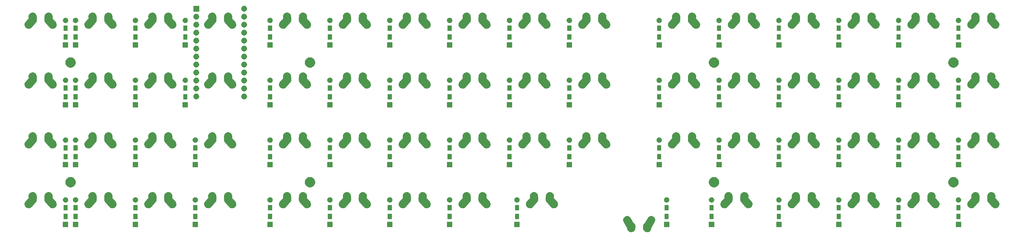
<source format=gbr>
G04 #@! TF.GenerationSoftware,KiCad,Pcbnew,(5.1.4)-1*
G04 #@! TF.CreationDate,2020-05-01T04:15:26-05:00*
G04 #@! TF.ProjectId,Augio,41756769-6f2e-46b6-9963-61645f706362,rev?*
G04 #@! TF.SameCoordinates,Original*
G04 #@! TF.FileFunction,Soldermask,Top*
G04 #@! TF.FilePolarity,Negative*
%FSLAX46Y46*%
G04 Gerber Fmt 4.6, Leading zero omitted, Abs format (unit mm)*
G04 Created by KiCad (PCBNEW (5.1.4)-1) date 2020-05-01 04:15:26*
%MOMM*%
%LPD*%
G04 APERTURE LIST*
%ADD10C,0.100000*%
G04 APERTURE END LIST*
D10*
G36*
X169407340Y-157619230D02*
G01*
X169586289Y-157651830D01*
X169802046Y-157737147D01*
X169824608Y-157746068D01*
X169824609Y-157746069D01*
X169824610Y-157746069D01*
X170039963Y-157884987D01*
X170224077Y-158063251D01*
X170224079Y-158063253D01*
X170333346Y-158221201D01*
X171157089Y-159704219D01*
X171171023Y-159724361D01*
X171188628Y-159741406D01*
X171200070Y-159749489D01*
X171335765Y-159834363D01*
X171522352Y-160010038D01*
X171633709Y-160166300D01*
X171671080Y-160218740D01*
X171776235Y-160452447D01*
X171776236Y-160452451D01*
X171833776Y-160702178D01*
X171839558Y-160894144D01*
X171839557Y-160894152D01*
X171791416Y-161600321D01*
X171759635Y-161789733D01*
X171668735Y-162029345D01*
X171668734Y-162029346D01*
X171532835Y-162246619D01*
X171357160Y-162433206D01*
X171200898Y-162544563D01*
X171148458Y-162581934D01*
X170914751Y-162687089D01*
X170914747Y-162687090D01*
X170665021Y-162744630D01*
X170408866Y-162752344D01*
X170408862Y-162752344D01*
X170156121Y-162709937D01*
X169916509Y-162619037D01*
X169699235Y-162483137D01*
X169646203Y-162433206D01*
X169512648Y-162307462D01*
X169401291Y-162151200D01*
X169363920Y-162098760D01*
X169258765Y-161865053D01*
X169201224Y-161615321D01*
X169200772Y-161600321D01*
X169195257Y-161417212D01*
X169195050Y-161417218D01*
X169194562Y-161400981D01*
X169189063Y-161377102D01*
X169179010Y-161354755D01*
X169157538Y-161327158D01*
X169040923Y-161214249D01*
X169040921Y-161214247D01*
X168931654Y-161056299D01*
X168058687Y-159484660D01*
X167982334Y-159308429D01*
X167928287Y-159057918D01*
X167924149Y-158801678D01*
X167937481Y-158728503D01*
X167970081Y-158549554D01*
X168064320Y-158311233D01*
X168203238Y-158095880D01*
X168381502Y-157911766D01*
X168381504Y-157911764D01*
X168480812Y-157843064D01*
X168592261Y-157765965D01*
X168694143Y-157721824D01*
X168827414Y-157664083D01*
X169077925Y-157610036D01*
X169334165Y-157605898D01*
X169407340Y-157619230D01*
X169407340Y-157619230D01*
G37*
G36*
X176997075Y-157610036D02*
G01*
X177247586Y-157664083D01*
X177380857Y-157721824D01*
X177482739Y-157765965D01*
X177594188Y-157843064D01*
X177693496Y-157911764D01*
X177693498Y-157911766D01*
X177871762Y-158095880D01*
X178010680Y-158311233D01*
X178104919Y-158549554D01*
X178137519Y-158728503D01*
X178150851Y-158801678D01*
X178146713Y-159057919D01*
X178092666Y-159308430D01*
X178016313Y-159484661D01*
X177143346Y-161056299D01*
X177034079Y-161214247D01*
X176917462Y-161327158D01*
X176901614Y-161345847D01*
X176889715Y-161367268D01*
X176882224Y-161390599D01*
X176880296Y-161417227D01*
X176879743Y-161417210D01*
X176874228Y-161600321D01*
X176873776Y-161615321D01*
X176816235Y-161865053D01*
X176711080Y-162098760D01*
X176673709Y-162151200D01*
X176562352Y-162307462D01*
X176428797Y-162433206D01*
X176375765Y-162483137D01*
X176158491Y-162619037D01*
X175918879Y-162709937D01*
X175666138Y-162752344D01*
X175666134Y-162752344D01*
X175409979Y-162744630D01*
X175160253Y-162687090D01*
X175160249Y-162687089D01*
X174926542Y-162581934D01*
X174874102Y-162544563D01*
X174717840Y-162433206D01*
X174542165Y-162246619D01*
X174406266Y-162029346D01*
X174406265Y-162029345D01*
X174315365Y-161789733D01*
X174283584Y-161600321D01*
X174271102Y-161417227D01*
X174235442Y-160894142D01*
X174241224Y-160702178D01*
X174298764Y-160452451D01*
X174298765Y-160452447D01*
X174403920Y-160218740D01*
X174441291Y-160166300D01*
X174552648Y-160010038D01*
X174739235Y-159834363D01*
X174874930Y-159749489D01*
X174894331Y-159734521D01*
X174910439Y-159716056D01*
X174917910Y-159704221D01*
X175741654Y-158221201D01*
X175850921Y-158063253D01*
X175850923Y-158063251D01*
X176035037Y-157884987D01*
X176250389Y-157746068D01*
X176488710Y-157651830D01*
X176667659Y-157619230D01*
X176740834Y-157605898D01*
X176997075Y-157610036D01*
X176997075Y-157610036D01*
G37*
G36*
X56413500Y-161119750D02*
G01*
X54711500Y-161119750D01*
X54711500Y-159417750D01*
X56413500Y-159417750D01*
X56413500Y-161119750D01*
X56413500Y-161119750D01*
G37*
G36*
X196907250Y-161119750D02*
G01*
X195205250Y-161119750D01*
X195205250Y-159417750D01*
X196907250Y-159417750D01*
X196907250Y-161119750D01*
X196907250Y-161119750D01*
G37*
G36*
X75463500Y-161119750D02*
G01*
X73761500Y-161119750D01*
X73761500Y-159417750D01*
X75463500Y-159417750D01*
X75463500Y-161119750D01*
X75463500Y-161119750D01*
G37*
G36*
X113563500Y-161119750D02*
G01*
X111861500Y-161119750D01*
X111861500Y-159417750D01*
X113563500Y-159417750D01*
X113563500Y-161119750D01*
X113563500Y-161119750D01*
G37*
G36*
X13551000Y-161119750D02*
G01*
X11849000Y-161119750D01*
X11849000Y-159417750D01*
X13551000Y-159417750D01*
X13551000Y-161119750D01*
X13551000Y-161119750D01*
G37*
G36*
X32601000Y-161119750D02*
G01*
X30899000Y-161119750D01*
X30899000Y-159417750D01*
X32601000Y-159417750D01*
X32601000Y-161119750D01*
X32601000Y-161119750D01*
G37*
G36*
X237388500Y-161119750D02*
G01*
X235686500Y-161119750D01*
X235686500Y-159417750D01*
X237388500Y-159417750D01*
X237388500Y-161119750D01*
X237388500Y-161119750D01*
G37*
G36*
X182619750Y-161119750D02*
G01*
X180917750Y-161119750D01*
X180917750Y-159417750D01*
X182619750Y-159417750D01*
X182619750Y-161119750D01*
X182619750Y-161119750D01*
G37*
G36*
X94513500Y-161119750D02*
G01*
X92811500Y-161119750D01*
X92811500Y-159417750D01*
X94513500Y-159417750D01*
X94513500Y-161119750D01*
X94513500Y-161119750D01*
G37*
G36*
X-8674000Y-161119750D02*
G01*
X-10376000Y-161119750D01*
X-10376000Y-159417750D01*
X-8674000Y-159417750D01*
X-8674000Y-161119750D01*
X-8674000Y-161119750D01*
G37*
G36*
X256438500Y-161119750D02*
G01*
X254736500Y-161119750D01*
X254736500Y-159417750D01*
X256438500Y-159417750D01*
X256438500Y-161119750D01*
X256438500Y-161119750D01*
G37*
G36*
X134994750Y-161119750D02*
G01*
X133292750Y-161119750D01*
X133292750Y-159417750D01*
X134994750Y-159417750D01*
X134994750Y-161119750D01*
X134994750Y-161119750D01*
G37*
G36*
X-5499000Y-161119750D02*
G01*
X-7201000Y-161119750D01*
X-7201000Y-159417750D01*
X-5499000Y-159417750D01*
X-5499000Y-161119750D01*
X-5499000Y-161119750D01*
G37*
G36*
X218338500Y-161119750D02*
G01*
X216636500Y-161119750D01*
X216636500Y-159417750D01*
X218338500Y-159417750D01*
X218338500Y-161119750D01*
X218338500Y-161119750D01*
G37*
G36*
X275488500Y-161119750D02*
G01*
X273786500Y-161119750D01*
X273786500Y-159417750D01*
X275488500Y-159417750D01*
X275488500Y-161119750D01*
X275488500Y-161119750D01*
G37*
G36*
X182419750Y-158619750D02*
G01*
X181117750Y-158619750D01*
X181117750Y-156917750D01*
X182419750Y-156917750D01*
X182419750Y-158619750D01*
X182419750Y-158619750D01*
G37*
G36*
X-8874000Y-158619750D02*
G01*
X-10176000Y-158619750D01*
X-10176000Y-156917750D01*
X-8874000Y-156917750D01*
X-8874000Y-158619750D01*
X-8874000Y-158619750D01*
G37*
G36*
X-5699000Y-158619750D02*
G01*
X-7001000Y-158619750D01*
X-7001000Y-156917750D01*
X-5699000Y-156917750D01*
X-5699000Y-158619750D01*
X-5699000Y-158619750D01*
G37*
G36*
X218138500Y-158619750D02*
G01*
X216836500Y-158619750D01*
X216836500Y-156917750D01*
X218138500Y-156917750D01*
X218138500Y-158619750D01*
X218138500Y-158619750D01*
G37*
G36*
X256238500Y-158619750D02*
G01*
X254936500Y-158619750D01*
X254936500Y-156917750D01*
X256238500Y-156917750D01*
X256238500Y-158619750D01*
X256238500Y-158619750D01*
G37*
G36*
X75263500Y-158619750D02*
G01*
X73961500Y-158619750D01*
X73961500Y-156917750D01*
X75263500Y-156917750D01*
X75263500Y-158619750D01*
X75263500Y-158619750D01*
G37*
G36*
X275288500Y-158619750D02*
G01*
X273986500Y-158619750D01*
X273986500Y-156917750D01*
X275288500Y-156917750D01*
X275288500Y-158619750D01*
X275288500Y-158619750D01*
G37*
G36*
X13351000Y-158619750D02*
G01*
X12049000Y-158619750D01*
X12049000Y-156917750D01*
X13351000Y-156917750D01*
X13351000Y-158619750D01*
X13351000Y-158619750D01*
G37*
G36*
X134794750Y-158619750D02*
G01*
X133492750Y-158619750D01*
X133492750Y-156917750D01*
X134794750Y-156917750D01*
X134794750Y-158619750D01*
X134794750Y-158619750D01*
G37*
G36*
X94313500Y-158619750D02*
G01*
X93011500Y-158619750D01*
X93011500Y-156917750D01*
X94313500Y-156917750D01*
X94313500Y-158619750D01*
X94313500Y-158619750D01*
G37*
G36*
X196707250Y-158619750D02*
G01*
X195405250Y-158619750D01*
X195405250Y-156917750D01*
X196707250Y-156917750D01*
X196707250Y-158619750D01*
X196707250Y-158619750D01*
G37*
G36*
X237188500Y-158619750D02*
G01*
X235886500Y-158619750D01*
X235886500Y-156917750D01*
X237188500Y-156917750D01*
X237188500Y-158619750D01*
X237188500Y-158619750D01*
G37*
G36*
X32401000Y-158619750D02*
G01*
X31099000Y-158619750D01*
X31099000Y-156917750D01*
X32401000Y-156917750D01*
X32401000Y-158619750D01*
X32401000Y-158619750D01*
G37*
G36*
X56213500Y-158619750D02*
G01*
X54911500Y-158619750D01*
X54911500Y-156917750D01*
X56213500Y-156917750D01*
X56213500Y-158619750D01*
X56213500Y-158619750D01*
G37*
G36*
X113363500Y-158619750D02*
G01*
X112061500Y-158619750D01*
X112061500Y-156917750D01*
X113363500Y-156917750D01*
X113363500Y-158619750D01*
X113363500Y-158619750D01*
G37*
G36*
X94313500Y-155819750D02*
G01*
X93011500Y-155819750D01*
X93011500Y-154117750D01*
X94313500Y-154117750D01*
X94313500Y-155819750D01*
X94313500Y-155819750D01*
G37*
G36*
X182419750Y-155819750D02*
G01*
X181117750Y-155819750D01*
X181117750Y-154117750D01*
X182419750Y-154117750D01*
X182419750Y-155819750D01*
X182419750Y-155819750D01*
G37*
G36*
X256238500Y-155819750D02*
G01*
X254936500Y-155819750D01*
X254936500Y-154117750D01*
X256238500Y-154117750D01*
X256238500Y-155819750D01*
X256238500Y-155819750D01*
G37*
G36*
X218138500Y-155819750D02*
G01*
X216836500Y-155819750D01*
X216836500Y-154117750D01*
X218138500Y-154117750D01*
X218138500Y-155819750D01*
X218138500Y-155819750D01*
G37*
G36*
X134794750Y-155819750D02*
G01*
X133492750Y-155819750D01*
X133492750Y-154117750D01*
X134794750Y-154117750D01*
X134794750Y-155819750D01*
X134794750Y-155819750D01*
G37*
G36*
X56213500Y-155819750D02*
G01*
X54911500Y-155819750D01*
X54911500Y-154117750D01*
X56213500Y-154117750D01*
X56213500Y-155819750D01*
X56213500Y-155819750D01*
G37*
G36*
X13351000Y-155819750D02*
G01*
X12049000Y-155819750D01*
X12049000Y-154117750D01*
X13351000Y-154117750D01*
X13351000Y-155819750D01*
X13351000Y-155819750D01*
G37*
G36*
X237188500Y-155819750D02*
G01*
X235886500Y-155819750D01*
X235886500Y-154117750D01*
X237188500Y-154117750D01*
X237188500Y-155819750D01*
X237188500Y-155819750D01*
G37*
G36*
X196707250Y-155819750D02*
G01*
X195405250Y-155819750D01*
X195405250Y-154117750D01*
X196707250Y-154117750D01*
X196707250Y-155819750D01*
X196707250Y-155819750D01*
G37*
G36*
X113363500Y-155819750D02*
G01*
X112061500Y-155819750D01*
X112061500Y-154117750D01*
X113363500Y-154117750D01*
X113363500Y-155819750D01*
X113363500Y-155819750D01*
G37*
G36*
X32401000Y-155819750D02*
G01*
X31099000Y-155819750D01*
X31099000Y-154117750D01*
X32401000Y-154117750D01*
X32401000Y-155819750D01*
X32401000Y-155819750D01*
G37*
G36*
X-8874000Y-155819750D02*
G01*
X-10176000Y-155819750D01*
X-10176000Y-154117750D01*
X-8874000Y-154117750D01*
X-8874000Y-155819750D01*
X-8874000Y-155819750D01*
G37*
G36*
X-5699000Y-155819750D02*
G01*
X-7001000Y-155819750D01*
X-7001000Y-154117750D01*
X-5699000Y-154117750D01*
X-5699000Y-155819750D01*
X-5699000Y-155819750D01*
G37*
G36*
X75263500Y-155819750D02*
G01*
X73961500Y-155819750D01*
X73961500Y-154117750D01*
X75263500Y-154117750D01*
X75263500Y-155819750D01*
X75263500Y-155819750D01*
G37*
G36*
X275288500Y-155819750D02*
G01*
X273986500Y-155819750D01*
X273986500Y-154117750D01*
X275288500Y-154117750D01*
X275288500Y-155819750D01*
X275288500Y-155819750D01*
G37*
G36*
X18092949Y-149987058D02*
G01*
X18263726Y-149992067D01*
X18513499Y-150049411D01*
X18747291Y-150154383D01*
X18956110Y-150302947D01*
X19115891Y-150472385D01*
X19131932Y-150489395D01*
X19268002Y-150706562D01*
X19359091Y-150946103D01*
X19359091Y-150946105D01*
X19391021Y-151135485D01*
X19439813Y-151843001D01*
X19434182Y-152034975D01*
X19420544Y-152094378D01*
X19417428Y-152118683D01*
X19418821Y-152141310D01*
X19442876Y-152298046D01*
X19439853Y-152366585D01*
X19431585Y-152554074D01*
X19370564Y-152802978D01*
X19262156Y-153035195D01*
X19148522Y-153190031D01*
X19148519Y-153190035D01*
X19148517Y-153190037D01*
X17753181Y-154745164D01*
X17753176Y-154745169D01*
X17611518Y-154874861D01*
X17611516Y-154874862D01*
X17392368Y-155007714D01*
X17151510Y-155095260D01*
X16898205Y-155134135D01*
X16773362Y-155128629D01*
X16642177Y-155122844D01*
X16393274Y-155061823D01*
X16393270Y-155061822D01*
X16161062Y-154953418D01*
X16161060Y-154953416D01*
X16161057Y-154953415D01*
X15954452Y-154801788D01*
X15781398Y-154612767D01*
X15746923Y-154555898D01*
X15648545Y-154393617D01*
X15560999Y-154152759D01*
X15522124Y-153899454D01*
X15527630Y-153774611D01*
X15533415Y-153643426D01*
X15594436Y-153394523D01*
X15594436Y-153394522D01*
X15594437Y-153394519D01*
X15702841Y-153162311D01*
X15702843Y-153162309D01*
X15702844Y-153162306D01*
X15816478Y-153007470D01*
X15820383Y-153003118D01*
X16798449Y-151913044D01*
X16812947Y-151893289D01*
X16823313Y-151871086D01*
X16829148Y-151847286D01*
X16830114Y-151820966D01*
X16795187Y-151314498D01*
X16800818Y-151122525D01*
X16858162Y-150872752D01*
X16963134Y-150638960D01*
X17111698Y-150430141D01*
X17298146Y-150254319D01*
X17324590Y-150237750D01*
X17515313Y-150118249D01*
X17754854Y-150027160D01*
X17962999Y-149992067D01*
X18007560Y-149984554D01*
X18007561Y-149984554D01*
X18092949Y-149987058D01*
X18092949Y-149987058D01*
G37*
G36*
X23443808Y-150014289D02*
G01*
X23520146Y-150027159D01*
X23759687Y-150118248D01*
X23950410Y-150237750D01*
X23976854Y-150254319D01*
X24163302Y-150430140D01*
X24278144Y-150591561D01*
X24311866Y-150638959D01*
X24416837Y-150872749D01*
X24416838Y-150872752D01*
X24474182Y-151122525D01*
X24479813Y-151314499D01*
X24444886Y-151820966D01*
X24445605Y-151845460D01*
X24451088Y-151869343D01*
X24461125Y-151891697D01*
X24476551Y-151913044D01*
X25454618Y-153003118D01*
X25458522Y-153007469D01*
X25572156Y-153162305D01*
X25680564Y-153394522D01*
X25741585Y-153643426D01*
X25747370Y-153774611D01*
X25752876Y-153899454D01*
X25719374Y-154117750D01*
X25714001Y-154152759D01*
X25626455Y-154393617D01*
X25526173Y-154559039D01*
X25493604Y-154612765D01*
X25493602Y-154612767D01*
X25320548Y-154801788D01*
X25113944Y-154953415D01*
X25113939Y-154953417D01*
X25113938Y-154953418D01*
X24881730Y-155061822D01*
X24881726Y-155061823D01*
X24632823Y-155122845D01*
X24453884Y-155130735D01*
X24376794Y-155134135D01*
X24123489Y-155095260D01*
X23882632Y-155007714D01*
X23717210Y-154907432D01*
X23663482Y-154874862D01*
X23521818Y-154745164D01*
X22126483Y-153190036D01*
X22126479Y-153190031D01*
X22126478Y-153190030D01*
X22012844Y-153035194D01*
X22012843Y-153035191D01*
X22012841Y-153035189D01*
X21904437Y-152802981D01*
X21875541Y-152685115D01*
X21843415Y-152554074D01*
X21835147Y-152366585D01*
X21832124Y-152298046D01*
X21856179Y-152141310D01*
X21857505Y-152116842D01*
X21854456Y-152094378D01*
X21840818Y-152034975D01*
X21835187Y-151843002D01*
X21883979Y-151135484D01*
X21909826Y-150982185D01*
X21915909Y-150946102D01*
X22006998Y-150706562D01*
X22143068Y-150489395D01*
X22318890Y-150302946D01*
X22527709Y-150154382D01*
X22761496Y-150049412D01*
X22761498Y-150049412D01*
X22761499Y-150049411D01*
X23011276Y-149992067D01*
X23025876Y-149991639D01*
X23267440Y-149984553D01*
X23443808Y-150014289D01*
X23443808Y-150014289D01*
G37*
G36*
X37142949Y-149987058D02*
G01*
X37313726Y-149992067D01*
X37563499Y-150049411D01*
X37797291Y-150154383D01*
X38006110Y-150302947D01*
X38165891Y-150472385D01*
X38181932Y-150489395D01*
X38318002Y-150706562D01*
X38409091Y-150946103D01*
X38409091Y-150946105D01*
X38441021Y-151135485D01*
X38489813Y-151843001D01*
X38484182Y-152034975D01*
X38470544Y-152094378D01*
X38467428Y-152118683D01*
X38468821Y-152141310D01*
X38492876Y-152298046D01*
X38489853Y-152366585D01*
X38481585Y-152554074D01*
X38420564Y-152802978D01*
X38312156Y-153035195D01*
X38198522Y-153190031D01*
X38198519Y-153190035D01*
X38198517Y-153190037D01*
X36803181Y-154745164D01*
X36803176Y-154745169D01*
X36661518Y-154874861D01*
X36661516Y-154874862D01*
X36442368Y-155007714D01*
X36201510Y-155095260D01*
X35948205Y-155134135D01*
X35823362Y-155128629D01*
X35692177Y-155122844D01*
X35443274Y-155061823D01*
X35443270Y-155061822D01*
X35211062Y-154953418D01*
X35211060Y-154953416D01*
X35211057Y-154953415D01*
X35004452Y-154801788D01*
X34831398Y-154612767D01*
X34796923Y-154555898D01*
X34698545Y-154393617D01*
X34610999Y-154152759D01*
X34572124Y-153899454D01*
X34577630Y-153774611D01*
X34583415Y-153643426D01*
X34644436Y-153394523D01*
X34644436Y-153394522D01*
X34644437Y-153394519D01*
X34752841Y-153162311D01*
X34752843Y-153162309D01*
X34752844Y-153162306D01*
X34866478Y-153007470D01*
X34870383Y-153003118D01*
X35848449Y-151913044D01*
X35862947Y-151893289D01*
X35873313Y-151871086D01*
X35879148Y-151847286D01*
X35880114Y-151820966D01*
X35845187Y-151314498D01*
X35850818Y-151122525D01*
X35908162Y-150872752D01*
X36013134Y-150638960D01*
X36161698Y-150430141D01*
X36348146Y-150254319D01*
X36374590Y-150237750D01*
X36565313Y-150118249D01*
X36804854Y-150027160D01*
X37012999Y-149992067D01*
X37057560Y-149984554D01*
X37057561Y-149984554D01*
X37142949Y-149987058D01*
X37142949Y-149987058D01*
G37*
G36*
X42493808Y-150014289D02*
G01*
X42570146Y-150027159D01*
X42809687Y-150118248D01*
X43000410Y-150237750D01*
X43026854Y-150254319D01*
X43213302Y-150430140D01*
X43328144Y-150591561D01*
X43361866Y-150638959D01*
X43466837Y-150872749D01*
X43466838Y-150872752D01*
X43524182Y-151122525D01*
X43529813Y-151314499D01*
X43494886Y-151820966D01*
X43495605Y-151845460D01*
X43501088Y-151869343D01*
X43511125Y-151891697D01*
X43526551Y-151913044D01*
X44504618Y-153003118D01*
X44508522Y-153007469D01*
X44622156Y-153162305D01*
X44730564Y-153394522D01*
X44791585Y-153643426D01*
X44797370Y-153774611D01*
X44802876Y-153899454D01*
X44769374Y-154117750D01*
X44764001Y-154152759D01*
X44676455Y-154393617D01*
X44576173Y-154559039D01*
X44543604Y-154612765D01*
X44543602Y-154612767D01*
X44370548Y-154801788D01*
X44163944Y-154953415D01*
X44163939Y-154953417D01*
X44163938Y-154953418D01*
X43931730Y-155061822D01*
X43931726Y-155061823D01*
X43682823Y-155122845D01*
X43503884Y-155130735D01*
X43426794Y-155134135D01*
X43173489Y-155095260D01*
X42932632Y-155007714D01*
X42767210Y-154907432D01*
X42713482Y-154874862D01*
X42571818Y-154745164D01*
X41176483Y-153190036D01*
X41176479Y-153190031D01*
X41176478Y-153190030D01*
X41062844Y-153035194D01*
X41062843Y-153035191D01*
X41062841Y-153035189D01*
X40954437Y-152802981D01*
X40925541Y-152685115D01*
X40893415Y-152554074D01*
X40885147Y-152366585D01*
X40882124Y-152298046D01*
X40906179Y-152141310D01*
X40907505Y-152116842D01*
X40904456Y-152094378D01*
X40890818Y-152034975D01*
X40885187Y-151843002D01*
X40933979Y-151135484D01*
X40959826Y-150982185D01*
X40965909Y-150946102D01*
X41056998Y-150706562D01*
X41193068Y-150489395D01*
X41368890Y-150302946D01*
X41577709Y-150154382D01*
X41811496Y-150049412D01*
X41811498Y-150049412D01*
X41811499Y-150049411D01*
X42061276Y-149992067D01*
X42075876Y-149991639D01*
X42317440Y-149984553D01*
X42493808Y-150014289D01*
X42493808Y-150014289D01*
G37*
G36*
X60955449Y-149987058D02*
G01*
X61126226Y-149992067D01*
X61375999Y-150049411D01*
X61609791Y-150154383D01*
X61818610Y-150302947D01*
X61978391Y-150472385D01*
X61994432Y-150489395D01*
X62130502Y-150706562D01*
X62221591Y-150946103D01*
X62221591Y-150946105D01*
X62253521Y-151135485D01*
X62302313Y-151843001D01*
X62296682Y-152034975D01*
X62283044Y-152094378D01*
X62279928Y-152118683D01*
X62281321Y-152141310D01*
X62305376Y-152298046D01*
X62302353Y-152366585D01*
X62294085Y-152554074D01*
X62233064Y-152802978D01*
X62124656Y-153035195D01*
X62011022Y-153190031D01*
X62011019Y-153190035D01*
X62011017Y-153190037D01*
X60615681Y-154745164D01*
X60615676Y-154745169D01*
X60474018Y-154874861D01*
X60474016Y-154874862D01*
X60254868Y-155007714D01*
X60014010Y-155095260D01*
X59760705Y-155134135D01*
X59635862Y-155128629D01*
X59504677Y-155122844D01*
X59255774Y-155061823D01*
X59255770Y-155061822D01*
X59023562Y-154953418D01*
X59023560Y-154953416D01*
X59023557Y-154953415D01*
X58816952Y-154801788D01*
X58643898Y-154612767D01*
X58609423Y-154555898D01*
X58511045Y-154393617D01*
X58423499Y-154152759D01*
X58384624Y-153899454D01*
X58390130Y-153774611D01*
X58395915Y-153643426D01*
X58456936Y-153394523D01*
X58456936Y-153394522D01*
X58456937Y-153394519D01*
X58565341Y-153162311D01*
X58565343Y-153162309D01*
X58565344Y-153162306D01*
X58678978Y-153007470D01*
X58682883Y-153003118D01*
X59660949Y-151913044D01*
X59675447Y-151893289D01*
X59685813Y-151871086D01*
X59691648Y-151847286D01*
X59692614Y-151820966D01*
X59657687Y-151314498D01*
X59663318Y-151122525D01*
X59720662Y-150872752D01*
X59825634Y-150638960D01*
X59974198Y-150430141D01*
X60160646Y-150254319D01*
X60187090Y-150237750D01*
X60377813Y-150118249D01*
X60617354Y-150027160D01*
X60825499Y-149992067D01*
X60870060Y-149984554D01*
X60870061Y-149984554D01*
X60955449Y-149987058D01*
X60955449Y-149987058D01*
G37*
G36*
X66306308Y-150014289D02*
G01*
X66382646Y-150027159D01*
X66622187Y-150118248D01*
X66812910Y-150237750D01*
X66839354Y-150254319D01*
X67025802Y-150430140D01*
X67140644Y-150591561D01*
X67174366Y-150638959D01*
X67279337Y-150872749D01*
X67279338Y-150872752D01*
X67336682Y-151122525D01*
X67342313Y-151314499D01*
X67307386Y-151820966D01*
X67308105Y-151845460D01*
X67313588Y-151869343D01*
X67323625Y-151891697D01*
X67339051Y-151913044D01*
X68317118Y-153003118D01*
X68321022Y-153007469D01*
X68434656Y-153162305D01*
X68543064Y-153394522D01*
X68604085Y-153643426D01*
X68609870Y-153774611D01*
X68615376Y-153899454D01*
X68581874Y-154117750D01*
X68576501Y-154152759D01*
X68488955Y-154393617D01*
X68388673Y-154559039D01*
X68356104Y-154612765D01*
X68356102Y-154612767D01*
X68183048Y-154801788D01*
X67976444Y-154953415D01*
X67976439Y-154953417D01*
X67976438Y-154953418D01*
X67744230Y-155061822D01*
X67744226Y-155061823D01*
X67495323Y-155122845D01*
X67316384Y-155130735D01*
X67239294Y-155134135D01*
X66985989Y-155095260D01*
X66745132Y-155007714D01*
X66579710Y-154907432D01*
X66525982Y-154874862D01*
X66384318Y-154745164D01*
X64988983Y-153190036D01*
X64988979Y-153190031D01*
X64988978Y-153190030D01*
X64875344Y-153035194D01*
X64875343Y-153035191D01*
X64875341Y-153035189D01*
X64766937Y-152802981D01*
X64738041Y-152685115D01*
X64705915Y-152554074D01*
X64697647Y-152366585D01*
X64694624Y-152298046D01*
X64718679Y-152141310D01*
X64720005Y-152116842D01*
X64716956Y-152094378D01*
X64703318Y-152034975D01*
X64697687Y-151843002D01*
X64746479Y-151135484D01*
X64772326Y-150982185D01*
X64778409Y-150946102D01*
X64869498Y-150706562D01*
X65005568Y-150489395D01*
X65181390Y-150302946D01*
X65390209Y-150154382D01*
X65623996Y-150049412D01*
X65623998Y-150049412D01*
X65623999Y-150049411D01*
X65873776Y-149992067D01*
X65888376Y-149991639D01*
X66129940Y-149984553D01*
X66306308Y-150014289D01*
X66306308Y-150014289D01*
G37*
G36*
X80005449Y-149987058D02*
G01*
X80176226Y-149992067D01*
X80425999Y-150049411D01*
X80659791Y-150154383D01*
X80868610Y-150302947D01*
X81028391Y-150472385D01*
X81044432Y-150489395D01*
X81180502Y-150706562D01*
X81271591Y-150946103D01*
X81271591Y-150946105D01*
X81303521Y-151135485D01*
X81352313Y-151843001D01*
X81346682Y-152034975D01*
X81333044Y-152094378D01*
X81329928Y-152118683D01*
X81331321Y-152141310D01*
X81355376Y-152298046D01*
X81352353Y-152366585D01*
X81344085Y-152554074D01*
X81283064Y-152802978D01*
X81174656Y-153035195D01*
X81061022Y-153190031D01*
X81061019Y-153190035D01*
X81061017Y-153190037D01*
X79665681Y-154745164D01*
X79665676Y-154745169D01*
X79524018Y-154874861D01*
X79524016Y-154874862D01*
X79304868Y-155007714D01*
X79064010Y-155095260D01*
X78810705Y-155134135D01*
X78685862Y-155128629D01*
X78554677Y-155122844D01*
X78305774Y-155061823D01*
X78305770Y-155061822D01*
X78073562Y-154953418D01*
X78073560Y-154953416D01*
X78073557Y-154953415D01*
X77866952Y-154801788D01*
X77693898Y-154612767D01*
X77659423Y-154555898D01*
X77561045Y-154393617D01*
X77473499Y-154152759D01*
X77434624Y-153899454D01*
X77440130Y-153774611D01*
X77445915Y-153643426D01*
X77506936Y-153394523D01*
X77506936Y-153394522D01*
X77506937Y-153394519D01*
X77615341Y-153162311D01*
X77615343Y-153162309D01*
X77615344Y-153162306D01*
X77728978Y-153007470D01*
X77732883Y-153003118D01*
X78710949Y-151913044D01*
X78725447Y-151893289D01*
X78735813Y-151871086D01*
X78741648Y-151847286D01*
X78742614Y-151820966D01*
X78707687Y-151314498D01*
X78713318Y-151122525D01*
X78770662Y-150872752D01*
X78875634Y-150638960D01*
X79024198Y-150430141D01*
X79210646Y-150254319D01*
X79237090Y-150237750D01*
X79427813Y-150118249D01*
X79667354Y-150027160D01*
X79875499Y-149992067D01*
X79920060Y-149984554D01*
X79920061Y-149984554D01*
X80005449Y-149987058D01*
X80005449Y-149987058D01*
G37*
G36*
X85356308Y-150014289D02*
G01*
X85432646Y-150027159D01*
X85672187Y-150118248D01*
X85862910Y-150237750D01*
X85889354Y-150254319D01*
X86075802Y-150430140D01*
X86190644Y-150591561D01*
X86224366Y-150638959D01*
X86329337Y-150872749D01*
X86329338Y-150872752D01*
X86386682Y-151122525D01*
X86392313Y-151314499D01*
X86357386Y-151820966D01*
X86358105Y-151845460D01*
X86363588Y-151869343D01*
X86373625Y-151891697D01*
X86389051Y-151913044D01*
X87367118Y-153003118D01*
X87371022Y-153007469D01*
X87484656Y-153162305D01*
X87593064Y-153394522D01*
X87654085Y-153643426D01*
X87659870Y-153774611D01*
X87665376Y-153899454D01*
X87631874Y-154117750D01*
X87626501Y-154152759D01*
X87538955Y-154393617D01*
X87438673Y-154559039D01*
X87406104Y-154612765D01*
X87406102Y-154612767D01*
X87233048Y-154801788D01*
X87026444Y-154953415D01*
X87026439Y-154953417D01*
X87026438Y-154953418D01*
X86794230Y-155061822D01*
X86794226Y-155061823D01*
X86545323Y-155122845D01*
X86366384Y-155130735D01*
X86289294Y-155134135D01*
X86035989Y-155095260D01*
X85795132Y-155007714D01*
X85629710Y-154907432D01*
X85575982Y-154874862D01*
X85434318Y-154745164D01*
X84038983Y-153190036D01*
X84038979Y-153190031D01*
X84038978Y-153190030D01*
X83925344Y-153035194D01*
X83925343Y-153035191D01*
X83925341Y-153035189D01*
X83816937Y-152802981D01*
X83788041Y-152685115D01*
X83755915Y-152554074D01*
X83747647Y-152366585D01*
X83744624Y-152298046D01*
X83768679Y-152141310D01*
X83770005Y-152116842D01*
X83766956Y-152094378D01*
X83753318Y-152034975D01*
X83747687Y-151843002D01*
X83796479Y-151135484D01*
X83822326Y-150982185D01*
X83828409Y-150946102D01*
X83919498Y-150706562D01*
X84055568Y-150489395D01*
X84231390Y-150302946D01*
X84440209Y-150154382D01*
X84673996Y-150049412D01*
X84673998Y-150049412D01*
X84673999Y-150049411D01*
X84923776Y-149992067D01*
X84938376Y-149991639D01*
X85179940Y-149984553D01*
X85356308Y-150014289D01*
X85356308Y-150014289D01*
G37*
G36*
X99055449Y-149987058D02*
G01*
X99226226Y-149992067D01*
X99475999Y-150049411D01*
X99709791Y-150154383D01*
X99918610Y-150302947D01*
X100078391Y-150472385D01*
X100094432Y-150489395D01*
X100230502Y-150706562D01*
X100321591Y-150946103D01*
X100321591Y-150946105D01*
X100353521Y-151135485D01*
X100402313Y-151843001D01*
X100396682Y-152034975D01*
X100383044Y-152094378D01*
X100379928Y-152118683D01*
X100381321Y-152141310D01*
X100405376Y-152298046D01*
X100402353Y-152366585D01*
X100394085Y-152554074D01*
X100333064Y-152802978D01*
X100224656Y-153035195D01*
X100111022Y-153190031D01*
X100111019Y-153190035D01*
X100111017Y-153190037D01*
X98715681Y-154745164D01*
X98715676Y-154745169D01*
X98574018Y-154874861D01*
X98574016Y-154874862D01*
X98354868Y-155007714D01*
X98114010Y-155095260D01*
X97860705Y-155134135D01*
X97735862Y-155128629D01*
X97604677Y-155122844D01*
X97355774Y-155061823D01*
X97355770Y-155061822D01*
X97123562Y-154953418D01*
X97123560Y-154953416D01*
X97123557Y-154953415D01*
X96916952Y-154801788D01*
X96743898Y-154612767D01*
X96709423Y-154555898D01*
X96611045Y-154393617D01*
X96523499Y-154152759D01*
X96484624Y-153899454D01*
X96490130Y-153774611D01*
X96495915Y-153643426D01*
X96556936Y-153394523D01*
X96556936Y-153394522D01*
X96556937Y-153394519D01*
X96665341Y-153162311D01*
X96665343Y-153162309D01*
X96665344Y-153162306D01*
X96778978Y-153007470D01*
X96782883Y-153003118D01*
X97760949Y-151913044D01*
X97775447Y-151893289D01*
X97785813Y-151871086D01*
X97791648Y-151847286D01*
X97792614Y-151820966D01*
X97757687Y-151314498D01*
X97763318Y-151122525D01*
X97820662Y-150872752D01*
X97925634Y-150638960D01*
X98074198Y-150430141D01*
X98260646Y-150254319D01*
X98287090Y-150237750D01*
X98477813Y-150118249D01*
X98717354Y-150027160D01*
X98925499Y-149992067D01*
X98970060Y-149984554D01*
X98970061Y-149984554D01*
X99055449Y-149987058D01*
X99055449Y-149987058D01*
G37*
G36*
X104406308Y-150014289D02*
G01*
X104482646Y-150027159D01*
X104722187Y-150118248D01*
X104912910Y-150237750D01*
X104939354Y-150254319D01*
X105125802Y-150430140D01*
X105240644Y-150591561D01*
X105274366Y-150638959D01*
X105379337Y-150872749D01*
X105379338Y-150872752D01*
X105436682Y-151122525D01*
X105442313Y-151314499D01*
X105407386Y-151820966D01*
X105408105Y-151845460D01*
X105413588Y-151869343D01*
X105423625Y-151891697D01*
X105439051Y-151913044D01*
X106417118Y-153003118D01*
X106421022Y-153007469D01*
X106534656Y-153162305D01*
X106643064Y-153394522D01*
X106704085Y-153643426D01*
X106709870Y-153774611D01*
X106715376Y-153899454D01*
X106681874Y-154117750D01*
X106676501Y-154152759D01*
X106588955Y-154393617D01*
X106488673Y-154559039D01*
X106456104Y-154612765D01*
X106456102Y-154612767D01*
X106283048Y-154801788D01*
X106076444Y-154953415D01*
X106076439Y-154953417D01*
X106076438Y-154953418D01*
X105844230Y-155061822D01*
X105844226Y-155061823D01*
X105595323Y-155122845D01*
X105416384Y-155130735D01*
X105339294Y-155134135D01*
X105085989Y-155095260D01*
X104845132Y-155007714D01*
X104679710Y-154907432D01*
X104625982Y-154874862D01*
X104484318Y-154745164D01*
X103088983Y-153190036D01*
X103088979Y-153190031D01*
X103088978Y-153190030D01*
X102975344Y-153035194D01*
X102975343Y-153035191D01*
X102975341Y-153035189D01*
X102866937Y-152802981D01*
X102838041Y-152685115D01*
X102805915Y-152554074D01*
X102797647Y-152366585D01*
X102794624Y-152298046D01*
X102818679Y-152141310D01*
X102820005Y-152116842D01*
X102816956Y-152094378D01*
X102803318Y-152034975D01*
X102797687Y-151843002D01*
X102846479Y-151135484D01*
X102872326Y-150982185D01*
X102878409Y-150946102D01*
X102969498Y-150706562D01*
X103105568Y-150489395D01*
X103281390Y-150302946D01*
X103490209Y-150154382D01*
X103723996Y-150049412D01*
X103723998Y-150049412D01*
X103723999Y-150049411D01*
X103973776Y-149992067D01*
X103988376Y-149991639D01*
X104229940Y-149984553D01*
X104406308Y-150014289D01*
X104406308Y-150014289D01*
G37*
G36*
X-20007051Y-149987058D02*
G01*
X-19836274Y-149992067D01*
X-19586501Y-150049411D01*
X-19352709Y-150154383D01*
X-19143890Y-150302947D01*
X-18984109Y-150472385D01*
X-18968068Y-150489395D01*
X-18831998Y-150706562D01*
X-18740909Y-150946103D01*
X-18740909Y-150946105D01*
X-18708979Y-151135485D01*
X-18660187Y-151843001D01*
X-18665818Y-152034975D01*
X-18679456Y-152094378D01*
X-18682572Y-152118683D01*
X-18681179Y-152141310D01*
X-18657124Y-152298046D01*
X-18660147Y-152366585D01*
X-18668415Y-152554074D01*
X-18729436Y-152802978D01*
X-18837844Y-153035195D01*
X-18951478Y-153190031D01*
X-18951481Y-153190035D01*
X-18951483Y-153190037D01*
X-20346819Y-154745164D01*
X-20346824Y-154745169D01*
X-20488482Y-154874861D01*
X-20488484Y-154874862D01*
X-20707632Y-155007714D01*
X-20948490Y-155095260D01*
X-21201795Y-155134135D01*
X-21326638Y-155128629D01*
X-21457823Y-155122844D01*
X-21706726Y-155061823D01*
X-21706730Y-155061822D01*
X-21938938Y-154953418D01*
X-21938940Y-154953416D01*
X-21938943Y-154953415D01*
X-22145548Y-154801788D01*
X-22318602Y-154612767D01*
X-22353077Y-154555898D01*
X-22451455Y-154393617D01*
X-22539001Y-154152759D01*
X-22577876Y-153899454D01*
X-22572370Y-153774611D01*
X-22566585Y-153643426D01*
X-22505564Y-153394523D01*
X-22505564Y-153394522D01*
X-22505563Y-153394519D01*
X-22397159Y-153162311D01*
X-22397157Y-153162309D01*
X-22397156Y-153162306D01*
X-22283522Y-153007470D01*
X-22279617Y-153003118D01*
X-21301551Y-151913044D01*
X-21287053Y-151893289D01*
X-21276687Y-151871086D01*
X-21270852Y-151847286D01*
X-21269886Y-151820966D01*
X-21304813Y-151314498D01*
X-21299182Y-151122525D01*
X-21241838Y-150872752D01*
X-21136866Y-150638960D01*
X-20988302Y-150430141D01*
X-20801854Y-150254319D01*
X-20775410Y-150237750D01*
X-20584687Y-150118249D01*
X-20345146Y-150027160D01*
X-20137001Y-149992067D01*
X-20092440Y-149984554D01*
X-20092439Y-149984554D01*
X-20007051Y-149987058D01*
X-20007051Y-149987058D01*
G37*
G36*
X139536699Y-149987058D02*
G01*
X139707476Y-149992067D01*
X139957249Y-150049411D01*
X140191041Y-150154383D01*
X140399860Y-150302947D01*
X140559641Y-150472385D01*
X140575682Y-150489395D01*
X140711752Y-150706562D01*
X140802841Y-150946103D01*
X140802841Y-150946105D01*
X140834771Y-151135485D01*
X140883563Y-151843001D01*
X140877932Y-152034975D01*
X140864294Y-152094378D01*
X140861178Y-152118683D01*
X140862571Y-152141310D01*
X140886626Y-152298046D01*
X140883603Y-152366585D01*
X140875335Y-152554074D01*
X140814314Y-152802978D01*
X140705906Y-153035195D01*
X140592272Y-153190031D01*
X140592269Y-153190035D01*
X140592267Y-153190037D01*
X139196931Y-154745164D01*
X139196926Y-154745169D01*
X139055268Y-154874861D01*
X139055266Y-154874862D01*
X138836118Y-155007714D01*
X138595260Y-155095260D01*
X138341955Y-155134135D01*
X138217112Y-155128629D01*
X138085927Y-155122844D01*
X137837024Y-155061823D01*
X137837020Y-155061822D01*
X137604812Y-154953418D01*
X137604810Y-154953416D01*
X137604807Y-154953415D01*
X137398202Y-154801788D01*
X137225148Y-154612767D01*
X137190673Y-154555898D01*
X137092295Y-154393617D01*
X137004749Y-154152759D01*
X136965874Y-153899454D01*
X136971380Y-153774611D01*
X136977165Y-153643426D01*
X137038186Y-153394523D01*
X137038186Y-153394522D01*
X137038187Y-153394519D01*
X137146591Y-153162311D01*
X137146593Y-153162309D01*
X137146594Y-153162306D01*
X137260228Y-153007470D01*
X137264133Y-153003118D01*
X138242199Y-151913044D01*
X138256697Y-151893289D01*
X138267063Y-151871086D01*
X138272898Y-151847286D01*
X138273864Y-151820966D01*
X138238937Y-151314498D01*
X138244568Y-151122525D01*
X138301912Y-150872752D01*
X138406884Y-150638960D01*
X138555448Y-150430141D01*
X138741896Y-150254319D01*
X138768340Y-150237750D01*
X138959063Y-150118249D01*
X139198604Y-150027160D01*
X139406749Y-149992067D01*
X139451310Y-149984554D01*
X139451311Y-149984554D01*
X139536699Y-149987058D01*
X139536699Y-149987058D01*
G37*
G36*
X201449199Y-149987058D02*
G01*
X201619976Y-149992067D01*
X201869749Y-150049411D01*
X202103541Y-150154383D01*
X202312360Y-150302947D01*
X202472141Y-150472385D01*
X202488182Y-150489395D01*
X202624252Y-150706562D01*
X202715341Y-150946103D01*
X202715341Y-150946105D01*
X202747271Y-151135485D01*
X202796063Y-151843001D01*
X202790432Y-152034975D01*
X202776794Y-152094378D01*
X202773678Y-152118683D01*
X202775071Y-152141310D01*
X202799126Y-152298046D01*
X202796103Y-152366585D01*
X202787835Y-152554074D01*
X202726814Y-152802978D01*
X202618406Y-153035195D01*
X202504772Y-153190031D01*
X202504769Y-153190035D01*
X202504767Y-153190037D01*
X201109431Y-154745164D01*
X201109426Y-154745169D01*
X200967768Y-154874861D01*
X200967766Y-154874862D01*
X200748618Y-155007714D01*
X200507760Y-155095260D01*
X200254455Y-155134135D01*
X200129612Y-155128629D01*
X199998427Y-155122844D01*
X199749524Y-155061823D01*
X199749520Y-155061822D01*
X199517312Y-154953418D01*
X199517310Y-154953416D01*
X199517307Y-154953415D01*
X199310702Y-154801788D01*
X199137648Y-154612767D01*
X199103173Y-154555898D01*
X199004795Y-154393617D01*
X198917249Y-154152759D01*
X198878374Y-153899454D01*
X198883880Y-153774611D01*
X198889665Y-153643426D01*
X198950686Y-153394523D01*
X198950686Y-153394522D01*
X198950687Y-153394519D01*
X199059091Y-153162311D01*
X199059093Y-153162309D01*
X199059094Y-153162306D01*
X199172728Y-153007470D01*
X199176633Y-153003118D01*
X200154699Y-151913044D01*
X200169197Y-151893289D01*
X200179563Y-151871086D01*
X200185398Y-151847286D01*
X200186364Y-151820966D01*
X200151437Y-151314498D01*
X200157068Y-151122525D01*
X200214412Y-150872752D01*
X200319384Y-150638960D01*
X200467948Y-150430141D01*
X200654396Y-150254319D01*
X200680840Y-150237750D01*
X200871563Y-150118249D01*
X201111104Y-150027160D01*
X201319249Y-149992067D01*
X201363810Y-149984554D01*
X201363811Y-149984554D01*
X201449199Y-149987058D01*
X201449199Y-149987058D01*
G37*
G36*
X228231308Y-150014289D02*
G01*
X228307646Y-150027159D01*
X228547187Y-150118248D01*
X228737910Y-150237750D01*
X228764354Y-150254319D01*
X228950802Y-150430140D01*
X229065644Y-150591561D01*
X229099366Y-150638959D01*
X229204337Y-150872749D01*
X229204338Y-150872752D01*
X229261682Y-151122525D01*
X229267313Y-151314499D01*
X229232386Y-151820966D01*
X229233105Y-151845460D01*
X229238588Y-151869343D01*
X229248625Y-151891697D01*
X229264051Y-151913044D01*
X230242118Y-153003118D01*
X230246022Y-153007469D01*
X230359656Y-153162305D01*
X230468064Y-153394522D01*
X230529085Y-153643426D01*
X230534870Y-153774611D01*
X230540376Y-153899454D01*
X230506874Y-154117750D01*
X230501501Y-154152759D01*
X230413955Y-154393617D01*
X230313673Y-154559039D01*
X230281104Y-154612765D01*
X230281102Y-154612767D01*
X230108048Y-154801788D01*
X229901444Y-154953415D01*
X229901439Y-154953417D01*
X229901438Y-154953418D01*
X229669230Y-155061822D01*
X229669226Y-155061823D01*
X229420323Y-155122845D01*
X229241384Y-155130735D01*
X229164294Y-155134135D01*
X228910989Y-155095260D01*
X228670132Y-155007714D01*
X228504710Y-154907432D01*
X228450982Y-154874862D01*
X228309318Y-154745164D01*
X226913983Y-153190036D01*
X226913979Y-153190031D01*
X226913978Y-153190030D01*
X226800344Y-153035194D01*
X226800343Y-153035191D01*
X226800341Y-153035189D01*
X226691937Y-152802981D01*
X226663041Y-152685115D01*
X226630915Y-152554074D01*
X226622647Y-152366585D01*
X226619624Y-152298046D01*
X226643679Y-152141310D01*
X226645005Y-152116842D01*
X226641956Y-152094378D01*
X226628318Y-152034975D01*
X226622687Y-151843002D01*
X226671479Y-151135484D01*
X226697326Y-150982185D01*
X226703409Y-150946102D01*
X226794498Y-150706562D01*
X226930568Y-150489395D01*
X227106390Y-150302946D01*
X227315209Y-150154382D01*
X227548996Y-150049412D01*
X227548998Y-150049412D01*
X227548999Y-150049411D01*
X227798776Y-149992067D01*
X227813376Y-149991639D01*
X228054940Y-149984553D01*
X228231308Y-150014289D01*
X228231308Y-150014289D01*
G37*
G36*
X-957051Y-149987058D02*
G01*
X-786274Y-149992067D01*
X-536501Y-150049411D01*
X-302709Y-150154383D01*
X-93890Y-150302947D01*
X65891Y-150472385D01*
X81932Y-150489395D01*
X218002Y-150706562D01*
X309091Y-150946103D01*
X309091Y-150946105D01*
X341021Y-151135485D01*
X389813Y-151843001D01*
X384182Y-152034975D01*
X370544Y-152094378D01*
X367428Y-152118683D01*
X368821Y-152141310D01*
X392876Y-152298046D01*
X389853Y-152366585D01*
X381585Y-152554074D01*
X320564Y-152802978D01*
X212156Y-153035195D01*
X98522Y-153190031D01*
X98519Y-153190035D01*
X98517Y-153190037D01*
X-1296819Y-154745164D01*
X-1296824Y-154745169D01*
X-1438482Y-154874861D01*
X-1438484Y-154874862D01*
X-1657632Y-155007714D01*
X-1898490Y-155095260D01*
X-2151795Y-155134135D01*
X-2276638Y-155128629D01*
X-2407823Y-155122844D01*
X-2656726Y-155061823D01*
X-2656730Y-155061822D01*
X-2888938Y-154953418D01*
X-2888940Y-154953416D01*
X-2888943Y-154953415D01*
X-3095548Y-154801788D01*
X-3268602Y-154612767D01*
X-3303077Y-154555898D01*
X-3401455Y-154393617D01*
X-3489001Y-154152759D01*
X-3527876Y-153899454D01*
X-3522370Y-153774611D01*
X-3516585Y-153643426D01*
X-3455564Y-153394523D01*
X-3455564Y-153394522D01*
X-3455563Y-153394519D01*
X-3347159Y-153162311D01*
X-3347157Y-153162309D01*
X-3347156Y-153162306D01*
X-3233522Y-153007470D01*
X-3229617Y-153003118D01*
X-2251551Y-151913044D01*
X-2237053Y-151893289D01*
X-2226687Y-151871086D01*
X-2220852Y-151847286D01*
X-2219886Y-151820966D01*
X-2254813Y-151314498D01*
X-2249182Y-151122525D01*
X-2191838Y-150872752D01*
X-2086866Y-150638960D01*
X-1938302Y-150430141D01*
X-1751854Y-150254319D01*
X-1725410Y-150237750D01*
X-1534687Y-150118249D01*
X-1295146Y-150027160D01*
X-1087001Y-149992067D01*
X-1042440Y-149984554D01*
X-1042439Y-149984554D01*
X-957051Y-149987058D01*
X-957051Y-149987058D01*
G37*
G36*
X4393808Y-150014289D02*
G01*
X4470146Y-150027159D01*
X4709687Y-150118248D01*
X4900410Y-150237750D01*
X4926854Y-150254319D01*
X5113302Y-150430140D01*
X5228144Y-150591561D01*
X5261866Y-150638959D01*
X5366837Y-150872749D01*
X5366838Y-150872752D01*
X5424182Y-151122525D01*
X5429813Y-151314499D01*
X5394886Y-151820966D01*
X5395605Y-151845460D01*
X5401088Y-151869343D01*
X5411125Y-151891697D01*
X5426551Y-151913044D01*
X6404618Y-153003118D01*
X6408522Y-153007469D01*
X6522156Y-153162305D01*
X6630564Y-153394522D01*
X6691585Y-153643426D01*
X6697370Y-153774611D01*
X6702876Y-153899454D01*
X6669374Y-154117750D01*
X6664001Y-154152759D01*
X6576455Y-154393617D01*
X6476173Y-154559039D01*
X6443604Y-154612765D01*
X6443602Y-154612767D01*
X6270548Y-154801788D01*
X6063944Y-154953415D01*
X6063939Y-154953417D01*
X6063938Y-154953418D01*
X5831730Y-155061822D01*
X5831726Y-155061823D01*
X5582823Y-155122845D01*
X5403884Y-155130735D01*
X5326794Y-155134135D01*
X5073489Y-155095260D01*
X4832632Y-155007714D01*
X4667210Y-154907432D01*
X4613482Y-154874862D01*
X4471818Y-154745164D01*
X3076483Y-153190036D01*
X3076479Y-153190031D01*
X3076478Y-153190030D01*
X2962844Y-153035194D01*
X2962843Y-153035191D01*
X2962841Y-153035189D01*
X2854437Y-152802981D01*
X2825541Y-152685115D01*
X2793415Y-152554074D01*
X2785147Y-152366585D01*
X2782124Y-152298046D01*
X2806179Y-152141310D01*
X2807505Y-152116842D01*
X2804456Y-152094378D01*
X2790818Y-152034975D01*
X2785187Y-151843002D01*
X2833979Y-151135484D01*
X2859826Y-150982185D01*
X2865909Y-150946102D01*
X2956998Y-150706562D01*
X3093068Y-150489395D01*
X3268890Y-150302946D01*
X3477709Y-150154382D01*
X3711496Y-150049412D01*
X3711498Y-150049412D01*
X3711499Y-150049411D01*
X3961276Y-149992067D01*
X3975876Y-149991639D01*
X4217440Y-149984553D01*
X4393808Y-150014289D01*
X4393808Y-150014289D01*
G37*
G36*
X222880449Y-149987058D02*
G01*
X223051226Y-149992067D01*
X223300999Y-150049411D01*
X223534791Y-150154383D01*
X223743610Y-150302947D01*
X223903391Y-150472385D01*
X223919432Y-150489395D01*
X224055502Y-150706562D01*
X224146591Y-150946103D01*
X224146591Y-150946105D01*
X224178521Y-151135485D01*
X224227313Y-151843001D01*
X224221682Y-152034975D01*
X224208044Y-152094378D01*
X224204928Y-152118683D01*
X224206321Y-152141310D01*
X224230376Y-152298046D01*
X224227353Y-152366585D01*
X224219085Y-152554074D01*
X224158064Y-152802978D01*
X224049656Y-153035195D01*
X223936022Y-153190031D01*
X223936019Y-153190035D01*
X223936017Y-153190037D01*
X222540681Y-154745164D01*
X222540676Y-154745169D01*
X222399018Y-154874861D01*
X222399016Y-154874862D01*
X222179868Y-155007714D01*
X221939010Y-155095260D01*
X221685705Y-155134135D01*
X221560862Y-155128629D01*
X221429677Y-155122844D01*
X221180774Y-155061823D01*
X221180770Y-155061822D01*
X220948562Y-154953418D01*
X220948560Y-154953416D01*
X220948557Y-154953415D01*
X220741952Y-154801788D01*
X220568898Y-154612767D01*
X220534423Y-154555898D01*
X220436045Y-154393617D01*
X220348499Y-154152759D01*
X220309624Y-153899454D01*
X220315130Y-153774611D01*
X220320915Y-153643426D01*
X220381936Y-153394523D01*
X220381936Y-153394522D01*
X220381937Y-153394519D01*
X220490341Y-153162311D01*
X220490343Y-153162309D01*
X220490344Y-153162306D01*
X220603978Y-153007470D01*
X220607883Y-153003118D01*
X221585949Y-151913044D01*
X221600447Y-151893289D01*
X221610813Y-151871086D01*
X221616648Y-151847286D01*
X221617614Y-151820966D01*
X221582687Y-151314498D01*
X221588318Y-151122525D01*
X221645662Y-150872752D01*
X221750634Y-150638960D01*
X221899198Y-150430141D01*
X222085646Y-150254319D01*
X222112090Y-150237750D01*
X222302813Y-150118249D01*
X222542354Y-150027160D01*
X222750499Y-149992067D01*
X222795060Y-149984554D01*
X222795061Y-149984554D01*
X222880449Y-149987058D01*
X222880449Y-149987058D01*
G37*
G36*
X123456308Y-150014289D02*
G01*
X123532646Y-150027159D01*
X123772187Y-150118248D01*
X123962910Y-150237750D01*
X123989354Y-150254319D01*
X124175802Y-150430140D01*
X124290644Y-150591561D01*
X124324366Y-150638959D01*
X124429337Y-150872749D01*
X124429338Y-150872752D01*
X124486682Y-151122525D01*
X124492313Y-151314499D01*
X124457386Y-151820966D01*
X124458105Y-151845460D01*
X124463588Y-151869343D01*
X124473625Y-151891697D01*
X124489051Y-151913044D01*
X125467118Y-153003118D01*
X125471022Y-153007469D01*
X125584656Y-153162305D01*
X125693064Y-153394522D01*
X125754085Y-153643426D01*
X125759870Y-153774611D01*
X125765376Y-153899454D01*
X125731874Y-154117750D01*
X125726501Y-154152759D01*
X125638955Y-154393617D01*
X125538673Y-154559039D01*
X125506104Y-154612765D01*
X125506102Y-154612767D01*
X125333048Y-154801788D01*
X125126444Y-154953415D01*
X125126439Y-154953417D01*
X125126438Y-154953418D01*
X124894230Y-155061822D01*
X124894226Y-155061823D01*
X124645323Y-155122845D01*
X124466384Y-155130735D01*
X124389294Y-155134135D01*
X124135989Y-155095260D01*
X123895132Y-155007714D01*
X123729710Y-154907432D01*
X123675982Y-154874862D01*
X123534318Y-154745164D01*
X122138983Y-153190036D01*
X122138979Y-153190031D01*
X122138978Y-153190030D01*
X122025344Y-153035194D01*
X122025343Y-153035191D01*
X122025341Y-153035189D01*
X121916937Y-152802981D01*
X121888041Y-152685115D01*
X121855915Y-152554074D01*
X121847647Y-152366585D01*
X121844624Y-152298046D01*
X121868679Y-152141310D01*
X121870005Y-152116842D01*
X121866956Y-152094378D01*
X121853318Y-152034975D01*
X121847687Y-151843002D01*
X121896479Y-151135484D01*
X121922326Y-150982185D01*
X121928409Y-150946102D01*
X122019498Y-150706562D01*
X122155568Y-150489395D01*
X122331390Y-150302946D01*
X122540209Y-150154382D01*
X122773996Y-150049412D01*
X122773998Y-150049412D01*
X122773999Y-150049411D01*
X123023776Y-149992067D01*
X123038376Y-149991639D01*
X123279940Y-149984553D01*
X123456308Y-150014289D01*
X123456308Y-150014289D01*
G37*
G36*
X206800058Y-150014289D02*
G01*
X206876396Y-150027159D01*
X207115937Y-150118248D01*
X207306660Y-150237750D01*
X207333104Y-150254319D01*
X207519552Y-150430140D01*
X207634394Y-150591561D01*
X207668116Y-150638959D01*
X207773087Y-150872749D01*
X207773088Y-150872752D01*
X207830432Y-151122525D01*
X207836063Y-151314499D01*
X207801136Y-151820966D01*
X207801855Y-151845460D01*
X207807338Y-151869343D01*
X207817375Y-151891697D01*
X207832801Y-151913044D01*
X208810868Y-153003118D01*
X208814772Y-153007469D01*
X208928406Y-153162305D01*
X209036814Y-153394522D01*
X209097835Y-153643426D01*
X209103620Y-153774611D01*
X209109126Y-153899454D01*
X209075624Y-154117750D01*
X209070251Y-154152759D01*
X208982705Y-154393617D01*
X208882423Y-154559039D01*
X208849854Y-154612765D01*
X208849852Y-154612767D01*
X208676798Y-154801788D01*
X208470194Y-154953415D01*
X208470189Y-154953417D01*
X208470188Y-154953418D01*
X208237980Y-155061822D01*
X208237976Y-155061823D01*
X207989073Y-155122845D01*
X207810134Y-155130735D01*
X207733044Y-155134135D01*
X207479739Y-155095260D01*
X207238882Y-155007714D01*
X207073460Y-154907432D01*
X207019732Y-154874862D01*
X206878068Y-154745164D01*
X205482733Y-153190036D01*
X205482729Y-153190031D01*
X205482728Y-153190030D01*
X205369094Y-153035194D01*
X205369093Y-153035191D01*
X205369091Y-153035189D01*
X205260687Y-152802981D01*
X205231791Y-152685115D01*
X205199665Y-152554074D01*
X205191397Y-152366585D01*
X205188374Y-152298046D01*
X205212429Y-152141310D01*
X205213755Y-152116842D01*
X205210706Y-152094378D01*
X205197068Y-152034975D01*
X205191437Y-151843002D01*
X205240229Y-151135484D01*
X205266076Y-150982185D01*
X205272159Y-150946102D01*
X205363248Y-150706562D01*
X205499318Y-150489395D01*
X205675140Y-150302946D01*
X205883959Y-150154382D01*
X206117746Y-150049412D01*
X206117748Y-150049412D01*
X206117749Y-150049411D01*
X206367526Y-149992067D01*
X206382126Y-149991639D01*
X206623690Y-149984553D01*
X206800058Y-150014289D01*
X206800058Y-150014289D01*
G37*
G36*
X118105449Y-149987058D02*
G01*
X118276226Y-149992067D01*
X118525999Y-150049411D01*
X118759791Y-150154383D01*
X118968610Y-150302947D01*
X119128391Y-150472385D01*
X119144432Y-150489395D01*
X119280502Y-150706562D01*
X119371591Y-150946103D01*
X119371591Y-150946105D01*
X119403521Y-151135485D01*
X119452313Y-151843001D01*
X119446682Y-152034975D01*
X119433044Y-152094378D01*
X119429928Y-152118683D01*
X119431321Y-152141310D01*
X119455376Y-152298046D01*
X119452353Y-152366585D01*
X119444085Y-152554074D01*
X119383064Y-152802978D01*
X119274656Y-153035195D01*
X119161022Y-153190031D01*
X119161019Y-153190035D01*
X119161017Y-153190037D01*
X117765681Y-154745164D01*
X117765676Y-154745169D01*
X117624018Y-154874861D01*
X117624016Y-154874862D01*
X117404868Y-155007714D01*
X117164010Y-155095260D01*
X116910705Y-155134135D01*
X116785862Y-155128629D01*
X116654677Y-155122844D01*
X116405774Y-155061823D01*
X116405770Y-155061822D01*
X116173562Y-154953418D01*
X116173560Y-154953416D01*
X116173557Y-154953415D01*
X115966952Y-154801788D01*
X115793898Y-154612767D01*
X115759423Y-154555898D01*
X115661045Y-154393617D01*
X115573499Y-154152759D01*
X115534624Y-153899454D01*
X115540130Y-153774611D01*
X115545915Y-153643426D01*
X115606936Y-153394523D01*
X115606936Y-153394522D01*
X115606937Y-153394519D01*
X115715341Y-153162311D01*
X115715343Y-153162309D01*
X115715344Y-153162306D01*
X115828978Y-153007470D01*
X115832883Y-153003118D01*
X116810949Y-151913044D01*
X116825447Y-151893289D01*
X116835813Y-151871086D01*
X116841648Y-151847286D01*
X116842614Y-151820966D01*
X116807687Y-151314498D01*
X116813318Y-151122525D01*
X116870662Y-150872752D01*
X116975634Y-150638960D01*
X117124198Y-150430141D01*
X117310646Y-150254319D01*
X117337090Y-150237750D01*
X117527813Y-150118249D01*
X117767354Y-150027160D01*
X117975499Y-149992067D01*
X118020060Y-149984554D01*
X118020061Y-149984554D01*
X118105449Y-149987058D01*
X118105449Y-149987058D01*
G37*
G36*
X285381308Y-150014289D02*
G01*
X285457646Y-150027159D01*
X285697187Y-150118248D01*
X285887910Y-150237750D01*
X285914354Y-150254319D01*
X286100802Y-150430140D01*
X286215644Y-150591561D01*
X286249366Y-150638959D01*
X286354337Y-150872749D01*
X286354338Y-150872752D01*
X286411682Y-151122525D01*
X286417313Y-151314499D01*
X286382386Y-151820966D01*
X286383105Y-151845460D01*
X286388588Y-151869343D01*
X286398625Y-151891697D01*
X286414051Y-151913044D01*
X287392118Y-153003118D01*
X287396022Y-153007469D01*
X287509656Y-153162305D01*
X287618064Y-153394522D01*
X287679085Y-153643426D01*
X287684870Y-153774611D01*
X287690376Y-153899454D01*
X287656874Y-154117750D01*
X287651501Y-154152759D01*
X287563955Y-154393617D01*
X287463673Y-154559039D01*
X287431104Y-154612765D01*
X287431102Y-154612767D01*
X287258048Y-154801788D01*
X287051444Y-154953415D01*
X287051439Y-154953417D01*
X287051438Y-154953418D01*
X286819230Y-155061822D01*
X286819226Y-155061823D01*
X286570323Y-155122845D01*
X286391384Y-155130735D01*
X286314294Y-155134135D01*
X286060989Y-155095260D01*
X285820132Y-155007714D01*
X285654710Y-154907432D01*
X285600982Y-154874862D01*
X285459318Y-154745164D01*
X284063983Y-153190036D01*
X284063979Y-153190031D01*
X284063978Y-153190030D01*
X283950344Y-153035194D01*
X283950343Y-153035191D01*
X283950341Y-153035189D01*
X283841937Y-152802981D01*
X283813041Y-152685115D01*
X283780915Y-152554074D01*
X283772647Y-152366585D01*
X283769624Y-152298046D01*
X283793679Y-152141310D01*
X283795005Y-152116842D01*
X283791956Y-152094378D01*
X283778318Y-152034975D01*
X283772687Y-151843002D01*
X283821479Y-151135484D01*
X283847326Y-150982185D01*
X283853409Y-150946102D01*
X283944498Y-150706562D01*
X284080568Y-150489395D01*
X284256390Y-150302946D01*
X284465209Y-150154382D01*
X284698996Y-150049412D01*
X284698998Y-150049412D01*
X284698999Y-150049411D01*
X284948776Y-149992067D01*
X284963376Y-149991639D01*
X285204940Y-149984553D01*
X285381308Y-150014289D01*
X285381308Y-150014289D01*
G37*
G36*
X280030449Y-149987058D02*
G01*
X280201226Y-149992067D01*
X280450999Y-150049411D01*
X280684791Y-150154383D01*
X280893610Y-150302947D01*
X281053391Y-150472385D01*
X281069432Y-150489395D01*
X281205502Y-150706562D01*
X281296591Y-150946103D01*
X281296591Y-150946105D01*
X281328521Y-151135485D01*
X281377313Y-151843001D01*
X281371682Y-152034975D01*
X281358044Y-152094378D01*
X281354928Y-152118683D01*
X281356321Y-152141310D01*
X281380376Y-152298046D01*
X281377353Y-152366585D01*
X281369085Y-152554074D01*
X281308064Y-152802978D01*
X281199656Y-153035195D01*
X281086022Y-153190031D01*
X281086019Y-153190035D01*
X281086017Y-153190037D01*
X279690681Y-154745164D01*
X279690676Y-154745169D01*
X279549018Y-154874861D01*
X279549016Y-154874862D01*
X279329868Y-155007714D01*
X279089010Y-155095260D01*
X278835705Y-155134135D01*
X278710862Y-155128629D01*
X278579677Y-155122844D01*
X278330774Y-155061823D01*
X278330770Y-155061822D01*
X278098562Y-154953418D01*
X278098560Y-154953416D01*
X278098557Y-154953415D01*
X277891952Y-154801788D01*
X277718898Y-154612767D01*
X277684423Y-154555898D01*
X277586045Y-154393617D01*
X277498499Y-154152759D01*
X277459624Y-153899454D01*
X277465130Y-153774611D01*
X277470915Y-153643426D01*
X277531936Y-153394523D01*
X277531936Y-153394522D01*
X277531937Y-153394519D01*
X277640341Y-153162311D01*
X277640343Y-153162309D01*
X277640344Y-153162306D01*
X277753978Y-153007470D01*
X277757883Y-153003118D01*
X278735949Y-151913044D01*
X278750447Y-151893289D01*
X278760813Y-151871086D01*
X278766648Y-151847286D01*
X278767614Y-151820966D01*
X278732687Y-151314498D01*
X278738318Y-151122525D01*
X278795662Y-150872752D01*
X278900634Y-150638960D01*
X279049198Y-150430141D01*
X279235646Y-150254319D01*
X279262090Y-150237750D01*
X279452813Y-150118249D01*
X279692354Y-150027160D01*
X279900499Y-149992067D01*
X279945060Y-149984554D01*
X279945061Y-149984554D01*
X280030449Y-149987058D01*
X280030449Y-149987058D01*
G37*
G36*
X266331308Y-150014289D02*
G01*
X266407646Y-150027159D01*
X266647187Y-150118248D01*
X266837910Y-150237750D01*
X266864354Y-150254319D01*
X267050802Y-150430140D01*
X267165644Y-150591561D01*
X267199366Y-150638959D01*
X267304337Y-150872749D01*
X267304338Y-150872752D01*
X267361682Y-151122525D01*
X267367313Y-151314499D01*
X267332386Y-151820966D01*
X267333105Y-151845460D01*
X267338588Y-151869343D01*
X267348625Y-151891697D01*
X267364051Y-151913044D01*
X268342118Y-153003118D01*
X268346022Y-153007469D01*
X268459656Y-153162305D01*
X268568064Y-153394522D01*
X268629085Y-153643426D01*
X268634870Y-153774611D01*
X268640376Y-153899454D01*
X268606874Y-154117750D01*
X268601501Y-154152759D01*
X268513955Y-154393617D01*
X268413673Y-154559039D01*
X268381104Y-154612765D01*
X268381102Y-154612767D01*
X268208048Y-154801788D01*
X268001444Y-154953415D01*
X268001439Y-154953417D01*
X268001438Y-154953418D01*
X267769230Y-155061822D01*
X267769226Y-155061823D01*
X267520323Y-155122845D01*
X267341384Y-155130735D01*
X267264294Y-155134135D01*
X267010989Y-155095260D01*
X266770132Y-155007714D01*
X266604710Y-154907432D01*
X266550982Y-154874862D01*
X266409318Y-154745164D01*
X265013983Y-153190036D01*
X265013979Y-153190031D01*
X265013978Y-153190030D01*
X264900344Y-153035194D01*
X264900343Y-153035191D01*
X264900341Y-153035189D01*
X264791937Y-152802981D01*
X264763041Y-152685115D01*
X264730915Y-152554074D01*
X264722647Y-152366585D01*
X264719624Y-152298046D01*
X264743679Y-152141310D01*
X264745005Y-152116842D01*
X264741956Y-152094378D01*
X264728318Y-152034975D01*
X264722687Y-151843002D01*
X264771479Y-151135484D01*
X264797326Y-150982185D01*
X264803409Y-150946102D01*
X264894498Y-150706562D01*
X265030568Y-150489395D01*
X265206390Y-150302946D01*
X265415209Y-150154382D01*
X265648996Y-150049412D01*
X265648998Y-150049412D01*
X265648999Y-150049411D01*
X265898776Y-149992067D01*
X265913376Y-149991639D01*
X266154940Y-149984553D01*
X266331308Y-150014289D01*
X266331308Y-150014289D01*
G37*
G36*
X260980449Y-149987058D02*
G01*
X261151226Y-149992067D01*
X261400999Y-150049411D01*
X261634791Y-150154383D01*
X261843610Y-150302947D01*
X262003391Y-150472385D01*
X262019432Y-150489395D01*
X262155502Y-150706562D01*
X262246591Y-150946103D01*
X262246591Y-150946105D01*
X262278521Y-151135485D01*
X262327313Y-151843001D01*
X262321682Y-152034975D01*
X262308044Y-152094378D01*
X262304928Y-152118683D01*
X262306321Y-152141310D01*
X262330376Y-152298046D01*
X262327353Y-152366585D01*
X262319085Y-152554074D01*
X262258064Y-152802978D01*
X262149656Y-153035195D01*
X262036022Y-153190031D01*
X262036019Y-153190035D01*
X262036017Y-153190037D01*
X260640681Y-154745164D01*
X260640676Y-154745169D01*
X260499018Y-154874861D01*
X260499016Y-154874862D01*
X260279868Y-155007714D01*
X260039010Y-155095260D01*
X259785705Y-155134135D01*
X259660862Y-155128629D01*
X259529677Y-155122844D01*
X259280774Y-155061823D01*
X259280770Y-155061822D01*
X259048562Y-154953418D01*
X259048560Y-154953416D01*
X259048557Y-154953415D01*
X258841952Y-154801788D01*
X258668898Y-154612767D01*
X258634423Y-154555898D01*
X258536045Y-154393617D01*
X258448499Y-154152759D01*
X258409624Y-153899454D01*
X258415130Y-153774611D01*
X258420915Y-153643426D01*
X258481936Y-153394523D01*
X258481936Y-153394522D01*
X258481937Y-153394519D01*
X258590341Y-153162311D01*
X258590343Y-153162309D01*
X258590344Y-153162306D01*
X258703978Y-153007470D01*
X258707883Y-153003118D01*
X259685949Y-151913044D01*
X259700447Y-151893289D01*
X259710813Y-151871086D01*
X259716648Y-151847286D01*
X259717614Y-151820966D01*
X259682687Y-151314498D01*
X259688318Y-151122525D01*
X259745662Y-150872752D01*
X259850634Y-150638960D01*
X259999198Y-150430141D01*
X260185646Y-150254319D01*
X260212090Y-150237750D01*
X260402813Y-150118249D01*
X260642354Y-150027160D01*
X260850499Y-149992067D01*
X260895060Y-149984554D01*
X260895061Y-149984554D01*
X260980449Y-149987058D01*
X260980449Y-149987058D01*
G37*
G36*
X247281308Y-150014289D02*
G01*
X247357646Y-150027159D01*
X247597187Y-150118248D01*
X247787910Y-150237750D01*
X247814354Y-150254319D01*
X248000802Y-150430140D01*
X248115644Y-150591561D01*
X248149366Y-150638959D01*
X248254337Y-150872749D01*
X248254338Y-150872752D01*
X248311682Y-151122525D01*
X248317313Y-151314499D01*
X248282386Y-151820966D01*
X248283105Y-151845460D01*
X248288588Y-151869343D01*
X248298625Y-151891697D01*
X248314051Y-151913044D01*
X249292118Y-153003118D01*
X249296022Y-153007469D01*
X249409656Y-153162305D01*
X249518064Y-153394522D01*
X249579085Y-153643426D01*
X249584870Y-153774611D01*
X249590376Y-153899454D01*
X249556874Y-154117750D01*
X249551501Y-154152759D01*
X249463955Y-154393617D01*
X249363673Y-154559039D01*
X249331104Y-154612765D01*
X249331102Y-154612767D01*
X249158048Y-154801788D01*
X248951444Y-154953415D01*
X248951439Y-154953417D01*
X248951438Y-154953418D01*
X248719230Y-155061822D01*
X248719226Y-155061823D01*
X248470323Y-155122845D01*
X248291384Y-155130735D01*
X248214294Y-155134135D01*
X247960989Y-155095260D01*
X247720132Y-155007714D01*
X247554710Y-154907432D01*
X247500982Y-154874862D01*
X247359318Y-154745164D01*
X245963983Y-153190036D01*
X245963979Y-153190031D01*
X245963978Y-153190030D01*
X245850344Y-153035194D01*
X245850343Y-153035191D01*
X245850341Y-153035189D01*
X245741937Y-152802981D01*
X245713041Y-152685115D01*
X245680915Y-152554074D01*
X245672647Y-152366585D01*
X245669624Y-152298046D01*
X245693679Y-152141310D01*
X245695005Y-152116842D01*
X245691956Y-152094378D01*
X245678318Y-152034975D01*
X245672687Y-151843002D01*
X245721479Y-151135484D01*
X245747326Y-150982185D01*
X245753409Y-150946102D01*
X245844498Y-150706562D01*
X245980568Y-150489395D01*
X246156390Y-150302946D01*
X246365209Y-150154382D01*
X246598996Y-150049412D01*
X246598998Y-150049412D01*
X246598999Y-150049411D01*
X246848776Y-149992067D01*
X246863376Y-149991639D01*
X247104940Y-149984553D01*
X247281308Y-150014289D01*
X247281308Y-150014289D01*
G37*
G36*
X241930449Y-149987058D02*
G01*
X242101226Y-149992067D01*
X242350999Y-150049411D01*
X242584791Y-150154383D01*
X242793610Y-150302947D01*
X242953391Y-150472385D01*
X242969432Y-150489395D01*
X243105502Y-150706562D01*
X243196591Y-150946103D01*
X243196591Y-150946105D01*
X243228521Y-151135485D01*
X243277313Y-151843001D01*
X243271682Y-152034975D01*
X243258044Y-152094378D01*
X243254928Y-152118683D01*
X243256321Y-152141310D01*
X243280376Y-152298046D01*
X243277353Y-152366585D01*
X243269085Y-152554074D01*
X243208064Y-152802978D01*
X243099656Y-153035195D01*
X242986022Y-153190031D01*
X242986019Y-153190035D01*
X242986017Y-153190037D01*
X241590681Y-154745164D01*
X241590676Y-154745169D01*
X241449018Y-154874861D01*
X241449016Y-154874862D01*
X241229868Y-155007714D01*
X240989010Y-155095260D01*
X240735705Y-155134135D01*
X240610862Y-155128629D01*
X240479677Y-155122844D01*
X240230774Y-155061823D01*
X240230770Y-155061822D01*
X239998562Y-154953418D01*
X239998560Y-154953416D01*
X239998557Y-154953415D01*
X239791952Y-154801788D01*
X239618898Y-154612767D01*
X239584423Y-154555898D01*
X239486045Y-154393617D01*
X239398499Y-154152759D01*
X239359624Y-153899454D01*
X239365130Y-153774611D01*
X239370915Y-153643426D01*
X239431936Y-153394523D01*
X239431936Y-153394522D01*
X239431937Y-153394519D01*
X239540341Y-153162311D01*
X239540343Y-153162309D01*
X239540344Y-153162306D01*
X239653978Y-153007470D01*
X239657883Y-153003118D01*
X240635949Y-151913044D01*
X240650447Y-151893289D01*
X240660813Y-151871086D01*
X240666648Y-151847286D01*
X240667614Y-151820966D01*
X240632687Y-151314498D01*
X240638318Y-151122525D01*
X240695662Y-150872752D01*
X240800634Y-150638960D01*
X240949198Y-150430141D01*
X241135646Y-150254319D01*
X241162090Y-150237750D01*
X241352813Y-150118249D01*
X241592354Y-150027160D01*
X241800499Y-149992067D01*
X241845060Y-149984554D01*
X241845061Y-149984554D01*
X241930449Y-149987058D01*
X241930449Y-149987058D01*
G37*
G36*
X144887558Y-150014289D02*
G01*
X144963896Y-150027159D01*
X145203437Y-150118248D01*
X145394160Y-150237750D01*
X145420604Y-150254319D01*
X145607052Y-150430140D01*
X145721894Y-150591561D01*
X145755616Y-150638959D01*
X145860587Y-150872749D01*
X145860588Y-150872752D01*
X145917932Y-151122525D01*
X145923563Y-151314499D01*
X145888636Y-151820966D01*
X145889355Y-151845460D01*
X145894838Y-151869343D01*
X145904875Y-151891697D01*
X145920301Y-151913044D01*
X146898368Y-153003118D01*
X146902272Y-153007469D01*
X147015906Y-153162305D01*
X147124314Y-153394522D01*
X147185335Y-153643426D01*
X147191120Y-153774611D01*
X147196626Y-153899454D01*
X147163124Y-154117750D01*
X147157751Y-154152759D01*
X147070205Y-154393617D01*
X146969923Y-154559039D01*
X146937354Y-154612765D01*
X146937352Y-154612767D01*
X146764298Y-154801788D01*
X146557694Y-154953415D01*
X146557689Y-154953417D01*
X146557688Y-154953418D01*
X146325480Y-155061822D01*
X146325476Y-155061823D01*
X146076573Y-155122845D01*
X145897634Y-155130735D01*
X145820544Y-155134135D01*
X145567239Y-155095260D01*
X145326382Y-155007714D01*
X145160960Y-154907432D01*
X145107232Y-154874862D01*
X144965568Y-154745164D01*
X143570233Y-153190036D01*
X143570229Y-153190031D01*
X143570228Y-153190030D01*
X143456594Y-153035194D01*
X143456593Y-153035191D01*
X143456591Y-153035189D01*
X143348187Y-152802981D01*
X143319291Y-152685115D01*
X143287165Y-152554074D01*
X143278897Y-152366585D01*
X143275874Y-152298046D01*
X143299929Y-152141310D01*
X143301255Y-152116842D01*
X143298206Y-152094378D01*
X143284568Y-152034975D01*
X143278937Y-151843002D01*
X143327729Y-151135484D01*
X143353576Y-150982185D01*
X143359659Y-150946102D01*
X143450748Y-150706562D01*
X143586818Y-150489395D01*
X143762640Y-150302946D01*
X143971459Y-150154382D01*
X144205246Y-150049412D01*
X144205248Y-150049412D01*
X144205249Y-150049411D01*
X144455026Y-149992067D01*
X144469626Y-149991639D01*
X144711190Y-149984553D01*
X144887558Y-150014289D01*
X144887558Y-150014289D01*
G37*
G36*
X-14656192Y-150014289D02*
G01*
X-14579854Y-150027159D01*
X-14340313Y-150118248D01*
X-14149590Y-150237750D01*
X-14123146Y-150254319D01*
X-13936698Y-150430140D01*
X-13821856Y-150591561D01*
X-13788134Y-150638959D01*
X-13683163Y-150872749D01*
X-13683162Y-150872752D01*
X-13625818Y-151122525D01*
X-13620187Y-151314499D01*
X-13655114Y-151820966D01*
X-13654395Y-151845460D01*
X-13648912Y-151869343D01*
X-13638875Y-151891697D01*
X-13623449Y-151913044D01*
X-12645382Y-153003118D01*
X-12641478Y-153007469D01*
X-12527844Y-153162305D01*
X-12419436Y-153394522D01*
X-12358415Y-153643426D01*
X-12352630Y-153774611D01*
X-12347124Y-153899454D01*
X-12380626Y-154117750D01*
X-12385999Y-154152759D01*
X-12473545Y-154393617D01*
X-12573827Y-154559039D01*
X-12606396Y-154612765D01*
X-12606398Y-154612767D01*
X-12779452Y-154801788D01*
X-12986056Y-154953415D01*
X-12986061Y-154953417D01*
X-12986062Y-154953418D01*
X-13218270Y-155061822D01*
X-13218274Y-155061823D01*
X-13467177Y-155122845D01*
X-13646116Y-155130735D01*
X-13723206Y-155134135D01*
X-13976511Y-155095260D01*
X-14217368Y-155007714D01*
X-14382790Y-154907432D01*
X-14436518Y-154874862D01*
X-14578182Y-154745164D01*
X-15973517Y-153190036D01*
X-15973521Y-153190031D01*
X-15973522Y-153190030D01*
X-16087156Y-153035194D01*
X-16087157Y-153035191D01*
X-16087159Y-153035189D01*
X-16195563Y-152802981D01*
X-16224459Y-152685115D01*
X-16256585Y-152554074D01*
X-16264853Y-152366585D01*
X-16267876Y-152298046D01*
X-16243821Y-152141310D01*
X-16242495Y-152116842D01*
X-16245544Y-152094378D01*
X-16259182Y-152034975D01*
X-16264813Y-151843002D01*
X-16216021Y-151135484D01*
X-16190174Y-150982185D01*
X-16184091Y-150946102D01*
X-16093002Y-150706562D01*
X-15956932Y-150489395D01*
X-15781110Y-150302946D01*
X-15572291Y-150154382D01*
X-15338504Y-150049412D01*
X-15338502Y-150049412D01*
X-15338501Y-150049411D01*
X-15088724Y-149992067D01*
X-15074124Y-149991639D01*
X-14832560Y-149984553D01*
X-14656192Y-150014289D01*
X-14656192Y-150014289D01*
G37*
G36*
X-6101772Y-151650453D02*
G01*
X-5946900Y-151714603D01*
X-5807519Y-151807735D01*
X-5688985Y-151926269D01*
X-5595853Y-152065650D01*
X-5531703Y-152220522D01*
X-5499000Y-152384934D01*
X-5499000Y-152552566D01*
X-5531703Y-152716978D01*
X-5595853Y-152871850D01*
X-5688985Y-153011231D01*
X-5807519Y-153129765D01*
X-5946900Y-153222897D01*
X-6101772Y-153287047D01*
X-6266184Y-153319750D01*
X-6433816Y-153319750D01*
X-6598228Y-153287047D01*
X-6753100Y-153222897D01*
X-6892481Y-153129765D01*
X-7011015Y-153011231D01*
X-7104147Y-152871850D01*
X-7168297Y-152716978D01*
X-7201000Y-152552566D01*
X-7201000Y-152384934D01*
X-7168297Y-152220522D01*
X-7104147Y-152065650D01*
X-7011015Y-151926269D01*
X-6892481Y-151807735D01*
X-6753100Y-151714603D01*
X-6598228Y-151650453D01*
X-6433816Y-151617750D01*
X-6266184Y-151617750D01*
X-6101772Y-151650453D01*
X-6101772Y-151650453D01*
G37*
G36*
X182016978Y-151650453D02*
G01*
X182171850Y-151714603D01*
X182311231Y-151807735D01*
X182429765Y-151926269D01*
X182522897Y-152065650D01*
X182587047Y-152220522D01*
X182619750Y-152384934D01*
X182619750Y-152552566D01*
X182587047Y-152716978D01*
X182522897Y-152871850D01*
X182429765Y-153011231D01*
X182311231Y-153129765D01*
X182171850Y-153222897D01*
X182016978Y-153287047D01*
X181852566Y-153319750D01*
X181684934Y-153319750D01*
X181520522Y-153287047D01*
X181365650Y-153222897D01*
X181226269Y-153129765D01*
X181107735Y-153011231D01*
X181014603Y-152871850D01*
X180950453Y-152716978D01*
X180917750Y-152552566D01*
X180917750Y-152384934D01*
X180950453Y-152220522D01*
X181014603Y-152065650D01*
X181107735Y-151926269D01*
X181226269Y-151807735D01*
X181365650Y-151714603D01*
X181520522Y-151650453D01*
X181684934Y-151617750D01*
X181852566Y-151617750D01*
X182016978Y-151650453D01*
X182016978Y-151650453D01*
G37*
G36*
X31998228Y-151650453D02*
G01*
X32153100Y-151714603D01*
X32292481Y-151807735D01*
X32411015Y-151926269D01*
X32504147Y-152065650D01*
X32568297Y-152220522D01*
X32601000Y-152384934D01*
X32601000Y-152552566D01*
X32568297Y-152716978D01*
X32504147Y-152871850D01*
X32411015Y-153011231D01*
X32292481Y-153129765D01*
X32153100Y-153222897D01*
X31998228Y-153287047D01*
X31833816Y-153319750D01*
X31666184Y-153319750D01*
X31501772Y-153287047D01*
X31346900Y-153222897D01*
X31207519Y-153129765D01*
X31088985Y-153011231D01*
X30995853Y-152871850D01*
X30931703Y-152716978D01*
X30899000Y-152552566D01*
X30899000Y-152384934D01*
X30931703Y-152220522D01*
X30995853Y-152065650D01*
X31088985Y-151926269D01*
X31207519Y-151807735D01*
X31346900Y-151714603D01*
X31501772Y-151650453D01*
X31666184Y-151617750D01*
X31833816Y-151617750D01*
X31998228Y-151650453D01*
X31998228Y-151650453D01*
G37*
G36*
X74860728Y-151650453D02*
G01*
X75015600Y-151714603D01*
X75154981Y-151807735D01*
X75273515Y-151926269D01*
X75366647Y-152065650D01*
X75430797Y-152220522D01*
X75463500Y-152384934D01*
X75463500Y-152552566D01*
X75430797Y-152716978D01*
X75366647Y-152871850D01*
X75273515Y-153011231D01*
X75154981Y-153129765D01*
X75015600Y-153222897D01*
X74860728Y-153287047D01*
X74696316Y-153319750D01*
X74528684Y-153319750D01*
X74364272Y-153287047D01*
X74209400Y-153222897D01*
X74070019Y-153129765D01*
X73951485Y-153011231D01*
X73858353Y-152871850D01*
X73794203Y-152716978D01*
X73761500Y-152552566D01*
X73761500Y-152384934D01*
X73794203Y-152220522D01*
X73858353Y-152065650D01*
X73951485Y-151926269D01*
X74070019Y-151807735D01*
X74209400Y-151714603D01*
X74364272Y-151650453D01*
X74528684Y-151617750D01*
X74696316Y-151617750D01*
X74860728Y-151650453D01*
X74860728Y-151650453D01*
G37*
G36*
X196304478Y-151650453D02*
G01*
X196459350Y-151714603D01*
X196598731Y-151807735D01*
X196717265Y-151926269D01*
X196810397Y-152065650D01*
X196874547Y-152220522D01*
X196907250Y-152384934D01*
X196907250Y-152552566D01*
X196874547Y-152716978D01*
X196810397Y-152871850D01*
X196717265Y-153011231D01*
X196598731Y-153129765D01*
X196459350Y-153222897D01*
X196304478Y-153287047D01*
X196140066Y-153319750D01*
X195972434Y-153319750D01*
X195808022Y-153287047D01*
X195653150Y-153222897D01*
X195513769Y-153129765D01*
X195395235Y-153011231D01*
X195302103Y-152871850D01*
X195237953Y-152716978D01*
X195205250Y-152552566D01*
X195205250Y-152384934D01*
X195237953Y-152220522D01*
X195302103Y-152065650D01*
X195395235Y-151926269D01*
X195513769Y-151807735D01*
X195653150Y-151714603D01*
X195808022Y-151650453D01*
X195972434Y-151617750D01*
X196140066Y-151617750D01*
X196304478Y-151650453D01*
X196304478Y-151650453D01*
G37*
G36*
X236785728Y-151650453D02*
G01*
X236940600Y-151714603D01*
X237079981Y-151807735D01*
X237198515Y-151926269D01*
X237291647Y-152065650D01*
X237355797Y-152220522D01*
X237388500Y-152384934D01*
X237388500Y-152552566D01*
X237355797Y-152716978D01*
X237291647Y-152871850D01*
X237198515Y-153011231D01*
X237079981Y-153129765D01*
X236940600Y-153222897D01*
X236785728Y-153287047D01*
X236621316Y-153319750D01*
X236453684Y-153319750D01*
X236289272Y-153287047D01*
X236134400Y-153222897D01*
X235995019Y-153129765D01*
X235876485Y-153011231D01*
X235783353Y-152871850D01*
X235719203Y-152716978D01*
X235686500Y-152552566D01*
X235686500Y-152384934D01*
X235719203Y-152220522D01*
X235783353Y-152065650D01*
X235876485Y-151926269D01*
X235995019Y-151807735D01*
X236134400Y-151714603D01*
X236289272Y-151650453D01*
X236453684Y-151617750D01*
X236621316Y-151617750D01*
X236785728Y-151650453D01*
X236785728Y-151650453D01*
G37*
G36*
X12948228Y-151650453D02*
G01*
X13103100Y-151714603D01*
X13242481Y-151807735D01*
X13361015Y-151926269D01*
X13454147Y-152065650D01*
X13518297Y-152220522D01*
X13551000Y-152384934D01*
X13551000Y-152552566D01*
X13518297Y-152716978D01*
X13454147Y-152871850D01*
X13361015Y-153011231D01*
X13242481Y-153129765D01*
X13103100Y-153222897D01*
X12948228Y-153287047D01*
X12783816Y-153319750D01*
X12616184Y-153319750D01*
X12451772Y-153287047D01*
X12296900Y-153222897D01*
X12157519Y-153129765D01*
X12038985Y-153011231D01*
X11945853Y-152871850D01*
X11881703Y-152716978D01*
X11849000Y-152552566D01*
X11849000Y-152384934D01*
X11881703Y-152220522D01*
X11945853Y-152065650D01*
X12038985Y-151926269D01*
X12157519Y-151807735D01*
X12296900Y-151714603D01*
X12451772Y-151650453D01*
X12616184Y-151617750D01*
X12783816Y-151617750D01*
X12948228Y-151650453D01*
X12948228Y-151650453D01*
G37*
G36*
X274885728Y-151650453D02*
G01*
X275040600Y-151714603D01*
X275179981Y-151807735D01*
X275298515Y-151926269D01*
X275391647Y-152065650D01*
X275455797Y-152220522D01*
X275488500Y-152384934D01*
X275488500Y-152552566D01*
X275455797Y-152716978D01*
X275391647Y-152871850D01*
X275298515Y-153011231D01*
X275179981Y-153129765D01*
X275040600Y-153222897D01*
X274885728Y-153287047D01*
X274721316Y-153319750D01*
X274553684Y-153319750D01*
X274389272Y-153287047D01*
X274234400Y-153222897D01*
X274095019Y-153129765D01*
X273976485Y-153011231D01*
X273883353Y-152871850D01*
X273819203Y-152716978D01*
X273786500Y-152552566D01*
X273786500Y-152384934D01*
X273819203Y-152220522D01*
X273883353Y-152065650D01*
X273976485Y-151926269D01*
X274095019Y-151807735D01*
X274234400Y-151714603D01*
X274389272Y-151650453D01*
X274553684Y-151617750D01*
X274721316Y-151617750D01*
X274885728Y-151650453D01*
X274885728Y-151650453D01*
G37*
G36*
X55810728Y-151650453D02*
G01*
X55965600Y-151714603D01*
X56104981Y-151807735D01*
X56223515Y-151926269D01*
X56316647Y-152065650D01*
X56380797Y-152220522D01*
X56413500Y-152384934D01*
X56413500Y-152552566D01*
X56380797Y-152716978D01*
X56316647Y-152871850D01*
X56223515Y-153011231D01*
X56104981Y-153129765D01*
X55965600Y-153222897D01*
X55810728Y-153287047D01*
X55646316Y-153319750D01*
X55478684Y-153319750D01*
X55314272Y-153287047D01*
X55159400Y-153222897D01*
X55020019Y-153129765D01*
X54901485Y-153011231D01*
X54808353Y-152871850D01*
X54744203Y-152716978D01*
X54711500Y-152552566D01*
X54711500Y-152384934D01*
X54744203Y-152220522D01*
X54808353Y-152065650D01*
X54901485Y-151926269D01*
X55020019Y-151807735D01*
X55159400Y-151714603D01*
X55314272Y-151650453D01*
X55478684Y-151617750D01*
X55646316Y-151617750D01*
X55810728Y-151650453D01*
X55810728Y-151650453D01*
G37*
G36*
X93910728Y-151650453D02*
G01*
X94065600Y-151714603D01*
X94204981Y-151807735D01*
X94323515Y-151926269D01*
X94416647Y-152065650D01*
X94480797Y-152220522D01*
X94513500Y-152384934D01*
X94513500Y-152552566D01*
X94480797Y-152716978D01*
X94416647Y-152871850D01*
X94323515Y-153011231D01*
X94204981Y-153129765D01*
X94065600Y-153222897D01*
X93910728Y-153287047D01*
X93746316Y-153319750D01*
X93578684Y-153319750D01*
X93414272Y-153287047D01*
X93259400Y-153222897D01*
X93120019Y-153129765D01*
X93001485Y-153011231D01*
X92908353Y-152871850D01*
X92844203Y-152716978D01*
X92811500Y-152552566D01*
X92811500Y-152384934D01*
X92844203Y-152220522D01*
X92908353Y-152065650D01*
X93001485Y-151926269D01*
X93120019Y-151807735D01*
X93259400Y-151714603D01*
X93414272Y-151650453D01*
X93578684Y-151617750D01*
X93746316Y-151617750D01*
X93910728Y-151650453D01*
X93910728Y-151650453D01*
G37*
G36*
X134391978Y-151650453D02*
G01*
X134546850Y-151714603D01*
X134686231Y-151807735D01*
X134804765Y-151926269D01*
X134897897Y-152065650D01*
X134962047Y-152220522D01*
X134994750Y-152384934D01*
X134994750Y-152552566D01*
X134962047Y-152716978D01*
X134897897Y-152871850D01*
X134804765Y-153011231D01*
X134686231Y-153129765D01*
X134546850Y-153222897D01*
X134391978Y-153287047D01*
X134227566Y-153319750D01*
X134059934Y-153319750D01*
X133895522Y-153287047D01*
X133740650Y-153222897D01*
X133601269Y-153129765D01*
X133482735Y-153011231D01*
X133389603Y-152871850D01*
X133325453Y-152716978D01*
X133292750Y-152552566D01*
X133292750Y-152384934D01*
X133325453Y-152220522D01*
X133389603Y-152065650D01*
X133482735Y-151926269D01*
X133601269Y-151807735D01*
X133740650Y-151714603D01*
X133895522Y-151650453D01*
X134059934Y-151617750D01*
X134227566Y-151617750D01*
X134391978Y-151650453D01*
X134391978Y-151650453D01*
G37*
G36*
X217735728Y-151650453D02*
G01*
X217890600Y-151714603D01*
X218029981Y-151807735D01*
X218148515Y-151926269D01*
X218241647Y-152065650D01*
X218305797Y-152220522D01*
X218338500Y-152384934D01*
X218338500Y-152552566D01*
X218305797Y-152716978D01*
X218241647Y-152871850D01*
X218148515Y-153011231D01*
X218029981Y-153129765D01*
X217890600Y-153222897D01*
X217735728Y-153287047D01*
X217571316Y-153319750D01*
X217403684Y-153319750D01*
X217239272Y-153287047D01*
X217084400Y-153222897D01*
X216945019Y-153129765D01*
X216826485Y-153011231D01*
X216733353Y-152871850D01*
X216669203Y-152716978D01*
X216636500Y-152552566D01*
X216636500Y-152384934D01*
X216669203Y-152220522D01*
X216733353Y-152065650D01*
X216826485Y-151926269D01*
X216945019Y-151807735D01*
X217084400Y-151714603D01*
X217239272Y-151650453D01*
X217403684Y-151617750D01*
X217571316Y-151617750D01*
X217735728Y-151650453D01*
X217735728Y-151650453D01*
G37*
G36*
X-9276772Y-151650453D02*
G01*
X-9121900Y-151714603D01*
X-8982519Y-151807735D01*
X-8863985Y-151926269D01*
X-8770853Y-152065650D01*
X-8706703Y-152220522D01*
X-8674000Y-152384934D01*
X-8674000Y-152552566D01*
X-8706703Y-152716978D01*
X-8770853Y-152871850D01*
X-8863985Y-153011231D01*
X-8982519Y-153129765D01*
X-9121900Y-153222897D01*
X-9276772Y-153287047D01*
X-9441184Y-153319750D01*
X-9608816Y-153319750D01*
X-9773228Y-153287047D01*
X-9928100Y-153222897D01*
X-10067481Y-153129765D01*
X-10186015Y-153011231D01*
X-10279147Y-152871850D01*
X-10343297Y-152716978D01*
X-10376000Y-152552566D01*
X-10376000Y-152384934D01*
X-10343297Y-152220522D01*
X-10279147Y-152065650D01*
X-10186015Y-151926269D01*
X-10067481Y-151807735D01*
X-9928100Y-151714603D01*
X-9773228Y-151650453D01*
X-9608816Y-151617750D01*
X-9441184Y-151617750D01*
X-9276772Y-151650453D01*
X-9276772Y-151650453D01*
G37*
G36*
X255835728Y-151650453D02*
G01*
X255990600Y-151714603D01*
X256129981Y-151807735D01*
X256248515Y-151926269D01*
X256341647Y-152065650D01*
X256405797Y-152220522D01*
X256438500Y-152384934D01*
X256438500Y-152552566D01*
X256405797Y-152716978D01*
X256341647Y-152871850D01*
X256248515Y-153011231D01*
X256129981Y-153129765D01*
X255990600Y-153222897D01*
X255835728Y-153287047D01*
X255671316Y-153319750D01*
X255503684Y-153319750D01*
X255339272Y-153287047D01*
X255184400Y-153222897D01*
X255045019Y-153129765D01*
X254926485Y-153011231D01*
X254833353Y-152871850D01*
X254769203Y-152716978D01*
X254736500Y-152552566D01*
X254736500Y-152384934D01*
X254769203Y-152220522D01*
X254833353Y-152065650D01*
X254926485Y-151926269D01*
X255045019Y-151807735D01*
X255184400Y-151714603D01*
X255339272Y-151650453D01*
X255503684Y-151617750D01*
X255671316Y-151617750D01*
X255835728Y-151650453D01*
X255835728Y-151650453D01*
G37*
G36*
X112960728Y-151650453D02*
G01*
X113115600Y-151714603D01*
X113254981Y-151807735D01*
X113373515Y-151926269D01*
X113466647Y-152065650D01*
X113530797Y-152220522D01*
X113563500Y-152384934D01*
X113563500Y-152552566D01*
X113530797Y-152716978D01*
X113466647Y-152871850D01*
X113373515Y-153011231D01*
X113254981Y-153129765D01*
X113115600Y-153222897D01*
X112960728Y-153287047D01*
X112796316Y-153319750D01*
X112628684Y-153319750D01*
X112464272Y-153287047D01*
X112309400Y-153222897D01*
X112170019Y-153129765D01*
X112051485Y-153011231D01*
X111958353Y-152871850D01*
X111894203Y-152716978D01*
X111861500Y-152552566D01*
X111861500Y-152384934D01*
X111894203Y-152220522D01*
X111958353Y-152065650D01*
X112051485Y-151926269D01*
X112170019Y-151807735D01*
X112309400Y-151714603D01*
X112464272Y-151650453D01*
X112628684Y-151617750D01*
X112796316Y-151617750D01*
X112960728Y-151650453D01*
X112960728Y-151650453D01*
G37*
G36*
X273425256Y-145235048D02*
G01*
X273531579Y-145256197D01*
X273832042Y-145380653D01*
X274102451Y-145561335D01*
X274332415Y-145791299D01*
X274513097Y-146061708D01*
X274637553Y-146362171D01*
X274701000Y-146681141D01*
X274701000Y-147006359D01*
X274637553Y-147325329D01*
X274513097Y-147625792D01*
X274332415Y-147896201D01*
X274102451Y-148126165D01*
X273832042Y-148306847D01*
X273531579Y-148431303D01*
X273425256Y-148452452D01*
X273212611Y-148494750D01*
X272887389Y-148494750D01*
X272674744Y-148452452D01*
X272568421Y-148431303D01*
X272267958Y-148306847D01*
X271997549Y-148126165D01*
X271767585Y-147896201D01*
X271586903Y-147625792D01*
X271462447Y-147325329D01*
X271399000Y-147006359D01*
X271399000Y-146681141D01*
X271462447Y-146362171D01*
X271586903Y-146061708D01*
X271767585Y-145791299D01*
X271997549Y-145561335D01*
X272267958Y-145380653D01*
X272568421Y-145256197D01*
X272674744Y-145235048D01*
X272887389Y-145192750D01*
X273212611Y-145192750D01*
X273425256Y-145235048D01*
X273425256Y-145235048D01*
G37*
G36*
X-7562244Y-145235048D02*
G01*
X-7455921Y-145256197D01*
X-7155458Y-145380653D01*
X-6885049Y-145561335D01*
X-6655085Y-145791299D01*
X-6474403Y-146061708D01*
X-6349947Y-146362171D01*
X-6286500Y-146681141D01*
X-6286500Y-147006359D01*
X-6349947Y-147325329D01*
X-6474403Y-147625792D01*
X-6655085Y-147896201D01*
X-6885049Y-148126165D01*
X-7155458Y-148306847D01*
X-7455921Y-148431303D01*
X-7562244Y-148452452D01*
X-7774889Y-148494750D01*
X-8100111Y-148494750D01*
X-8312756Y-148452452D01*
X-8419079Y-148431303D01*
X-8719542Y-148306847D01*
X-8989951Y-148126165D01*
X-9219915Y-147896201D01*
X-9400597Y-147625792D01*
X-9525053Y-147325329D01*
X-9588500Y-147006359D01*
X-9588500Y-146681141D01*
X-9525053Y-146362171D01*
X-9400597Y-146061708D01*
X-9219915Y-145791299D01*
X-8989951Y-145561335D01*
X-8719542Y-145380653D01*
X-8419079Y-145256197D01*
X-8312756Y-145235048D01*
X-8100111Y-145192750D01*
X-7774889Y-145192750D01*
X-7562244Y-145235048D01*
X-7562244Y-145235048D01*
G37*
G36*
X68637756Y-145235048D02*
G01*
X68744079Y-145256197D01*
X69044542Y-145380653D01*
X69314951Y-145561335D01*
X69544915Y-145791299D01*
X69725597Y-146061708D01*
X69850053Y-146362171D01*
X69913500Y-146681141D01*
X69913500Y-147006359D01*
X69850053Y-147325329D01*
X69725597Y-147625792D01*
X69544915Y-147896201D01*
X69314951Y-148126165D01*
X69044542Y-148306847D01*
X68744079Y-148431303D01*
X68637756Y-148452452D01*
X68425111Y-148494750D01*
X68099889Y-148494750D01*
X67887244Y-148452452D01*
X67780921Y-148431303D01*
X67480458Y-148306847D01*
X67210049Y-148126165D01*
X66980085Y-147896201D01*
X66799403Y-147625792D01*
X66674947Y-147325329D01*
X66611500Y-147006359D01*
X66611500Y-146681141D01*
X66674947Y-146362171D01*
X66799403Y-146061708D01*
X66980085Y-145791299D01*
X67210049Y-145561335D01*
X67480458Y-145380653D01*
X67780921Y-145256197D01*
X67887244Y-145235048D01*
X68099889Y-145192750D01*
X68425111Y-145192750D01*
X68637756Y-145235048D01*
X68637756Y-145235048D01*
G37*
G36*
X197225256Y-145235048D02*
G01*
X197331579Y-145256197D01*
X197632042Y-145380653D01*
X197902451Y-145561335D01*
X198132415Y-145791299D01*
X198313097Y-146061708D01*
X198437553Y-146362171D01*
X198501000Y-146681141D01*
X198501000Y-147006359D01*
X198437553Y-147325329D01*
X198313097Y-147625792D01*
X198132415Y-147896201D01*
X197902451Y-148126165D01*
X197632042Y-148306847D01*
X197331579Y-148431303D01*
X197225256Y-148452452D01*
X197012611Y-148494750D01*
X196687389Y-148494750D01*
X196474744Y-148452452D01*
X196368421Y-148431303D01*
X196067958Y-148306847D01*
X195797549Y-148126165D01*
X195567585Y-147896201D01*
X195386903Y-147625792D01*
X195262447Y-147325329D01*
X195199000Y-147006359D01*
X195199000Y-146681141D01*
X195262447Y-146362171D01*
X195386903Y-146061708D01*
X195567585Y-145791299D01*
X195797549Y-145561335D01*
X196067958Y-145380653D01*
X196368421Y-145256197D01*
X196474744Y-145235048D01*
X196687389Y-145192750D01*
X197012611Y-145192750D01*
X197225256Y-145235048D01*
X197225256Y-145235048D01*
G37*
G36*
X94513500Y-142069750D02*
G01*
X92811500Y-142069750D01*
X92811500Y-140367750D01*
X94513500Y-140367750D01*
X94513500Y-142069750D01*
X94513500Y-142069750D01*
G37*
G36*
X13551000Y-142069750D02*
G01*
X11849000Y-142069750D01*
X11849000Y-140367750D01*
X13551000Y-140367750D01*
X13551000Y-142069750D01*
X13551000Y-142069750D01*
G37*
G36*
X-8674000Y-142069750D02*
G01*
X-10376000Y-142069750D01*
X-10376000Y-140367750D01*
X-8674000Y-140367750D01*
X-8674000Y-142069750D01*
X-8674000Y-142069750D01*
G37*
G36*
X56413500Y-142069750D02*
G01*
X54711500Y-142069750D01*
X54711500Y-140367750D01*
X56413500Y-140367750D01*
X56413500Y-142069750D01*
X56413500Y-142069750D01*
G37*
G36*
X275488500Y-142069750D02*
G01*
X273786500Y-142069750D01*
X273786500Y-140367750D01*
X275488500Y-140367750D01*
X275488500Y-142069750D01*
X275488500Y-142069750D01*
G37*
G36*
X237388500Y-142069750D02*
G01*
X235686500Y-142069750D01*
X235686500Y-140367750D01*
X237388500Y-140367750D01*
X237388500Y-142069750D01*
X237388500Y-142069750D01*
G37*
G36*
X218338500Y-142069750D02*
G01*
X216636500Y-142069750D01*
X216636500Y-140367750D01*
X218338500Y-140367750D01*
X218338500Y-142069750D01*
X218338500Y-142069750D01*
G37*
G36*
X199288500Y-142069750D02*
G01*
X197586500Y-142069750D01*
X197586500Y-140367750D01*
X199288500Y-140367750D01*
X199288500Y-142069750D01*
X199288500Y-142069750D01*
G37*
G36*
X180238500Y-142069750D02*
G01*
X178536500Y-142069750D01*
X178536500Y-140367750D01*
X180238500Y-140367750D01*
X180238500Y-142069750D01*
X180238500Y-142069750D01*
G37*
G36*
X32601000Y-142069750D02*
G01*
X30899000Y-142069750D01*
X30899000Y-140367750D01*
X32601000Y-140367750D01*
X32601000Y-142069750D01*
X32601000Y-142069750D01*
G37*
G36*
X132613500Y-142069750D02*
G01*
X130911500Y-142069750D01*
X130911500Y-140367750D01*
X132613500Y-140367750D01*
X132613500Y-142069750D01*
X132613500Y-142069750D01*
G37*
G36*
X75463500Y-142069750D02*
G01*
X73761500Y-142069750D01*
X73761500Y-140367750D01*
X75463500Y-140367750D01*
X75463500Y-142069750D01*
X75463500Y-142069750D01*
G37*
G36*
X256438500Y-142069750D02*
G01*
X254736500Y-142069750D01*
X254736500Y-140367750D01*
X256438500Y-140367750D01*
X256438500Y-142069750D01*
X256438500Y-142069750D01*
G37*
G36*
X151663500Y-142069750D02*
G01*
X149961500Y-142069750D01*
X149961500Y-140367750D01*
X151663500Y-140367750D01*
X151663500Y-142069750D01*
X151663500Y-142069750D01*
G37*
G36*
X113563500Y-142069750D02*
G01*
X111861500Y-142069750D01*
X111861500Y-140367750D01*
X113563500Y-140367750D01*
X113563500Y-142069750D01*
X113563500Y-142069750D01*
G37*
G36*
X-5499000Y-142069750D02*
G01*
X-7201000Y-142069750D01*
X-7201000Y-140367750D01*
X-5499000Y-140367750D01*
X-5499000Y-142069750D01*
X-5499000Y-142069750D01*
G37*
G36*
X113363500Y-139569750D02*
G01*
X112061500Y-139569750D01*
X112061500Y-137867750D01*
X113363500Y-137867750D01*
X113363500Y-139569750D01*
X113363500Y-139569750D01*
G37*
G36*
X275288500Y-139569750D02*
G01*
X273986500Y-139569750D01*
X273986500Y-137867750D01*
X275288500Y-137867750D01*
X275288500Y-139569750D01*
X275288500Y-139569750D01*
G37*
G36*
X237188500Y-139569750D02*
G01*
X235886500Y-139569750D01*
X235886500Y-137867750D01*
X237188500Y-137867750D01*
X237188500Y-139569750D01*
X237188500Y-139569750D01*
G37*
G36*
X-5699000Y-139569750D02*
G01*
X-7001000Y-139569750D01*
X-7001000Y-137867750D01*
X-5699000Y-137867750D01*
X-5699000Y-139569750D01*
X-5699000Y-139569750D01*
G37*
G36*
X13351000Y-139569750D02*
G01*
X12049000Y-139569750D01*
X12049000Y-137867750D01*
X13351000Y-137867750D01*
X13351000Y-139569750D01*
X13351000Y-139569750D01*
G37*
G36*
X32401000Y-139569750D02*
G01*
X31099000Y-139569750D01*
X31099000Y-137867750D01*
X32401000Y-137867750D01*
X32401000Y-139569750D01*
X32401000Y-139569750D01*
G37*
G36*
X56213500Y-139569750D02*
G01*
X54911500Y-139569750D01*
X54911500Y-137867750D01*
X56213500Y-137867750D01*
X56213500Y-139569750D01*
X56213500Y-139569750D01*
G37*
G36*
X75263500Y-139569750D02*
G01*
X73961500Y-139569750D01*
X73961500Y-137867750D01*
X75263500Y-137867750D01*
X75263500Y-139569750D01*
X75263500Y-139569750D01*
G37*
G36*
X132413500Y-139569750D02*
G01*
X131111500Y-139569750D01*
X131111500Y-137867750D01*
X132413500Y-137867750D01*
X132413500Y-139569750D01*
X132413500Y-139569750D01*
G37*
G36*
X151463500Y-139569750D02*
G01*
X150161500Y-139569750D01*
X150161500Y-137867750D01*
X151463500Y-137867750D01*
X151463500Y-139569750D01*
X151463500Y-139569750D01*
G37*
G36*
X256238500Y-139569750D02*
G01*
X254936500Y-139569750D01*
X254936500Y-137867750D01*
X256238500Y-137867750D01*
X256238500Y-139569750D01*
X256238500Y-139569750D01*
G37*
G36*
X180038500Y-139569750D02*
G01*
X178736500Y-139569750D01*
X178736500Y-137867750D01*
X180038500Y-137867750D01*
X180038500Y-139569750D01*
X180038500Y-139569750D01*
G37*
G36*
X199088500Y-139569750D02*
G01*
X197786500Y-139569750D01*
X197786500Y-137867750D01*
X199088500Y-137867750D01*
X199088500Y-139569750D01*
X199088500Y-139569750D01*
G37*
G36*
X218138500Y-139569750D02*
G01*
X216836500Y-139569750D01*
X216836500Y-137867750D01*
X218138500Y-137867750D01*
X218138500Y-139569750D01*
X218138500Y-139569750D01*
G37*
G36*
X-8874000Y-139569750D02*
G01*
X-10176000Y-139569750D01*
X-10176000Y-137867750D01*
X-8874000Y-137867750D01*
X-8874000Y-139569750D01*
X-8874000Y-139569750D01*
G37*
G36*
X94313500Y-139569750D02*
G01*
X93011500Y-139569750D01*
X93011500Y-137867750D01*
X94313500Y-137867750D01*
X94313500Y-139569750D01*
X94313500Y-139569750D01*
G37*
G36*
X199088500Y-136769750D02*
G01*
X197786500Y-136769750D01*
X197786500Y-135067750D01*
X199088500Y-135067750D01*
X199088500Y-136769750D01*
X199088500Y-136769750D01*
G37*
G36*
X180038500Y-136769750D02*
G01*
X178736500Y-136769750D01*
X178736500Y-135067750D01*
X180038500Y-135067750D01*
X180038500Y-136769750D01*
X180038500Y-136769750D01*
G37*
G36*
X275288500Y-136769750D02*
G01*
X273986500Y-136769750D01*
X273986500Y-135067750D01*
X275288500Y-135067750D01*
X275288500Y-136769750D01*
X275288500Y-136769750D01*
G37*
G36*
X-5699000Y-136769750D02*
G01*
X-7001000Y-136769750D01*
X-7001000Y-135067750D01*
X-5699000Y-135067750D01*
X-5699000Y-136769750D01*
X-5699000Y-136769750D01*
G37*
G36*
X13351000Y-136769750D02*
G01*
X12049000Y-136769750D01*
X12049000Y-135067750D01*
X13351000Y-135067750D01*
X13351000Y-136769750D01*
X13351000Y-136769750D01*
G37*
G36*
X-8874000Y-136769750D02*
G01*
X-10176000Y-136769750D01*
X-10176000Y-135067750D01*
X-8874000Y-135067750D01*
X-8874000Y-136769750D01*
X-8874000Y-136769750D01*
G37*
G36*
X32401000Y-136769750D02*
G01*
X31099000Y-136769750D01*
X31099000Y-135067750D01*
X32401000Y-135067750D01*
X32401000Y-136769750D01*
X32401000Y-136769750D01*
G37*
G36*
X218138500Y-136769750D02*
G01*
X216836500Y-136769750D01*
X216836500Y-135067750D01*
X218138500Y-135067750D01*
X218138500Y-136769750D01*
X218138500Y-136769750D01*
G37*
G36*
X56213500Y-136769750D02*
G01*
X54911500Y-136769750D01*
X54911500Y-135067750D01*
X56213500Y-135067750D01*
X56213500Y-136769750D01*
X56213500Y-136769750D01*
G37*
G36*
X75263500Y-136769750D02*
G01*
X73961500Y-136769750D01*
X73961500Y-135067750D01*
X75263500Y-135067750D01*
X75263500Y-136769750D01*
X75263500Y-136769750D01*
G37*
G36*
X94313500Y-136769750D02*
G01*
X93011500Y-136769750D01*
X93011500Y-135067750D01*
X94313500Y-135067750D01*
X94313500Y-136769750D01*
X94313500Y-136769750D01*
G37*
G36*
X237188500Y-136769750D02*
G01*
X235886500Y-136769750D01*
X235886500Y-135067750D01*
X237188500Y-135067750D01*
X237188500Y-136769750D01*
X237188500Y-136769750D01*
G37*
G36*
X256238500Y-136769750D02*
G01*
X254936500Y-136769750D01*
X254936500Y-135067750D01*
X256238500Y-135067750D01*
X256238500Y-136769750D01*
X256238500Y-136769750D01*
G37*
G36*
X113363500Y-136769750D02*
G01*
X112061500Y-136769750D01*
X112061500Y-135067750D01*
X113363500Y-135067750D01*
X113363500Y-136769750D01*
X113363500Y-136769750D01*
G37*
G36*
X132413500Y-136769750D02*
G01*
X131111500Y-136769750D01*
X131111500Y-135067750D01*
X132413500Y-135067750D01*
X132413500Y-136769750D01*
X132413500Y-136769750D01*
G37*
G36*
X151463500Y-136769750D02*
G01*
X150161500Y-136769750D01*
X150161500Y-135067750D01*
X151463500Y-135067750D01*
X151463500Y-136769750D01*
X151463500Y-136769750D01*
G37*
G36*
X156205449Y-130937058D02*
G01*
X156376226Y-130942067D01*
X156625999Y-130999411D01*
X156859791Y-131104383D01*
X157068610Y-131252947D01*
X157228391Y-131422385D01*
X157244432Y-131439395D01*
X157380502Y-131656562D01*
X157471591Y-131896103D01*
X157471591Y-131896105D01*
X157503521Y-132085485D01*
X157552313Y-132793001D01*
X157546682Y-132984975D01*
X157533044Y-133044378D01*
X157529928Y-133068683D01*
X157531321Y-133091310D01*
X157555376Y-133248046D01*
X157552353Y-133316585D01*
X157544085Y-133504074D01*
X157483064Y-133752978D01*
X157374656Y-133985195D01*
X157261022Y-134140031D01*
X157261019Y-134140035D01*
X157261017Y-134140037D01*
X155865681Y-135695164D01*
X155865676Y-135695169D01*
X155724018Y-135824861D01*
X155724016Y-135824862D01*
X155504868Y-135957714D01*
X155264010Y-136045260D01*
X155010705Y-136084135D01*
X154885862Y-136078629D01*
X154754677Y-136072844D01*
X154505774Y-136011823D01*
X154505770Y-136011822D01*
X154273562Y-135903418D01*
X154273560Y-135903416D01*
X154273557Y-135903415D01*
X154066952Y-135751788D01*
X153893898Y-135562767D01*
X153859423Y-135505898D01*
X153761045Y-135343617D01*
X153673499Y-135102759D01*
X153634624Y-134849454D01*
X153640130Y-134724611D01*
X153645915Y-134593426D01*
X153706936Y-134344523D01*
X153706936Y-134344522D01*
X153706937Y-134344519D01*
X153815341Y-134112311D01*
X153815343Y-134112309D01*
X153815344Y-134112306D01*
X153928978Y-133957470D01*
X153932883Y-133953118D01*
X154910949Y-132863044D01*
X154925447Y-132843289D01*
X154935813Y-132821086D01*
X154941648Y-132797286D01*
X154942614Y-132770966D01*
X154907687Y-132264498D01*
X154913318Y-132072525D01*
X154970662Y-131822752D01*
X155075634Y-131588960D01*
X155224198Y-131380141D01*
X155410646Y-131204319D01*
X155437090Y-131187750D01*
X155627813Y-131068249D01*
X155867354Y-130977160D01*
X156075499Y-130942067D01*
X156120060Y-130934554D01*
X156120061Y-130934554D01*
X156205449Y-130937058D01*
X156205449Y-130937058D01*
G37*
G36*
X161556308Y-130964289D02*
G01*
X161632646Y-130977159D01*
X161872187Y-131068248D01*
X162062910Y-131187750D01*
X162089354Y-131204319D01*
X162275802Y-131380140D01*
X162390644Y-131541561D01*
X162424366Y-131588959D01*
X162529337Y-131822749D01*
X162529338Y-131822752D01*
X162586682Y-132072525D01*
X162592313Y-132264499D01*
X162557386Y-132770966D01*
X162558105Y-132795460D01*
X162563588Y-132819343D01*
X162573625Y-132841697D01*
X162589051Y-132863044D01*
X163567118Y-133953118D01*
X163571022Y-133957469D01*
X163684656Y-134112305D01*
X163793064Y-134344522D01*
X163854085Y-134593426D01*
X163859870Y-134724611D01*
X163865376Y-134849454D01*
X163831874Y-135067750D01*
X163826501Y-135102759D01*
X163738955Y-135343617D01*
X163638673Y-135509039D01*
X163606104Y-135562765D01*
X163606102Y-135562767D01*
X163433048Y-135751788D01*
X163226444Y-135903415D01*
X163226439Y-135903417D01*
X163226438Y-135903418D01*
X162994230Y-136011822D01*
X162994226Y-136011823D01*
X162745323Y-136072845D01*
X162566384Y-136080735D01*
X162489294Y-136084135D01*
X162235989Y-136045260D01*
X161995132Y-135957714D01*
X161829710Y-135857432D01*
X161775982Y-135824862D01*
X161634318Y-135695164D01*
X160238983Y-134140036D01*
X160238979Y-134140031D01*
X160238978Y-134140030D01*
X160125344Y-133985194D01*
X160125343Y-133985191D01*
X160125341Y-133985189D01*
X160016937Y-133752981D01*
X159988041Y-133635115D01*
X159955915Y-133504074D01*
X159947647Y-133316585D01*
X159944624Y-133248046D01*
X159968679Y-133091310D01*
X159970005Y-133066842D01*
X159966956Y-133044378D01*
X159953318Y-132984975D01*
X159947687Y-132793002D01*
X159996479Y-132085484D01*
X160022326Y-131932185D01*
X160028409Y-131896102D01*
X160119498Y-131656562D01*
X160255568Y-131439395D01*
X160431390Y-131252946D01*
X160640209Y-131104382D01*
X160873996Y-130999412D01*
X160873998Y-130999412D01*
X160873999Y-130999411D01*
X161123776Y-130942067D01*
X161138376Y-130941639D01*
X161379940Y-130934553D01*
X161556308Y-130964289D01*
X161556308Y-130964289D01*
G37*
G36*
X184780449Y-130937058D02*
G01*
X184951226Y-130942067D01*
X185200999Y-130999411D01*
X185434791Y-131104383D01*
X185643610Y-131252947D01*
X185803391Y-131422385D01*
X185819432Y-131439395D01*
X185955502Y-131656562D01*
X186046591Y-131896103D01*
X186046591Y-131896105D01*
X186078521Y-132085485D01*
X186127313Y-132793001D01*
X186121682Y-132984975D01*
X186108044Y-133044378D01*
X186104928Y-133068683D01*
X186106321Y-133091310D01*
X186130376Y-133248046D01*
X186127353Y-133316585D01*
X186119085Y-133504074D01*
X186058064Y-133752978D01*
X185949656Y-133985195D01*
X185836022Y-134140031D01*
X185836019Y-134140035D01*
X185836017Y-134140037D01*
X184440681Y-135695164D01*
X184440676Y-135695169D01*
X184299018Y-135824861D01*
X184299016Y-135824862D01*
X184079868Y-135957714D01*
X183839010Y-136045260D01*
X183585705Y-136084135D01*
X183460862Y-136078629D01*
X183329677Y-136072844D01*
X183080774Y-136011823D01*
X183080770Y-136011822D01*
X182848562Y-135903418D01*
X182848560Y-135903416D01*
X182848557Y-135903415D01*
X182641952Y-135751788D01*
X182468898Y-135562767D01*
X182434423Y-135505898D01*
X182336045Y-135343617D01*
X182248499Y-135102759D01*
X182209624Y-134849454D01*
X182215130Y-134724611D01*
X182220915Y-134593426D01*
X182281936Y-134344523D01*
X182281936Y-134344522D01*
X182281937Y-134344519D01*
X182390341Y-134112311D01*
X182390343Y-134112309D01*
X182390344Y-134112306D01*
X182503978Y-133957470D01*
X182507883Y-133953118D01*
X183485949Y-132863044D01*
X183500447Y-132843289D01*
X183510813Y-132821086D01*
X183516648Y-132797286D01*
X183517614Y-132770966D01*
X183482687Y-132264498D01*
X183488318Y-132072525D01*
X183545662Y-131822752D01*
X183650634Y-131588960D01*
X183799198Y-131380141D01*
X183985646Y-131204319D01*
X184012090Y-131187750D01*
X184202813Y-131068249D01*
X184442354Y-130977160D01*
X184650499Y-130942067D01*
X184695060Y-130934554D01*
X184695061Y-130934554D01*
X184780449Y-130937058D01*
X184780449Y-130937058D01*
G37*
G36*
X203830449Y-130937058D02*
G01*
X204001226Y-130942067D01*
X204250999Y-130999411D01*
X204484791Y-131104383D01*
X204693610Y-131252947D01*
X204853391Y-131422385D01*
X204869432Y-131439395D01*
X205005502Y-131656562D01*
X205096591Y-131896103D01*
X205096591Y-131896105D01*
X205128521Y-132085485D01*
X205177313Y-132793001D01*
X205171682Y-132984975D01*
X205158044Y-133044378D01*
X205154928Y-133068683D01*
X205156321Y-133091310D01*
X205180376Y-133248046D01*
X205177353Y-133316585D01*
X205169085Y-133504074D01*
X205108064Y-133752978D01*
X204999656Y-133985195D01*
X204886022Y-134140031D01*
X204886019Y-134140035D01*
X204886017Y-134140037D01*
X203490681Y-135695164D01*
X203490676Y-135695169D01*
X203349018Y-135824861D01*
X203349016Y-135824862D01*
X203129868Y-135957714D01*
X202889010Y-136045260D01*
X202635705Y-136084135D01*
X202510862Y-136078629D01*
X202379677Y-136072844D01*
X202130774Y-136011823D01*
X202130770Y-136011822D01*
X201898562Y-135903418D01*
X201898560Y-135903416D01*
X201898557Y-135903415D01*
X201691952Y-135751788D01*
X201518898Y-135562767D01*
X201484423Y-135505898D01*
X201386045Y-135343617D01*
X201298499Y-135102759D01*
X201259624Y-134849454D01*
X201265130Y-134724611D01*
X201270915Y-134593426D01*
X201331936Y-134344523D01*
X201331936Y-134344522D01*
X201331937Y-134344519D01*
X201440341Y-134112311D01*
X201440343Y-134112309D01*
X201440344Y-134112306D01*
X201553978Y-133957470D01*
X201557883Y-133953118D01*
X202535949Y-132863044D01*
X202550447Y-132843289D01*
X202560813Y-132821086D01*
X202566648Y-132797286D01*
X202567614Y-132770966D01*
X202532687Y-132264498D01*
X202538318Y-132072525D01*
X202595662Y-131822752D01*
X202700634Y-131588960D01*
X202849198Y-131380141D01*
X203035646Y-131204319D01*
X203062090Y-131187750D01*
X203252813Y-131068249D01*
X203492354Y-130977160D01*
X203700499Y-130942067D01*
X203745060Y-130934554D01*
X203745061Y-130934554D01*
X203830449Y-130937058D01*
X203830449Y-130937058D01*
G37*
G36*
X-14656192Y-130964289D02*
G01*
X-14579854Y-130977159D01*
X-14340313Y-131068248D01*
X-14149590Y-131187750D01*
X-14123146Y-131204319D01*
X-13936698Y-131380140D01*
X-13821856Y-131541561D01*
X-13788134Y-131588959D01*
X-13683163Y-131822749D01*
X-13683162Y-131822752D01*
X-13625818Y-132072525D01*
X-13620187Y-132264499D01*
X-13655114Y-132770966D01*
X-13654395Y-132795460D01*
X-13648912Y-132819343D01*
X-13638875Y-132841697D01*
X-13623449Y-132863044D01*
X-12645382Y-133953118D01*
X-12641478Y-133957469D01*
X-12527844Y-134112305D01*
X-12419436Y-134344522D01*
X-12358415Y-134593426D01*
X-12352630Y-134724611D01*
X-12347124Y-134849454D01*
X-12380626Y-135067750D01*
X-12385999Y-135102759D01*
X-12473545Y-135343617D01*
X-12573827Y-135509039D01*
X-12606396Y-135562765D01*
X-12606398Y-135562767D01*
X-12779452Y-135751788D01*
X-12986056Y-135903415D01*
X-12986061Y-135903417D01*
X-12986062Y-135903418D01*
X-13218270Y-136011822D01*
X-13218274Y-136011823D01*
X-13467177Y-136072845D01*
X-13646116Y-136080735D01*
X-13723206Y-136084135D01*
X-13976511Y-136045260D01*
X-14217368Y-135957714D01*
X-14382790Y-135857432D01*
X-14436518Y-135824862D01*
X-14578182Y-135695164D01*
X-15973517Y-134140036D01*
X-15973521Y-134140031D01*
X-15973522Y-134140030D01*
X-16087156Y-133985194D01*
X-16087157Y-133985191D01*
X-16087159Y-133985189D01*
X-16195563Y-133752981D01*
X-16224459Y-133635115D01*
X-16256585Y-133504074D01*
X-16264853Y-133316585D01*
X-16267876Y-133248046D01*
X-16243821Y-133091310D01*
X-16242495Y-133066842D01*
X-16245544Y-133044378D01*
X-16259182Y-132984975D01*
X-16264813Y-132793002D01*
X-16216021Y-132085484D01*
X-16190174Y-131932185D01*
X-16184091Y-131896102D01*
X-16093002Y-131656562D01*
X-15956932Y-131439395D01*
X-15781110Y-131252946D01*
X-15572291Y-131104382D01*
X-15338504Y-130999412D01*
X-15338502Y-130999412D01*
X-15338501Y-130999411D01*
X-15088724Y-130942067D01*
X-15074124Y-130941639D01*
X-14832560Y-130934553D01*
X-14656192Y-130964289D01*
X-14656192Y-130964289D01*
G37*
G36*
X137155449Y-130937058D02*
G01*
X137326226Y-130942067D01*
X137575999Y-130999411D01*
X137809791Y-131104383D01*
X138018610Y-131252947D01*
X138178391Y-131422385D01*
X138194432Y-131439395D01*
X138330502Y-131656562D01*
X138421591Y-131896103D01*
X138421591Y-131896105D01*
X138453521Y-132085485D01*
X138502313Y-132793001D01*
X138496682Y-132984975D01*
X138483044Y-133044378D01*
X138479928Y-133068683D01*
X138481321Y-133091310D01*
X138505376Y-133248046D01*
X138502353Y-133316585D01*
X138494085Y-133504074D01*
X138433064Y-133752978D01*
X138324656Y-133985195D01*
X138211022Y-134140031D01*
X138211019Y-134140035D01*
X138211017Y-134140037D01*
X136815681Y-135695164D01*
X136815676Y-135695169D01*
X136674018Y-135824861D01*
X136674016Y-135824862D01*
X136454868Y-135957714D01*
X136214010Y-136045260D01*
X135960705Y-136084135D01*
X135835862Y-136078629D01*
X135704677Y-136072844D01*
X135455774Y-136011823D01*
X135455770Y-136011822D01*
X135223562Y-135903418D01*
X135223560Y-135903416D01*
X135223557Y-135903415D01*
X135016952Y-135751788D01*
X134843898Y-135562767D01*
X134809423Y-135505898D01*
X134711045Y-135343617D01*
X134623499Y-135102759D01*
X134584624Y-134849454D01*
X134590130Y-134724611D01*
X134595915Y-134593426D01*
X134656936Y-134344523D01*
X134656936Y-134344522D01*
X134656937Y-134344519D01*
X134765341Y-134112311D01*
X134765343Y-134112309D01*
X134765344Y-134112306D01*
X134878978Y-133957470D01*
X134882883Y-133953118D01*
X135860949Y-132863044D01*
X135875447Y-132843289D01*
X135885813Y-132821086D01*
X135891648Y-132797286D01*
X135892614Y-132770966D01*
X135857687Y-132264498D01*
X135863318Y-132072525D01*
X135920662Y-131822752D01*
X136025634Y-131588960D01*
X136174198Y-131380141D01*
X136360646Y-131204319D01*
X136387090Y-131187750D01*
X136577813Y-131068249D01*
X136817354Y-130977160D01*
X137025499Y-130942067D01*
X137070060Y-130934554D01*
X137070061Y-130934554D01*
X137155449Y-130937058D01*
X137155449Y-130937058D01*
G37*
G36*
X280030449Y-130937058D02*
G01*
X280201226Y-130942067D01*
X280450999Y-130999411D01*
X280684791Y-131104383D01*
X280893610Y-131252947D01*
X281053391Y-131422385D01*
X281069432Y-131439395D01*
X281205502Y-131656562D01*
X281296591Y-131896103D01*
X281296591Y-131896105D01*
X281328521Y-132085485D01*
X281377313Y-132793001D01*
X281371682Y-132984975D01*
X281358044Y-133044378D01*
X281354928Y-133068683D01*
X281356321Y-133091310D01*
X281380376Y-133248046D01*
X281377353Y-133316585D01*
X281369085Y-133504074D01*
X281308064Y-133752978D01*
X281199656Y-133985195D01*
X281086022Y-134140031D01*
X281086019Y-134140035D01*
X281086017Y-134140037D01*
X279690681Y-135695164D01*
X279690676Y-135695169D01*
X279549018Y-135824861D01*
X279549016Y-135824862D01*
X279329868Y-135957714D01*
X279089010Y-136045260D01*
X278835705Y-136084135D01*
X278710862Y-136078629D01*
X278579677Y-136072844D01*
X278330774Y-136011823D01*
X278330770Y-136011822D01*
X278098562Y-135903418D01*
X278098560Y-135903416D01*
X278098557Y-135903415D01*
X277891952Y-135751788D01*
X277718898Y-135562767D01*
X277684423Y-135505898D01*
X277586045Y-135343617D01*
X277498499Y-135102759D01*
X277459624Y-134849454D01*
X277465130Y-134724611D01*
X277470915Y-134593426D01*
X277531936Y-134344523D01*
X277531936Y-134344522D01*
X277531937Y-134344519D01*
X277640341Y-134112311D01*
X277640343Y-134112309D01*
X277640344Y-134112306D01*
X277753978Y-133957470D01*
X277757883Y-133953118D01*
X278735949Y-132863044D01*
X278750447Y-132843289D01*
X278760813Y-132821086D01*
X278766648Y-132797286D01*
X278767614Y-132770966D01*
X278732687Y-132264498D01*
X278738318Y-132072525D01*
X278795662Y-131822752D01*
X278900634Y-131588960D01*
X279049198Y-131380141D01*
X279235646Y-131204319D01*
X279262090Y-131187750D01*
X279452813Y-131068249D01*
X279692354Y-130977160D01*
X279900499Y-130942067D01*
X279945060Y-130934554D01*
X279945061Y-130934554D01*
X280030449Y-130937058D01*
X280030449Y-130937058D01*
G37*
G36*
X266331308Y-130964289D02*
G01*
X266407646Y-130977159D01*
X266647187Y-131068248D01*
X266837910Y-131187750D01*
X266864354Y-131204319D01*
X267050802Y-131380140D01*
X267165644Y-131541561D01*
X267199366Y-131588959D01*
X267304337Y-131822749D01*
X267304338Y-131822752D01*
X267361682Y-132072525D01*
X267367313Y-132264499D01*
X267332386Y-132770966D01*
X267333105Y-132795460D01*
X267338588Y-132819343D01*
X267348625Y-132841697D01*
X267364051Y-132863044D01*
X268342118Y-133953118D01*
X268346022Y-133957469D01*
X268459656Y-134112305D01*
X268568064Y-134344522D01*
X268629085Y-134593426D01*
X268634870Y-134724611D01*
X268640376Y-134849454D01*
X268606874Y-135067750D01*
X268601501Y-135102759D01*
X268513955Y-135343617D01*
X268413673Y-135509039D01*
X268381104Y-135562765D01*
X268381102Y-135562767D01*
X268208048Y-135751788D01*
X268001444Y-135903415D01*
X268001439Y-135903417D01*
X268001438Y-135903418D01*
X267769230Y-136011822D01*
X267769226Y-136011823D01*
X267520323Y-136072845D01*
X267341384Y-136080735D01*
X267264294Y-136084135D01*
X267010989Y-136045260D01*
X266770132Y-135957714D01*
X266604710Y-135857432D01*
X266550982Y-135824862D01*
X266409318Y-135695164D01*
X265013983Y-134140036D01*
X265013979Y-134140031D01*
X265013978Y-134140030D01*
X264900344Y-133985194D01*
X264900343Y-133985191D01*
X264900341Y-133985189D01*
X264791937Y-133752981D01*
X264763041Y-133635115D01*
X264730915Y-133504074D01*
X264722647Y-133316585D01*
X264719624Y-133248046D01*
X264743679Y-133091310D01*
X264745005Y-133066842D01*
X264741956Y-133044378D01*
X264728318Y-132984975D01*
X264722687Y-132793002D01*
X264771479Y-132085484D01*
X264797326Y-131932185D01*
X264803409Y-131896102D01*
X264894498Y-131656562D01*
X265030568Y-131439395D01*
X265206390Y-131252946D01*
X265415209Y-131104382D01*
X265648996Y-130999412D01*
X265648998Y-130999412D01*
X265648999Y-130999411D01*
X265898776Y-130942067D01*
X265913376Y-130941639D01*
X266154940Y-130934553D01*
X266331308Y-130964289D01*
X266331308Y-130964289D01*
G37*
G36*
X260980449Y-130937058D02*
G01*
X261151226Y-130942067D01*
X261400999Y-130999411D01*
X261634791Y-131104383D01*
X261843610Y-131252947D01*
X262003391Y-131422385D01*
X262019432Y-131439395D01*
X262155502Y-131656562D01*
X262246591Y-131896103D01*
X262246591Y-131896105D01*
X262278521Y-132085485D01*
X262327313Y-132793001D01*
X262321682Y-132984975D01*
X262308044Y-133044378D01*
X262304928Y-133068683D01*
X262306321Y-133091310D01*
X262330376Y-133248046D01*
X262327353Y-133316585D01*
X262319085Y-133504074D01*
X262258064Y-133752978D01*
X262149656Y-133985195D01*
X262036022Y-134140031D01*
X262036019Y-134140035D01*
X262036017Y-134140037D01*
X260640681Y-135695164D01*
X260640676Y-135695169D01*
X260499018Y-135824861D01*
X260499016Y-135824862D01*
X260279868Y-135957714D01*
X260039010Y-136045260D01*
X259785705Y-136084135D01*
X259660862Y-136078629D01*
X259529677Y-136072844D01*
X259280774Y-136011823D01*
X259280770Y-136011822D01*
X259048562Y-135903418D01*
X259048560Y-135903416D01*
X259048557Y-135903415D01*
X258841952Y-135751788D01*
X258668898Y-135562767D01*
X258634423Y-135505898D01*
X258536045Y-135343617D01*
X258448499Y-135102759D01*
X258409624Y-134849454D01*
X258415130Y-134724611D01*
X258420915Y-134593426D01*
X258481936Y-134344523D01*
X258481936Y-134344522D01*
X258481937Y-134344519D01*
X258590341Y-134112311D01*
X258590343Y-134112309D01*
X258590344Y-134112306D01*
X258703978Y-133957470D01*
X258707883Y-133953118D01*
X259685949Y-132863044D01*
X259700447Y-132843289D01*
X259710813Y-132821086D01*
X259716648Y-132797286D01*
X259717614Y-132770966D01*
X259682687Y-132264498D01*
X259688318Y-132072525D01*
X259745662Y-131822752D01*
X259850634Y-131588960D01*
X259999198Y-131380141D01*
X260185646Y-131204319D01*
X260212090Y-131187750D01*
X260402813Y-131068249D01*
X260642354Y-130977160D01*
X260850499Y-130942067D01*
X260895060Y-130934554D01*
X260895061Y-130934554D01*
X260980449Y-130937058D01*
X260980449Y-130937058D01*
G37*
G36*
X247281308Y-130964289D02*
G01*
X247357646Y-130977159D01*
X247597187Y-131068248D01*
X247787910Y-131187750D01*
X247814354Y-131204319D01*
X248000802Y-131380140D01*
X248115644Y-131541561D01*
X248149366Y-131588959D01*
X248254337Y-131822749D01*
X248254338Y-131822752D01*
X248311682Y-132072525D01*
X248317313Y-132264499D01*
X248282386Y-132770966D01*
X248283105Y-132795460D01*
X248288588Y-132819343D01*
X248298625Y-132841697D01*
X248314051Y-132863044D01*
X249292118Y-133953118D01*
X249296022Y-133957469D01*
X249409656Y-134112305D01*
X249518064Y-134344522D01*
X249579085Y-134593426D01*
X249584870Y-134724611D01*
X249590376Y-134849454D01*
X249556874Y-135067750D01*
X249551501Y-135102759D01*
X249463955Y-135343617D01*
X249363673Y-135509039D01*
X249331104Y-135562765D01*
X249331102Y-135562767D01*
X249158048Y-135751788D01*
X248951444Y-135903415D01*
X248951439Y-135903417D01*
X248951438Y-135903418D01*
X248719230Y-136011822D01*
X248719226Y-136011823D01*
X248470323Y-136072845D01*
X248291384Y-136080735D01*
X248214294Y-136084135D01*
X247960989Y-136045260D01*
X247720132Y-135957714D01*
X247554710Y-135857432D01*
X247500982Y-135824862D01*
X247359318Y-135695164D01*
X245963983Y-134140036D01*
X245963979Y-134140031D01*
X245963978Y-134140030D01*
X245850344Y-133985194D01*
X245850343Y-133985191D01*
X245850341Y-133985189D01*
X245741937Y-133752981D01*
X245713041Y-133635115D01*
X245680915Y-133504074D01*
X245672647Y-133316585D01*
X245669624Y-133248046D01*
X245693679Y-133091310D01*
X245695005Y-133066842D01*
X245691956Y-133044378D01*
X245678318Y-132984975D01*
X245672687Y-132793002D01*
X245721479Y-132085484D01*
X245747326Y-131932185D01*
X245753409Y-131896102D01*
X245844498Y-131656562D01*
X245980568Y-131439395D01*
X246156390Y-131252946D01*
X246365209Y-131104382D01*
X246598996Y-130999412D01*
X246598998Y-130999412D01*
X246598999Y-130999411D01*
X246848776Y-130942067D01*
X246863376Y-130941639D01*
X247104940Y-130934553D01*
X247281308Y-130964289D01*
X247281308Y-130964289D01*
G37*
G36*
X241930449Y-130937058D02*
G01*
X242101226Y-130942067D01*
X242350999Y-130999411D01*
X242584791Y-131104383D01*
X242793610Y-131252947D01*
X242953391Y-131422385D01*
X242969432Y-131439395D01*
X243105502Y-131656562D01*
X243196591Y-131896103D01*
X243196591Y-131896105D01*
X243228521Y-132085485D01*
X243277313Y-132793001D01*
X243271682Y-132984975D01*
X243258044Y-133044378D01*
X243254928Y-133068683D01*
X243256321Y-133091310D01*
X243280376Y-133248046D01*
X243277353Y-133316585D01*
X243269085Y-133504074D01*
X243208064Y-133752978D01*
X243099656Y-133985195D01*
X242986022Y-134140031D01*
X242986019Y-134140035D01*
X242986017Y-134140037D01*
X241590681Y-135695164D01*
X241590676Y-135695169D01*
X241449018Y-135824861D01*
X241449016Y-135824862D01*
X241229868Y-135957714D01*
X240989010Y-136045260D01*
X240735705Y-136084135D01*
X240610862Y-136078629D01*
X240479677Y-136072844D01*
X240230774Y-136011823D01*
X240230770Y-136011822D01*
X239998562Y-135903418D01*
X239998560Y-135903416D01*
X239998557Y-135903415D01*
X239791952Y-135751788D01*
X239618898Y-135562767D01*
X239584423Y-135505898D01*
X239486045Y-135343617D01*
X239398499Y-135102759D01*
X239359624Y-134849454D01*
X239365130Y-134724611D01*
X239370915Y-134593426D01*
X239431936Y-134344523D01*
X239431936Y-134344522D01*
X239431937Y-134344519D01*
X239540341Y-134112311D01*
X239540343Y-134112309D01*
X239540344Y-134112306D01*
X239653978Y-133957470D01*
X239657883Y-133953118D01*
X240635949Y-132863044D01*
X240650447Y-132843289D01*
X240660813Y-132821086D01*
X240666648Y-132797286D01*
X240667614Y-132770966D01*
X240632687Y-132264498D01*
X240638318Y-132072525D01*
X240695662Y-131822752D01*
X240800634Y-131588960D01*
X240949198Y-131380141D01*
X241135646Y-131204319D01*
X241162090Y-131187750D01*
X241352813Y-131068249D01*
X241592354Y-130977160D01*
X241800499Y-130942067D01*
X241845060Y-130934554D01*
X241845061Y-130934554D01*
X241930449Y-130937058D01*
X241930449Y-130937058D01*
G37*
G36*
X228231308Y-130964289D02*
G01*
X228307646Y-130977159D01*
X228547187Y-131068248D01*
X228737910Y-131187750D01*
X228764354Y-131204319D01*
X228950802Y-131380140D01*
X229065644Y-131541561D01*
X229099366Y-131588959D01*
X229204337Y-131822749D01*
X229204338Y-131822752D01*
X229261682Y-132072525D01*
X229267313Y-132264499D01*
X229232386Y-132770966D01*
X229233105Y-132795460D01*
X229238588Y-132819343D01*
X229248625Y-132841697D01*
X229264051Y-132863044D01*
X230242118Y-133953118D01*
X230246022Y-133957469D01*
X230359656Y-134112305D01*
X230468064Y-134344522D01*
X230529085Y-134593426D01*
X230534870Y-134724611D01*
X230540376Y-134849454D01*
X230506874Y-135067750D01*
X230501501Y-135102759D01*
X230413955Y-135343617D01*
X230313673Y-135509039D01*
X230281104Y-135562765D01*
X230281102Y-135562767D01*
X230108048Y-135751788D01*
X229901444Y-135903415D01*
X229901439Y-135903417D01*
X229901438Y-135903418D01*
X229669230Y-136011822D01*
X229669226Y-136011823D01*
X229420323Y-136072845D01*
X229241384Y-136080735D01*
X229164294Y-136084135D01*
X228910989Y-136045260D01*
X228670132Y-135957714D01*
X228504710Y-135857432D01*
X228450982Y-135824862D01*
X228309318Y-135695164D01*
X226913983Y-134140036D01*
X226913979Y-134140031D01*
X226913978Y-134140030D01*
X226800344Y-133985194D01*
X226800343Y-133985191D01*
X226800341Y-133985189D01*
X226691937Y-133752981D01*
X226663041Y-133635115D01*
X226630915Y-133504074D01*
X226622647Y-133316585D01*
X226619624Y-133248046D01*
X226643679Y-133091310D01*
X226645005Y-133066842D01*
X226641956Y-133044378D01*
X226628318Y-132984975D01*
X226622687Y-132793002D01*
X226671479Y-132085484D01*
X226697326Y-131932185D01*
X226703409Y-131896102D01*
X226794498Y-131656562D01*
X226930568Y-131439395D01*
X227106390Y-131252946D01*
X227315209Y-131104382D01*
X227548996Y-130999412D01*
X227548998Y-130999412D01*
X227548999Y-130999411D01*
X227798776Y-130942067D01*
X227813376Y-130941639D01*
X228054940Y-130934553D01*
X228231308Y-130964289D01*
X228231308Y-130964289D01*
G37*
G36*
X222880449Y-130937058D02*
G01*
X223051226Y-130942067D01*
X223300999Y-130999411D01*
X223534791Y-131104383D01*
X223743610Y-131252947D01*
X223903391Y-131422385D01*
X223919432Y-131439395D01*
X224055502Y-131656562D01*
X224146591Y-131896103D01*
X224146591Y-131896105D01*
X224178521Y-132085485D01*
X224227313Y-132793001D01*
X224221682Y-132984975D01*
X224208044Y-133044378D01*
X224204928Y-133068683D01*
X224206321Y-133091310D01*
X224230376Y-133248046D01*
X224227353Y-133316585D01*
X224219085Y-133504074D01*
X224158064Y-133752978D01*
X224049656Y-133985195D01*
X223936022Y-134140031D01*
X223936019Y-134140035D01*
X223936017Y-134140037D01*
X222540681Y-135695164D01*
X222540676Y-135695169D01*
X222399018Y-135824861D01*
X222399016Y-135824862D01*
X222179868Y-135957714D01*
X221939010Y-136045260D01*
X221685705Y-136084135D01*
X221560862Y-136078629D01*
X221429677Y-136072844D01*
X221180774Y-136011823D01*
X221180770Y-136011822D01*
X220948562Y-135903418D01*
X220948560Y-135903416D01*
X220948557Y-135903415D01*
X220741952Y-135751788D01*
X220568898Y-135562767D01*
X220534423Y-135505898D01*
X220436045Y-135343617D01*
X220348499Y-135102759D01*
X220309624Y-134849454D01*
X220315130Y-134724611D01*
X220320915Y-134593426D01*
X220381936Y-134344523D01*
X220381936Y-134344522D01*
X220381937Y-134344519D01*
X220490341Y-134112311D01*
X220490343Y-134112309D01*
X220490344Y-134112306D01*
X220603978Y-133957470D01*
X220607883Y-133953118D01*
X221585949Y-132863044D01*
X221600447Y-132843289D01*
X221610813Y-132821086D01*
X221616648Y-132797286D01*
X221617614Y-132770966D01*
X221582687Y-132264498D01*
X221588318Y-132072525D01*
X221645662Y-131822752D01*
X221750634Y-131588960D01*
X221899198Y-131380141D01*
X222085646Y-131204319D01*
X222112090Y-131187750D01*
X222302813Y-131068249D01*
X222542354Y-130977160D01*
X222750499Y-130942067D01*
X222795060Y-130934554D01*
X222795061Y-130934554D01*
X222880449Y-130937058D01*
X222880449Y-130937058D01*
G37*
G36*
X209181308Y-130964289D02*
G01*
X209257646Y-130977159D01*
X209497187Y-131068248D01*
X209687910Y-131187750D01*
X209714354Y-131204319D01*
X209900802Y-131380140D01*
X210015644Y-131541561D01*
X210049366Y-131588959D01*
X210154337Y-131822749D01*
X210154338Y-131822752D01*
X210211682Y-132072525D01*
X210217313Y-132264499D01*
X210182386Y-132770966D01*
X210183105Y-132795460D01*
X210188588Y-132819343D01*
X210198625Y-132841697D01*
X210214051Y-132863044D01*
X211192118Y-133953118D01*
X211196022Y-133957469D01*
X211309656Y-134112305D01*
X211418064Y-134344522D01*
X211479085Y-134593426D01*
X211484870Y-134724611D01*
X211490376Y-134849454D01*
X211456874Y-135067750D01*
X211451501Y-135102759D01*
X211363955Y-135343617D01*
X211263673Y-135509039D01*
X211231104Y-135562765D01*
X211231102Y-135562767D01*
X211058048Y-135751788D01*
X210851444Y-135903415D01*
X210851439Y-135903417D01*
X210851438Y-135903418D01*
X210619230Y-136011822D01*
X210619226Y-136011823D01*
X210370323Y-136072845D01*
X210191384Y-136080735D01*
X210114294Y-136084135D01*
X209860989Y-136045260D01*
X209620132Y-135957714D01*
X209454710Y-135857432D01*
X209400982Y-135824862D01*
X209259318Y-135695164D01*
X207863983Y-134140036D01*
X207863979Y-134140031D01*
X207863978Y-134140030D01*
X207750344Y-133985194D01*
X207750343Y-133985191D01*
X207750341Y-133985189D01*
X207641937Y-133752981D01*
X207613041Y-133635115D01*
X207580915Y-133504074D01*
X207572647Y-133316585D01*
X207569624Y-133248046D01*
X207593679Y-133091310D01*
X207595005Y-133066842D01*
X207591956Y-133044378D01*
X207578318Y-132984975D01*
X207572687Y-132793002D01*
X207621479Y-132085484D01*
X207647326Y-131932185D01*
X207653409Y-131896102D01*
X207744498Y-131656562D01*
X207880568Y-131439395D01*
X208056390Y-131252946D01*
X208265209Y-131104382D01*
X208498996Y-130999412D01*
X208498998Y-130999412D01*
X208498999Y-130999411D01*
X208748776Y-130942067D01*
X208763376Y-130941639D01*
X209004940Y-130934553D01*
X209181308Y-130964289D01*
X209181308Y-130964289D01*
G37*
G36*
X-957051Y-130937058D02*
G01*
X-786274Y-130942067D01*
X-536501Y-130999411D01*
X-302709Y-131104383D01*
X-93890Y-131252947D01*
X65891Y-131422385D01*
X81932Y-131439395D01*
X218002Y-131656562D01*
X309091Y-131896103D01*
X309091Y-131896105D01*
X341021Y-132085485D01*
X389813Y-132793001D01*
X384182Y-132984975D01*
X370544Y-133044378D01*
X367428Y-133068683D01*
X368821Y-133091310D01*
X392876Y-133248046D01*
X389853Y-133316585D01*
X381585Y-133504074D01*
X320564Y-133752978D01*
X212156Y-133985195D01*
X98522Y-134140031D01*
X98519Y-134140035D01*
X98517Y-134140037D01*
X-1296819Y-135695164D01*
X-1296824Y-135695169D01*
X-1438482Y-135824861D01*
X-1438484Y-135824862D01*
X-1657632Y-135957714D01*
X-1898490Y-136045260D01*
X-2151795Y-136084135D01*
X-2276638Y-136078629D01*
X-2407823Y-136072844D01*
X-2656726Y-136011823D01*
X-2656730Y-136011822D01*
X-2888938Y-135903418D01*
X-2888940Y-135903416D01*
X-2888943Y-135903415D01*
X-3095548Y-135751788D01*
X-3268602Y-135562767D01*
X-3303077Y-135505898D01*
X-3401455Y-135343617D01*
X-3489001Y-135102759D01*
X-3527876Y-134849454D01*
X-3522370Y-134724611D01*
X-3516585Y-134593426D01*
X-3455564Y-134344523D01*
X-3455564Y-134344522D01*
X-3455563Y-134344519D01*
X-3347159Y-134112311D01*
X-3347157Y-134112309D01*
X-3347156Y-134112306D01*
X-3233522Y-133957470D01*
X-3229617Y-133953118D01*
X-2251551Y-132863044D01*
X-2237053Y-132843289D01*
X-2226687Y-132821086D01*
X-2220852Y-132797286D01*
X-2219886Y-132770966D01*
X-2254813Y-132264498D01*
X-2249182Y-132072525D01*
X-2191838Y-131822752D01*
X-2086866Y-131588960D01*
X-1938302Y-131380141D01*
X-1751854Y-131204319D01*
X-1725410Y-131187750D01*
X-1534687Y-131068249D01*
X-1295146Y-130977160D01*
X-1087001Y-130942067D01*
X-1042440Y-130934554D01*
X-1042439Y-130934554D01*
X-957051Y-130937058D01*
X-957051Y-130937058D01*
G37*
G36*
X66306308Y-130964289D02*
G01*
X66382646Y-130977159D01*
X66622187Y-131068248D01*
X66812910Y-131187750D01*
X66839354Y-131204319D01*
X67025802Y-131380140D01*
X67140644Y-131541561D01*
X67174366Y-131588959D01*
X67279337Y-131822749D01*
X67279338Y-131822752D01*
X67336682Y-132072525D01*
X67342313Y-132264499D01*
X67307386Y-132770966D01*
X67308105Y-132795460D01*
X67313588Y-132819343D01*
X67323625Y-132841697D01*
X67339051Y-132863044D01*
X68317118Y-133953118D01*
X68321022Y-133957469D01*
X68434656Y-134112305D01*
X68543064Y-134344522D01*
X68604085Y-134593426D01*
X68609870Y-134724611D01*
X68615376Y-134849454D01*
X68581874Y-135067750D01*
X68576501Y-135102759D01*
X68488955Y-135343617D01*
X68388673Y-135509039D01*
X68356104Y-135562765D01*
X68356102Y-135562767D01*
X68183048Y-135751788D01*
X67976444Y-135903415D01*
X67976439Y-135903417D01*
X67976438Y-135903418D01*
X67744230Y-136011822D01*
X67744226Y-136011823D01*
X67495323Y-136072845D01*
X67316384Y-136080735D01*
X67239294Y-136084135D01*
X66985989Y-136045260D01*
X66745132Y-135957714D01*
X66579710Y-135857432D01*
X66525982Y-135824862D01*
X66384318Y-135695164D01*
X64988983Y-134140036D01*
X64988979Y-134140031D01*
X64988978Y-134140030D01*
X64875344Y-133985194D01*
X64875343Y-133985191D01*
X64875341Y-133985189D01*
X64766937Y-133752981D01*
X64738041Y-133635115D01*
X64705915Y-133504074D01*
X64697647Y-133316585D01*
X64694624Y-133248046D01*
X64718679Y-133091310D01*
X64720005Y-133066842D01*
X64716956Y-133044378D01*
X64703318Y-132984975D01*
X64697687Y-132793002D01*
X64746479Y-132085484D01*
X64772326Y-131932185D01*
X64778409Y-131896102D01*
X64869498Y-131656562D01*
X65005568Y-131439395D01*
X65181390Y-131252946D01*
X65390209Y-131104382D01*
X65623996Y-130999412D01*
X65623998Y-130999412D01*
X65623999Y-130999411D01*
X65873776Y-130942067D01*
X65888376Y-130941639D01*
X66129940Y-130934553D01*
X66306308Y-130964289D01*
X66306308Y-130964289D01*
G37*
G36*
X-20007051Y-130937058D02*
G01*
X-19836274Y-130942067D01*
X-19586501Y-130999411D01*
X-19352709Y-131104383D01*
X-19143890Y-131252947D01*
X-18984109Y-131422385D01*
X-18968068Y-131439395D01*
X-18831998Y-131656562D01*
X-18740909Y-131896103D01*
X-18740909Y-131896105D01*
X-18708979Y-132085485D01*
X-18660187Y-132793001D01*
X-18665818Y-132984975D01*
X-18679456Y-133044378D01*
X-18682572Y-133068683D01*
X-18681179Y-133091310D01*
X-18657124Y-133248046D01*
X-18660147Y-133316585D01*
X-18668415Y-133504074D01*
X-18729436Y-133752978D01*
X-18837844Y-133985195D01*
X-18951478Y-134140031D01*
X-18951481Y-134140035D01*
X-18951483Y-134140037D01*
X-20346819Y-135695164D01*
X-20346824Y-135695169D01*
X-20488482Y-135824861D01*
X-20488484Y-135824862D01*
X-20707632Y-135957714D01*
X-20948490Y-136045260D01*
X-21201795Y-136084135D01*
X-21326638Y-136078629D01*
X-21457823Y-136072844D01*
X-21706726Y-136011823D01*
X-21706730Y-136011822D01*
X-21938938Y-135903418D01*
X-21938940Y-135903416D01*
X-21938943Y-135903415D01*
X-22145548Y-135751788D01*
X-22318602Y-135562767D01*
X-22353077Y-135505898D01*
X-22451455Y-135343617D01*
X-22539001Y-135102759D01*
X-22577876Y-134849454D01*
X-22572370Y-134724611D01*
X-22566585Y-134593426D01*
X-22505564Y-134344523D01*
X-22505564Y-134344522D01*
X-22505563Y-134344519D01*
X-22397159Y-134112311D01*
X-22397157Y-134112309D01*
X-22397156Y-134112306D01*
X-22283522Y-133957470D01*
X-22279617Y-133953118D01*
X-21301551Y-132863044D01*
X-21287053Y-132843289D01*
X-21276687Y-132821086D01*
X-21270852Y-132797286D01*
X-21269886Y-132770966D01*
X-21304813Y-132264498D01*
X-21299182Y-132072525D01*
X-21241838Y-131822752D01*
X-21136866Y-131588960D01*
X-20988302Y-131380141D01*
X-20801854Y-131204319D01*
X-20775410Y-131187750D01*
X-20584687Y-131068249D01*
X-20345146Y-130977160D01*
X-20137001Y-130942067D01*
X-20092440Y-130934554D01*
X-20092439Y-130934554D01*
X-20007051Y-130937058D01*
X-20007051Y-130937058D01*
G37*
G36*
X142506308Y-130964289D02*
G01*
X142582646Y-130977159D01*
X142822187Y-131068248D01*
X143012910Y-131187750D01*
X143039354Y-131204319D01*
X143225802Y-131380140D01*
X143340644Y-131541561D01*
X143374366Y-131588959D01*
X143479337Y-131822749D01*
X143479338Y-131822752D01*
X143536682Y-132072525D01*
X143542313Y-132264499D01*
X143507386Y-132770966D01*
X143508105Y-132795460D01*
X143513588Y-132819343D01*
X143523625Y-132841697D01*
X143539051Y-132863044D01*
X144517118Y-133953118D01*
X144521022Y-133957469D01*
X144634656Y-134112305D01*
X144743064Y-134344522D01*
X144804085Y-134593426D01*
X144809870Y-134724611D01*
X144815376Y-134849454D01*
X144781874Y-135067750D01*
X144776501Y-135102759D01*
X144688955Y-135343617D01*
X144588673Y-135509039D01*
X144556104Y-135562765D01*
X144556102Y-135562767D01*
X144383048Y-135751788D01*
X144176444Y-135903415D01*
X144176439Y-135903417D01*
X144176438Y-135903418D01*
X143944230Y-136011822D01*
X143944226Y-136011823D01*
X143695323Y-136072845D01*
X143516384Y-136080735D01*
X143439294Y-136084135D01*
X143185989Y-136045260D01*
X142945132Y-135957714D01*
X142779710Y-135857432D01*
X142725982Y-135824862D01*
X142584318Y-135695164D01*
X141188983Y-134140036D01*
X141188979Y-134140031D01*
X141188978Y-134140030D01*
X141075344Y-133985194D01*
X141075343Y-133985191D01*
X141075341Y-133985189D01*
X140966937Y-133752981D01*
X140938041Y-133635115D01*
X140905915Y-133504074D01*
X140897647Y-133316585D01*
X140894624Y-133248046D01*
X140918679Y-133091310D01*
X140920005Y-133066842D01*
X140916956Y-133044378D01*
X140903318Y-132984975D01*
X140897687Y-132793002D01*
X140946479Y-132085484D01*
X140972326Y-131932185D01*
X140978409Y-131896102D01*
X141069498Y-131656562D01*
X141205568Y-131439395D01*
X141381390Y-131252946D01*
X141590209Y-131104382D01*
X141823996Y-130999412D01*
X141823998Y-130999412D01*
X141823999Y-130999411D01*
X142073776Y-130942067D01*
X142088376Y-130941639D01*
X142329940Y-130934553D01*
X142506308Y-130964289D01*
X142506308Y-130964289D01*
G37*
G36*
X190131308Y-130964289D02*
G01*
X190207646Y-130977159D01*
X190447187Y-131068248D01*
X190637910Y-131187750D01*
X190664354Y-131204319D01*
X190850802Y-131380140D01*
X190965644Y-131541561D01*
X190999366Y-131588959D01*
X191104337Y-131822749D01*
X191104338Y-131822752D01*
X191161682Y-132072525D01*
X191167313Y-132264499D01*
X191132386Y-132770966D01*
X191133105Y-132795460D01*
X191138588Y-132819343D01*
X191148625Y-132841697D01*
X191164051Y-132863044D01*
X192142118Y-133953118D01*
X192146022Y-133957469D01*
X192259656Y-134112305D01*
X192368064Y-134344522D01*
X192429085Y-134593426D01*
X192434870Y-134724611D01*
X192440376Y-134849454D01*
X192406874Y-135067750D01*
X192401501Y-135102759D01*
X192313955Y-135343617D01*
X192213673Y-135509039D01*
X192181104Y-135562765D01*
X192181102Y-135562767D01*
X192008048Y-135751788D01*
X191801444Y-135903415D01*
X191801439Y-135903417D01*
X191801438Y-135903418D01*
X191569230Y-136011822D01*
X191569226Y-136011823D01*
X191320323Y-136072845D01*
X191141384Y-136080735D01*
X191064294Y-136084135D01*
X190810989Y-136045260D01*
X190570132Y-135957714D01*
X190404710Y-135857432D01*
X190350982Y-135824862D01*
X190209318Y-135695164D01*
X188813983Y-134140036D01*
X188813979Y-134140031D01*
X188813978Y-134140030D01*
X188700344Y-133985194D01*
X188700343Y-133985191D01*
X188700341Y-133985189D01*
X188591937Y-133752981D01*
X188563041Y-133635115D01*
X188530915Y-133504074D01*
X188522647Y-133316585D01*
X188519624Y-133248046D01*
X188543679Y-133091310D01*
X188545005Y-133066842D01*
X188541956Y-133044378D01*
X188528318Y-132984975D01*
X188522687Y-132793002D01*
X188571479Y-132085484D01*
X188597326Y-131932185D01*
X188603409Y-131896102D01*
X188694498Y-131656562D01*
X188830568Y-131439395D01*
X189006390Y-131252946D01*
X189215209Y-131104382D01*
X189448996Y-130999412D01*
X189448998Y-130999412D01*
X189448999Y-130999411D01*
X189698776Y-130942067D01*
X189713376Y-130941639D01*
X189954940Y-130934553D01*
X190131308Y-130964289D01*
X190131308Y-130964289D01*
G37*
G36*
X99055449Y-130937058D02*
G01*
X99226226Y-130942067D01*
X99475999Y-130999411D01*
X99709791Y-131104383D01*
X99918610Y-131252947D01*
X100078391Y-131422385D01*
X100094432Y-131439395D01*
X100230502Y-131656562D01*
X100321591Y-131896103D01*
X100321591Y-131896105D01*
X100353521Y-132085485D01*
X100402313Y-132793001D01*
X100396682Y-132984975D01*
X100383044Y-133044378D01*
X100379928Y-133068683D01*
X100381321Y-133091310D01*
X100405376Y-133248046D01*
X100402353Y-133316585D01*
X100394085Y-133504074D01*
X100333064Y-133752978D01*
X100224656Y-133985195D01*
X100111022Y-134140031D01*
X100111019Y-134140035D01*
X100111017Y-134140037D01*
X98715681Y-135695164D01*
X98715676Y-135695169D01*
X98574018Y-135824861D01*
X98574016Y-135824862D01*
X98354868Y-135957714D01*
X98114010Y-136045260D01*
X97860705Y-136084135D01*
X97735862Y-136078629D01*
X97604677Y-136072844D01*
X97355774Y-136011823D01*
X97355770Y-136011822D01*
X97123562Y-135903418D01*
X97123560Y-135903416D01*
X97123557Y-135903415D01*
X96916952Y-135751788D01*
X96743898Y-135562767D01*
X96709423Y-135505898D01*
X96611045Y-135343617D01*
X96523499Y-135102759D01*
X96484624Y-134849454D01*
X96490130Y-134724611D01*
X96495915Y-134593426D01*
X96556936Y-134344523D01*
X96556936Y-134344522D01*
X96556937Y-134344519D01*
X96665341Y-134112311D01*
X96665343Y-134112309D01*
X96665344Y-134112306D01*
X96778978Y-133957470D01*
X96782883Y-133953118D01*
X97760949Y-132863044D01*
X97775447Y-132843289D01*
X97785813Y-132821086D01*
X97791648Y-132797286D01*
X97792614Y-132770966D01*
X97757687Y-132264498D01*
X97763318Y-132072525D01*
X97820662Y-131822752D01*
X97925634Y-131588960D01*
X98074198Y-131380141D01*
X98260646Y-131204319D01*
X98287090Y-131187750D01*
X98477813Y-131068249D01*
X98717354Y-130977160D01*
X98925499Y-130942067D01*
X98970060Y-130934554D01*
X98970061Y-130934554D01*
X99055449Y-130937058D01*
X99055449Y-130937058D01*
G37*
G36*
X4393808Y-130964289D02*
G01*
X4470146Y-130977159D01*
X4709687Y-131068248D01*
X4900410Y-131187750D01*
X4926854Y-131204319D01*
X5113302Y-131380140D01*
X5228144Y-131541561D01*
X5261866Y-131588959D01*
X5366837Y-131822749D01*
X5366838Y-131822752D01*
X5424182Y-132072525D01*
X5429813Y-132264499D01*
X5394886Y-132770966D01*
X5395605Y-132795460D01*
X5401088Y-132819343D01*
X5411125Y-132841697D01*
X5426551Y-132863044D01*
X6404618Y-133953118D01*
X6408522Y-133957469D01*
X6522156Y-134112305D01*
X6630564Y-134344522D01*
X6691585Y-134593426D01*
X6697370Y-134724611D01*
X6702876Y-134849454D01*
X6669374Y-135067750D01*
X6664001Y-135102759D01*
X6576455Y-135343617D01*
X6476173Y-135509039D01*
X6443604Y-135562765D01*
X6443602Y-135562767D01*
X6270548Y-135751788D01*
X6063944Y-135903415D01*
X6063939Y-135903417D01*
X6063938Y-135903418D01*
X5831730Y-136011822D01*
X5831726Y-136011823D01*
X5582823Y-136072845D01*
X5403884Y-136080735D01*
X5326794Y-136084135D01*
X5073489Y-136045260D01*
X4832632Y-135957714D01*
X4667210Y-135857432D01*
X4613482Y-135824862D01*
X4471818Y-135695164D01*
X3076483Y-134140036D01*
X3076479Y-134140031D01*
X3076478Y-134140030D01*
X2962844Y-133985194D01*
X2962843Y-133985191D01*
X2962841Y-133985189D01*
X2854437Y-133752981D01*
X2825541Y-133635115D01*
X2793415Y-133504074D01*
X2785147Y-133316585D01*
X2782124Y-133248046D01*
X2806179Y-133091310D01*
X2807505Y-133066842D01*
X2804456Y-133044378D01*
X2790818Y-132984975D01*
X2785187Y-132793002D01*
X2833979Y-132085484D01*
X2859826Y-131932185D01*
X2865909Y-131896102D01*
X2956998Y-131656562D01*
X3093068Y-131439395D01*
X3268890Y-131252946D01*
X3477709Y-131104382D01*
X3711496Y-130999412D01*
X3711498Y-130999412D01*
X3711499Y-130999411D01*
X3961276Y-130942067D01*
X3975876Y-130941639D01*
X4217440Y-130934553D01*
X4393808Y-130964289D01*
X4393808Y-130964289D01*
G37*
G36*
X18092949Y-130937058D02*
G01*
X18263726Y-130942067D01*
X18513499Y-130999411D01*
X18747291Y-131104383D01*
X18956110Y-131252947D01*
X19115891Y-131422385D01*
X19131932Y-131439395D01*
X19268002Y-131656562D01*
X19359091Y-131896103D01*
X19359091Y-131896105D01*
X19391021Y-132085485D01*
X19439813Y-132793001D01*
X19434182Y-132984975D01*
X19420544Y-133044378D01*
X19417428Y-133068683D01*
X19418821Y-133091310D01*
X19442876Y-133248046D01*
X19439853Y-133316585D01*
X19431585Y-133504074D01*
X19370564Y-133752978D01*
X19262156Y-133985195D01*
X19148522Y-134140031D01*
X19148519Y-134140035D01*
X19148517Y-134140037D01*
X17753181Y-135695164D01*
X17753176Y-135695169D01*
X17611518Y-135824861D01*
X17611516Y-135824862D01*
X17392368Y-135957714D01*
X17151510Y-136045260D01*
X16898205Y-136084135D01*
X16773362Y-136078629D01*
X16642177Y-136072844D01*
X16393274Y-136011823D01*
X16393270Y-136011822D01*
X16161062Y-135903418D01*
X16161060Y-135903416D01*
X16161057Y-135903415D01*
X15954452Y-135751788D01*
X15781398Y-135562767D01*
X15746923Y-135505898D01*
X15648545Y-135343617D01*
X15560999Y-135102759D01*
X15522124Y-134849454D01*
X15527630Y-134724611D01*
X15533415Y-134593426D01*
X15594436Y-134344523D01*
X15594436Y-134344522D01*
X15594437Y-134344519D01*
X15702841Y-134112311D01*
X15702843Y-134112309D01*
X15702844Y-134112306D01*
X15816478Y-133957470D01*
X15820383Y-133953118D01*
X16798449Y-132863044D01*
X16812947Y-132843289D01*
X16823313Y-132821086D01*
X16829148Y-132797286D01*
X16830114Y-132770966D01*
X16795187Y-132264498D01*
X16800818Y-132072525D01*
X16858162Y-131822752D01*
X16963134Y-131588960D01*
X17111698Y-131380141D01*
X17298146Y-131204319D01*
X17324590Y-131187750D01*
X17515313Y-131068249D01*
X17754854Y-130977160D01*
X17962999Y-130942067D01*
X18007560Y-130934554D01*
X18007561Y-130934554D01*
X18092949Y-130937058D01*
X18092949Y-130937058D01*
G37*
G36*
X23443808Y-130964289D02*
G01*
X23520146Y-130977159D01*
X23759687Y-131068248D01*
X23950410Y-131187750D01*
X23976854Y-131204319D01*
X24163302Y-131380140D01*
X24278144Y-131541561D01*
X24311866Y-131588959D01*
X24416837Y-131822749D01*
X24416838Y-131822752D01*
X24474182Y-132072525D01*
X24479813Y-132264499D01*
X24444886Y-132770966D01*
X24445605Y-132795460D01*
X24451088Y-132819343D01*
X24461125Y-132841697D01*
X24476551Y-132863044D01*
X25454618Y-133953118D01*
X25458522Y-133957469D01*
X25572156Y-134112305D01*
X25680564Y-134344522D01*
X25741585Y-134593426D01*
X25747370Y-134724611D01*
X25752876Y-134849454D01*
X25719374Y-135067750D01*
X25714001Y-135102759D01*
X25626455Y-135343617D01*
X25526173Y-135509039D01*
X25493604Y-135562765D01*
X25493602Y-135562767D01*
X25320548Y-135751788D01*
X25113944Y-135903415D01*
X25113939Y-135903417D01*
X25113938Y-135903418D01*
X24881730Y-136011822D01*
X24881726Y-136011823D01*
X24632823Y-136072845D01*
X24453884Y-136080735D01*
X24376794Y-136084135D01*
X24123489Y-136045260D01*
X23882632Y-135957714D01*
X23717210Y-135857432D01*
X23663482Y-135824862D01*
X23521818Y-135695164D01*
X22126483Y-134140036D01*
X22126479Y-134140031D01*
X22126478Y-134140030D01*
X22012844Y-133985194D01*
X22012843Y-133985191D01*
X22012841Y-133985189D01*
X21904437Y-133752981D01*
X21875541Y-133635115D01*
X21843415Y-133504074D01*
X21835147Y-133316585D01*
X21832124Y-133248046D01*
X21856179Y-133091310D01*
X21857505Y-133066842D01*
X21854456Y-133044378D01*
X21840818Y-132984975D01*
X21835187Y-132793002D01*
X21883979Y-132085484D01*
X21909826Y-131932185D01*
X21915909Y-131896102D01*
X22006998Y-131656562D01*
X22143068Y-131439395D01*
X22318890Y-131252946D01*
X22527709Y-131104382D01*
X22761496Y-130999412D01*
X22761498Y-130999412D01*
X22761499Y-130999411D01*
X23011276Y-130942067D01*
X23025876Y-130941639D01*
X23267440Y-130934553D01*
X23443808Y-130964289D01*
X23443808Y-130964289D01*
G37*
G36*
X37142949Y-130937058D02*
G01*
X37313726Y-130942067D01*
X37563499Y-130999411D01*
X37797291Y-131104383D01*
X38006110Y-131252947D01*
X38165891Y-131422385D01*
X38181932Y-131439395D01*
X38318002Y-131656562D01*
X38409091Y-131896103D01*
X38409091Y-131896105D01*
X38441021Y-132085485D01*
X38489813Y-132793001D01*
X38484182Y-132984975D01*
X38470544Y-133044378D01*
X38467428Y-133068683D01*
X38468821Y-133091310D01*
X38492876Y-133248046D01*
X38489853Y-133316585D01*
X38481585Y-133504074D01*
X38420564Y-133752978D01*
X38312156Y-133985195D01*
X38198522Y-134140031D01*
X38198519Y-134140035D01*
X38198517Y-134140037D01*
X36803181Y-135695164D01*
X36803176Y-135695169D01*
X36661518Y-135824861D01*
X36661516Y-135824862D01*
X36442368Y-135957714D01*
X36201510Y-136045260D01*
X35948205Y-136084135D01*
X35823362Y-136078629D01*
X35692177Y-136072844D01*
X35443274Y-136011823D01*
X35443270Y-136011822D01*
X35211062Y-135903418D01*
X35211060Y-135903416D01*
X35211057Y-135903415D01*
X35004452Y-135751788D01*
X34831398Y-135562767D01*
X34796923Y-135505898D01*
X34698545Y-135343617D01*
X34610999Y-135102759D01*
X34572124Y-134849454D01*
X34577630Y-134724611D01*
X34583415Y-134593426D01*
X34644436Y-134344523D01*
X34644436Y-134344522D01*
X34644437Y-134344519D01*
X34752841Y-134112311D01*
X34752843Y-134112309D01*
X34752844Y-134112306D01*
X34866478Y-133957470D01*
X34870383Y-133953118D01*
X35848449Y-132863044D01*
X35862947Y-132843289D01*
X35873313Y-132821086D01*
X35879148Y-132797286D01*
X35880114Y-132770966D01*
X35845187Y-132264498D01*
X35850818Y-132072525D01*
X35908162Y-131822752D01*
X36013134Y-131588960D01*
X36161698Y-131380141D01*
X36348146Y-131204319D01*
X36374590Y-131187750D01*
X36565313Y-131068249D01*
X36804854Y-130977160D01*
X37012999Y-130942067D01*
X37057560Y-130934554D01*
X37057561Y-130934554D01*
X37142949Y-130937058D01*
X37142949Y-130937058D01*
G37*
G36*
X42493808Y-130964289D02*
G01*
X42570146Y-130977159D01*
X42809687Y-131068248D01*
X43000410Y-131187750D01*
X43026854Y-131204319D01*
X43213302Y-131380140D01*
X43328144Y-131541561D01*
X43361866Y-131588959D01*
X43466837Y-131822749D01*
X43466838Y-131822752D01*
X43524182Y-132072525D01*
X43529813Y-132264499D01*
X43494886Y-132770966D01*
X43495605Y-132795460D01*
X43501088Y-132819343D01*
X43511125Y-132841697D01*
X43526551Y-132863044D01*
X44504618Y-133953118D01*
X44508522Y-133957469D01*
X44622156Y-134112305D01*
X44730564Y-134344522D01*
X44791585Y-134593426D01*
X44797370Y-134724611D01*
X44802876Y-134849454D01*
X44769374Y-135067750D01*
X44764001Y-135102759D01*
X44676455Y-135343617D01*
X44576173Y-135509039D01*
X44543604Y-135562765D01*
X44543602Y-135562767D01*
X44370548Y-135751788D01*
X44163944Y-135903415D01*
X44163939Y-135903417D01*
X44163938Y-135903418D01*
X43931730Y-136011822D01*
X43931726Y-136011823D01*
X43682823Y-136072845D01*
X43503884Y-136080735D01*
X43426794Y-136084135D01*
X43173489Y-136045260D01*
X42932632Y-135957714D01*
X42767210Y-135857432D01*
X42713482Y-135824862D01*
X42571818Y-135695164D01*
X41176483Y-134140036D01*
X41176479Y-134140031D01*
X41176478Y-134140030D01*
X41062844Y-133985194D01*
X41062843Y-133985191D01*
X41062841Y-133985189D01*
X40954437Y-133752981D01*
X40925541Y-133635115D01*
X40893415Y-133504074D01*
X40885147Y-133316585D01*
X40882124Y-133248046D01*
X40906179Y-133091310D01*
X40907505Y-133066842D01*
X40904456Y-133044378D01*
X40890818Y-132984975D01*
X40885187Y-132793002D01*
X40933979Y-132085484D01*
X40959826Y-131932185D01*
X40965909Y-131896102D01*
X41056998Y-131656562D01*
X41193068Y-131439395D01*
X41368890Y-131252946D01*
X41577709Y-131104382D01*
X41811496Y-130999412D01*
X41811498Y-130999412D01*
X41811499Y-130999411D01*
X42061276Y-130942067D01*
X42075876Y-130941639D01*
X42317440Y-130934553D01*
X42493808Y-130964289D01*
X42493808Y-130964289D01*
G37*
G36*
X60955449Y-130937058D02*
G01*
X61126226Y-130942067D01*
X61375999Y-130999411D01*
X61609791Y-131104383D01*
X61818610Y-131252947D01*
X61978391Y-131422385D01*
X61994432Y-131439395D01*
X62130502Y-131656562D01*
X62221591Y-131896103D01*
X62221591Y-131896105D01*
X62253521Y-132085485D01*
X62302313Y-132793001D01*
X62296682Y-132984975D01*
X62283044Y-133044378D01*
X62279928Y-133068683D01*
X62281321Y-133091310D01*
X62305376Y-133248046D01*
X62302353Y-133316585D01*
X62294085Y-133504074D01*
X62233064Y-133752978D01*
X62124656Y-133985195D01*
X62011022Y-134140031D01*
X62011019Y-134140035D01*
X62011017Y-134140037D01*
X60615681Y-135695164D01*
X60615676Y-135695169D01*
X60474018Y-135824861D01*
X60474016Y-135824862D01*
X60254868Y-135957714D01*
X60014010Y-136045260D01*
X59760705Y-136084135D01*
X59635862Y-136078629D01*
X59504677Y-136072844D01*
X59255774Y-136011823D01*
X59255770Y-136011822D01*
X59023562Y-135903418D01*
X59023560Y-135903416D01*
X59023557Y-135903415D01*
X58816952Y-135751788D01*
X58643898Y-135562767D01*
X58609423Y-135505898D01*
X58511045Y-135343617D01*
X58423499Y-135102759D01*
X58384624Y-134849454D01*
X58390130Y-134724611D01*
X58395915Y-134593426D01*
X58456936Y-134344523D01*
X58456936Y-134344522D01*
X58456937Y-134344519D01*
X58565341Y-134112311D01*
X58565343Y-134112309D01*
X58565344Y-134112306D01*
X58678978Y-133957470D01*
X58682883Y-133953118D01*
X59660949Y-132863044D01*
X59675447Y-132843289D01*
X59685813Y-132821086D01*
X59691648Y-132797286D01*
X59692614Y-132770966D01*
X59657687Y-132264498D01*
X59663318Y-132072525D01*
X59720662Y-131822752D01*
X59825634Y-131588960D01*
X59974198Y-131380141D01*
X60160646Y-131204319D01*
X60187090Y-131187750D01*
X60377813Y-131068249D01*
X60617354Y-130977160D01*
X60825499Y-130942067D01*
X60870060Y-130934554D01*
X60870061Y-130934554D01*
X60955449Y-130937058D01*
X60955449Y-130937058D01*
G37*
G36*
X80005449Y-130937058D02*
G01*
X80176226Y-130942067D01*
X80425999Y-130999411D01*
X80659791Y-131104383D01*
X80868610Y-131252947D01*
X81028391Y-131422385D01*
X81044432Y-131439395D01*
X81180502Y-131656562D01*
X81271591Y-131896103D01*
X81271591Y-131896105D01*
X81303521Y-132085485D01*
X81352313Y-132793001D01*
X81346682Y-132984975D01*
X81333044Y-133044378D01*
X81329928Y-133068683D01*
X81331321Y-133091310D01*
X81355376Y-133248046D01*
X81352353Y-133316585D01*
X81344085Y-133504074D01*
X81283064Y-133752978D01*
X81174656Y-133985195D01*
X81061022Y-134140031D01*
X81061019Y-134140035D01*
X81061017Y-134140037D01*
X79665681Y-135695164D01*
X79665676Y-135695169D01*
X79524018Y-135824861D01*
X79524016Y-135824862D01*
X79304868Y-135957714D01*
X79064010Y-136045260D01*
X78810705Y-136084135D01*
X78685862Y-136078629D01*
X78554677Y-136072844D01*
X78305774Y-136011823D01*
X78305770Y-136011822D01*
X78073562Y-135903418D01*
X78073560Y-135903416D01*
X78073557Y-135903415D01*
X77866952Y-135751788D01*
X77693898Y-135562767D01*
X77659423Y-135505898D01*
X77561045Y-135343617D01*
X77473499Y-135102759D01*
X77434624Y-134849454D01*
X77440130Y-134724611D01*
X77445915Y-134593426D01*
X77506936Y-134344523D01*
X77506936Y-134344522D01*
X77506937Y-134344519D01*
X77615341Y-134112311D01*
X77615343Y-134112309D01*
X77615344Y-134112306D01*
X77728978Y-133957470D01*
X77732883Y-133953118D01*
X78710949Y-132863044D01*
X78725447Y-132843289D01*
X78735813Y-132821086D01*
X78741648Y-132797286D01*
X78742614Y-132770966D01*
X78707687Y-132264498D01*
X78713318Y-132072525D01*
X78770662Y-131822752D01*
X78875634Y-131588960D01*
X79024198Y-131380141D01*
X79210646Y-131204319D01*
X79237090Y-131187750D01*
X79427813Y-131068249D01*
X79667354Y-130977160D01*
X79875499Y-130942067D01*
X79920060Y-130934554D01*
X79920061Y-130934554D01*
X80005449Y-130937058D01*
X80005449Y-130937058D01*
G37*
G36*
X85356308Y-130964289D02*
G01*
X85432646Y-130977159D01*
X85672187Y-131068248D01*
X85862910Y-131187750D01*
X85889354Y-131204319D01*
X86075802Y-131380140D01*
X86190644Y-131541561D01*
X86224366Y-131588959D01*
X86329337Y-131822749D01*
X86329338Y-131822752D01*
X86386682Y-132072525D01*
X86392313Y-132264499D01*
X86357386Y-132770966D01*
X86358105Y-132795460D01*
X86363588Y-132819343D01*
X86373625Y-132841697D01*
X86389051Y-132863044D01*
X87367118Y-133953118D01*
X87371022Y-133957469D01*
X87484656Y-134112305D01*
X87593064Y-134344522D01*
X87654085Y-134593426D01*
X87659870Y-134724611D01*
X87665376Y-134849454D01*
X87631874Y-135067750D01*
X87626501Y-135102759D01*
X87538955Y-135343617D01*
X87438673Y-135509039D01*
X87406104Y-135562765D01*
X87406102Y-135562767D01*
X87233048Y-135751788D01*
X87026444Y-135903415D01*
X87026439Y-135903417D01*
X87026438Y-135903418D01*
X86794230Y-136011822D01*
X86794226Y-136011823D01*
X86545323Y-136072845D01*
X86366384Y-136080735D01*
X86289294Y-136084135D01*
X86035989Y-136045260D01*
X85795132Y-135957714D01*
X85629710Y-135857432D01*
X85575982Y-135824862D01*
X85434318Y-135695164D01*
X84038983Y-134140036D01*
X84038979Y-134140031D01*
X84038978Y-134140030D01*
X83925344Y-133985194D01*
X83925343Y-133985191D01*
X83925341Y-133985189D01*
X83816937Y-133752981D01*
X83788041Y-133635115D01*
X83755915Y-133504074D01*
X83747647Y-133316585D01*
X83744624Y-133248046D01*
X83768679Y-133091310D01*
X83770005Y-133066842D01*
X83766956Y-133044378D01*
X83753318Y-132984975D01*
X83747687Y-132793002D01*
X83796479Y-132085484D01*
X83822326Y-131932185D01*
X83828409Y-131896102D01*
X83919498Y-131656562D01*
X84055568Y-131439395D01*
X84231390Y-131252946D01*
X84440209Y-131104382D01*
X84673996Y-130999412D01*
X84673998Y-130999412D01*
X84673999Y-130999411D01*
X84923776Y-130942067D01*
X84938376Y-130941639D01*
X85179940Y-130934553D01*
X85356308Y-130964289D01*
X85356308Y-130964289D01*
G37*
G36*
X285381308Y-130964289D02*
G01*
X285457646Y-130977159D01*
X285697187Y-131068248D01*
X285887910Y-131187750D01*
X285914354Y-131204319D01*
X286100802Y-131380140D01*
X286215644Y-131541561D01*
X286249366Y-131588959D01*
X286354337Y-131822749D01*
X286354338Y-131822752D01*
X286411682Y-132072525D01*
X286417313Y-132264499D01*
X286382386Y-132770966D01*
X286383105Y-132795460D01*
X286388588Y-132819343D01*
X286398625Y-132841697D01*
X286414051Y-132863044D01*
X287392118Y-133953118D01*
X287396022Y-133957469D01*
X287509656Y-134112305D01*
X287618064Y-134344522D01*
X287679085Y-134593426D01*
X287684870Y-134724611D01*
X287690376Y-134849454D01*
X287656874Y-135067750D01*
X287651501Y-135102759D01*
X287563955Y-135343617D01*
X287463673Y-135509039D01*
X287431104Y-135562765D01*
X287431102Y-135562767D01*
X287258048Y-135751788D01*
X287051444Y-135903415D01*
X287051439Y-135903417D01*
X287051438Y-135903418D01*
X286819230Y-136011822D01*
X286819226Y-136011823D01*
X286570323Y-136072845D01*
X286391384Y-136080735D01*
X286314294Y-136084135D01*
X286060989Y-136045260D01*
X285820132Y-135957714D01*
X285654710Y-135857432D01*
X285600982Y-135824862D01*
X285459318Y-135695164D01*
X284063983Y-134140036D01*
X284063979Y-134140031D01*
X284063978Y-134140030D01*
X283950344Y-133985194D01*
X283950343Y-133985191D01*
X283950341Y-133985189D01*
X283841937Y-133752981D01*
X283813041Y-133635115D01*
X283780915Y-133504074D01*
X283772647Y-133316585D01*
X283769624Y-133248046D01*
X283793679Y-133091310D01*
X283795005Y-133066842D01*
X283791956Y-133044378D01*
X283778318Y-132984975D01*
X283772687Y-132793002D01*
X283821479Y-132085484D01*
X283847326Y-131932185D01*
X283853409Y-131896102D01*
X283944498Y-131656562D01*
X284080568Y-131439395D01*
X284256390Y-131252946D01*
X284465209Y-131104382D01*
X284698996Y-130999412D01*
X284698998Y-130999412D01*
X284698999Y-130999411D01*
X284948776Y-130942067D01*
X284963376Y-130941639D01*
X285204940Y-130934553D01*
X285381308Y-130964289D01*
X285381308Y-130964289D01*
G37*
G36*
X104406308Y-130964289D02*
G01*
X104482646Y-130977159D01*
X104722187Y-131068248D01*
X104912910Y-131187750D01*
X104939354Y-131204319D01*
X105125802Y-131380140D01*
X105240644Y-131541561D01*
X105274366Y-131588959D01*
X105379337Y-131822749D01*
X105379338Y-131822752D01*
X105436682Y-132072525D01*
X105442313Y-132264499D01*
X105407386Y-132770966D01*
X105408105Y-132795460D01*
X105413588Y-132819343D01*
X105423625Y-132841697D01*
X105439051Y-132863044D01*
X106417118Y-133953118D01*
X106421022Y-133957469D01*
X106534656Y-134112305D01*
X106643064Y-134344522D01*
X106704085Y-134593426D01*
X106709870Y-134724611D01*
X106715376Y-134849454D01*
X106681874Y-135067750D01*
X106676501Y-135102759D01*
X106588955Y-135343617D01*
X106488673Y-135509039D01*
X106456104Y-135562765D01*
X106456102Y-135562767D01*
X106283048Y-135751788D01*
X106076444Y-135903415D01*
X106076439Y-135903417D01*
X106076438Y-135903418D01*
X105844230Y-136011822D01*
X105844226Y-136011823D01*
X105595323Y-136072845D01*
X105416384Y-136080735D01*
X105339294Y-136084135D01*
X105085989Y-136045260D01*
X104845132Y-135957714D01*
X104679710Y-135857432D01*
X104625982Y-135824862D01*
X104484318Y-135695164D01*
X103088983Y-134140036D01*
X103088979Y-134140031D01*
X103088978Y-134140030D01*
X102975344Y-133985194D01*
X102975343Y-133985191D01*
X102975341Y-133985189D01*
X102866937Y-133752981D01*
X102838041Y-133635115D01*
X102805915Y-133504074D01*
X102797647Y-133316585D01*
X102794624Y-133248046D01*
X102818679Y-133091310D01*
X102820005Y-133066842D01*
X102816956Y-133044378D01*
X102803318Y-132984975D01*
X102797687Y-132793002D01*
X102846479Y-132085484D01*
X102872326Y-131932185D01*
X102878409Y-131896102D01*
X102969498Y-131656562D01*
X103105568Y-131439395D01*
X103281390Y-131252946D01*
X103490209Y-131104382D01*
X103723996Y-130999412D01*
X103723998Y-130999412D01*
X103723999Y-130999411D01*
X103973776Y-130942067D01*
X103988376Y-130941639D01*
X104229940Y-130934553D01*
X104406308Y-130964289D01*
X104406308Y-130964289D01*
G37*
G36*
X118105449Y-130937058D02*
G01*
X118276226Y-130942067D01*
X118525999Y-130999411D01*
X118759791Y-131104383D01*
X118968610Y-131252947D01*
X119128391Y-131422385D01*
X119144432Y-131439395D01*
X119280502Y-131656562D01*
X119371591Y-131896103D01*
X119371591Y-131896105D01*
X119403521Y-132085485D01*
X119452313Y-132793001D01*
X119446682Y-132984975D01*
X119433044Y-133044378D01*
X119429928Y-133068683D01*
X119431321Y-133091310D01*
X119455376Y-133248046D01*
X119452353Y-133316585D01*
X119444085Y-133504074D01*
X119383064Y-133752978D01*
X119274656Y-133985195D01*
X119161022Y-134140031D01*
X119161019Y-134140035D01*
X119161017Y-134140037D01*
X117765681Y-135695164D01*
X117765676Y-135695169D01*
X117624018Y-135824861D01*
X117624016Y-135824862D01*
X117404868Y-135957714D01*
X117164010Y-136045260D01*
X116910705Y-136084135D01*
X116785862Y-136078629D01*
X116654677Y-136072844D01*
X116405774Y-136011823D01*
X116405770Y-136011822D01*
X116173562Y-135903418D01*
X116173560Y-135903416D01*
X116173557Y-135903415D01*
X115966952Y-135751788D01*
X115793898Y-135562767D01*
X115759423Y-135505898D01*
X115661045Y-135343617D01*
X115573499Y-135102759D01*
X115534624Y-134849454D01*
X115540130Y-134724611D01*
X115545915Y-134593426D01*
X115606936Y-134344523D01*
X115606936Y-134344522D01*
X115606937Y-134344519D01*
X115715341Y-134112311D01*
X115715343Y-134112309D01*
X115715344Y-134112306D01*
X115828978Y-133957470D01*
X115832883Y-133953118D01*
X116810949Y-132863044D01*
X116825447Y-132843289D01*
X116835813Y-132821086D01*
X116841648Y-132797286D01*
X116842614Y-132770966D01*
X116807687Y-132264498D01*
X116813318Y-132072525D01*
X116870662Y-131822752D01*
X116975634Y-131588960D01*
X117124198Y-131380141D01*
X117310646Y-131204319D01*
X117337090Y-131187750D01*
X117527813Y-131068249D01*
X117767354Y-130977160D01*
X117975499Y-130942067D01*
X118020060Y-130934554D01*
X118020061Y-130934554D01*
X118105449Y-130937058D01*
X118105449Y-130937058D01*
G37*
G36*
X123456308Y-130964289D02*
G01*
X123532646Y-130977159D01*
X123772187Y-131068248D01*
X123962910Y-131187750D01*
X123989354Y-131204319D01*
X124175802Y-131380140D01*
X124290644Y-131541561D01*
X124324366Y-131588959D01*
X124429337Y-131822749D01*
X124429338Y-131822752D01*
X124486682Y-132072525D01*
X124492313Y-132264499D01*
X124457386Y-132770966D01*
X124458105Y-132795460D01*
X124463588Y-132819343D01*
X124473625Y-132841697D01*
X124489051Y-132863044D01*
X125467118Y-133953118D01*
X125471022Y-133957469D01*
X125584656Y-134112305D01*
X125693064Y-134344522D01*
X125754085Y-134593426D01*
X125759870Y-134724611D01*
X125765376Y-134849454D01*
X125731874Y-135067750D01*
X125726501Y-135102759D01*
X125638955Y-135343617D01*
X125538673Y-135509039D01*
X125506104Y-135562765D01*
X125506102Y-135562767D01*
X125333048Y-135751788D01*
X125126444Y-135903415D01*
X125126439Y-135903417D01*
X125126438Y-135903418D01*
X124894230Y-136011822D01*
X124894226Y-136011823D01*
X124645323Y-136072845D01*
X124466384Y-136080735D01*
X124389294Y-136084135D01*
X124135989Y-136045260D01*
X123895132Y-135957714D01*
X123729710Y-135857432D01*
X123675982Y-135824862D01*
X123534318Y-135695164D01*
X122138983Y-134140036D01*
X122138979Y-134140031D01*
X122138978Y-134140030D01*
X122025344Y-133985194D01*
X122025343Y-133985191D01*
X122025341Y-133985189D01*
X121916937Y-133752981D01*
X121888041Y-133635115D01*
X121855915Y-133504074D01*
X121847647Y-133316585D01*
X121844624Y-133248046D01*
X121868679Y-133091310D01*
X121870005Y-133066842D01*
X121866956Y-133044378D01*
X121853318Y-132984975D01*
X121847687Y-132793002D01*
X121896479Y-132085484D01*
X121922326Y-131932185D01*
X121928409Y-131896102D01*
X122019498Y-131656562D01*
X122155568Y-131439395D01*
X122331390Y-131252946D01*
X122540209Y-131104382D01*
X122773996Y-130999412D01*
X122773998Y-130999412D01*
X122773999Y-130999411D01*
X123023776Y-130942067D01*
X123038376Y-130941639D01*
X123279940Y-130934553D01*
X123456308Y-130964289D01*
X123456308Y-130964289D01*
G37*
G36*
X255835728Y-132600453D02*
G01*
X255990600Y-132664603D01*
X256129981Y-132757735D01*
X256248515Y-132876269D01*
X256341647Y-133015650D01*
X256405797Y-133170522D01*
X256438500Y-133334934D01*
X256438500Y-133502566D01*
X256405797Y-133666978D01*
X256341647Y-133821850D01*
X256248515Y-133961231D01*
X256129981Y-134079765D01*
X255990600Y-134172897D01*
X255835728Y-134237047D01*
X255671316Y-134269750D01*
X255503684Y-134269750D01*
X255339272Y-134237047D01*
X255184400Y-134172897D01*
X255045019Y-134079765D01*
X254926485Y-133961231D01*
X254833353Y-133821850D01*
X254769203Y-133666978D01*
X254736500Y-133502566D01*
X254736500Y-133334934D01*
X254769203Y-133170522D01*
X254833353Y-133015650D01*
X254926485Y-132876269D01*
X255045019Y-132757735D01*
X255184400Y-132664603D01*
X255339272Y-132600453D01*
X255503684Y-132567750D01*
X255671316Y-132567750D01*
X255835728Y-132600453D01*
X255835728Y-132600453D01*
G37*
G36*
X217735728Y-132600453D02*
G01*
X217890600Y-132664603D01*
X218029981Y-132757735D01*
X218148515Y-132876269D01*
X218241647Y-133015650D01*
X218305797Y-133170522D01*
X218338500Y-133334934D01*
X218338500Y-133502566D01*
X218305797Y-133666978D01*
X218241647Y-133821850D01*
X218148515Y-133961231D01*
X218029981Y-134079765D01*
X217890600Y-134172897D01*
X217735728Y-134237047D01*
X217571316Y-134269750D01*
X217403684Y-134269750D01*
X217239272Y-134237047D01*
X217084400Y-134172897D01*
X216945019Y-134079765D01*
X216826485Y-133961231D01*
X216733353Y-133821850D01*
X216669203Y-133666978D01*
X216636500Y-133502566D01*
X216636500Y-133334934D01*
X216669203Y-133170522D01*
X216733353Y-133015650D01*
X216826485Y-132876269D01*
X216945019Y-132757735D01*
X217084400Y-132664603D01*
X217239272Y-132600453D01*
X217403684Y-132567750D01*
X217571316Y-132567750D01*
X217735728Y-132600453D01*
X217735728Y-132600453D01*
G37*
G36*
X179635728Y-132600453D02*
G01*
X179790600Y-132664603D01*
X179929981Y-132757735D01*
X180048515Y-132876269D01*
X180141647Y-133015650D01*
X180205797Y-133170522D01*
X180238500Y-133334934D01*
X180238500Y-133502566D01*
X180205797Y-133666978D01*
X180141647Y-133821850D01*
X180048515Y-133961231D01*
X179929981Y-134079765D01*
X179790600Y-134172897D01*
X179635728Y-134237047D01*
X179471316Y-134269750D01*
X179303684Y-134269750D01*
X179139272Y-134237047D01*
X178984400Y-134172897D01*
X178845019Y-134079765D01*
X178726485Y-133961231D01*
X178633353Y-133821850D01*
X178569203Y-133666978D01*
X178536500Y-133502566D01*
X178536500Y-133334934D01*
X178569203Y-133170522D01*
X178633353Y-133015650D01*
X178726485Y-132876269D01*
X178845019Y-132757735D01*
X178984400Y-132664603D01*
X179139272Y-132600453D01*
X179303684Y-132567750D01*
X179471316Y-132567750D01*
X179635728Y-132600453D01*
X179635728Y-132600453D01*
G37*
G36*
X93910728Y-132600453D02*
G01*
X94065600Y-132664603D01*
X94204981Y-132757735D01*
X94323515Y-132876269D01*
X94416647Y-133015650D01*
X94480797Y-133170522D01*
X94513500Y-133334934D01*
X94513500Y-133502566D01*
X94480797Y-133666978D01*
X94416647Y-133821850D01*
X94323515Y-133961231D01*
X94204981Y-134079765D01*
X94065600Y-134172897D01*
X93910728Y-134237047D01*
X93746316Y-134269750D01*
X93578684Y-134269750D01*
X93414272Y-134237047D01*
X93259400Y-134172897D01*
X93120019Y-134079765D01*
X93001485Y-133961231D01*
X92908353Y-133821850D01*
X92844203Y-133666978D01*
X92811500Y-133502566D01*
X92811500Y-133334934D01*
X92844203Y-133170522D01*
X92908353Y-133015650D01*
X93001485Y-132876269D01*
X93120019Y-132757735D01*
X93259400Y-132664603D01*
X93414272Y-132600453D01*
X93578684Y-132567750D01*
X93746316Y-132567750D01*
X93910728Y-132600453D01*
X93910728Y-132600453D01*
G37*
G36*
X112960728Y-132600453D02*
G01*
X113115600Y-132664603D01*
X113254981Y-132757735D01*
X113373515Y-132876269D01*
X113466647Y-133015650D01*
X113530797Y-133170522D01*
X113563500Y-133334934D01*
X113563500Y-133502566D01*
X113530797Y-133666978D01*
X113466647Y-133821850D01*
X113373515Y-133961231D01*
X113254981Y-134079765D01*
X113115600Y-134172897D01*
X112960728Y-134237047D01*
X112796316Y-134269750D01*
X112628684Y-134269750D01*
X112464272Y-134237047D01*
X112309400Y-134172897D01*
X112170019Y-134079765D01*
X112051485Y-133961231D01*
X111958353Y-133821850D01*
X111894203Y-133666978D01*
X111861500Y-133502566D01*
X111861500Y-133334934D01*
X111894203Y-133170522D01*
X111958353Y-133015650D01*
X112051485Y-132876269D01*
X112170019Y-132757735D01*
X112309400Y-132664603D01*
X112464272Y-132600453D01*
X112628684Y-132567750D01*
X112796316Y-132567750D01*
X112960728Y-132600453D01*
X112960728Y-132600453D01*
G37*
G36*
X55810728Y-132600453D02*
G01*
X55965600Y-132664603D01*
X56104981Y-132757735D01*
X56223515Y-132876269D01*
X56316647Y-133015650D01*
X56380797Y-133170522D01*
X56413500Y-133334934D01*
X56413500Y-133502566D01*
X56380797Y-133666978D01*
X56316647Y-133821850D01*
X56223515Y-133961231D01*
X56104981Y-134079765D01*
X55965600Y-134172897D01*
X55810728Y-134237047D01*
X55646316Y-134269750D01*
X55478684Y-134269750D01*
X55314272Y-134237047D01*
X55159400Y-134172897D01*
X55020019Y-134079765D01*
X54901485Y-133961231D01*
X54808353Y-133821850D01*
X54744203Y-133666978D01*
X54711500Y-133502566D01*
X54711500Y-133334934D01*
X54744203Y-133170522D01*
X54808353Y-133015650D01*
X54901485Y-132876269D01*
X55020019Y-132757735D01*
X55159400Y-132664603D01*
X55314272Y-132600453D01*
X55478684Y-132567750D01*
X55646316Y-132567750D01*
X55810728Y-132600453D01*
X55810728Y-132600453D01*
G37*
G36*
X132010728Y-132600453D02*
G01*
X132165600Y-132664603D01*
X132304981Y-132757735D01*
X132423515Y-132876269D01*
X132516647Y-133015650D01*
X132580797Y-133170522D01*
X132613500Y-133334934D01*
X132613500Y-133502566D01*
X132580797Y-133666978D01*
X132516647Y-133821850D01*
X132423515Y-133961231D01*
X132304981Y-134079765D01*
X132165600Y-134172897D01*
X132010728Y-134237047D01*
X131846316Y-134269750D01*
X131678684Y-134269750D01*
X131514272Y-134237047D01*
X131359400Y-134172897D01*
X131220019Y-134079765D01*
X131101485Y-133961231D01*
X131008353Y-133821850D01*
X130944203Y-133666978D01*
X130911500Y-133502566D01*
X130911500Y-133334934D01*
X130944203Y-133170522D01*
X131008353Y-133015650D01*
X131101485Y-132876269D01*
X131220019Y-132757735D01*
X131359400Y-132664603D01*
X131514272Y-132600453D01*
X131678684Y-132567750D01*
X131846316Y-132567750D01*
X132010728Y-132600453D01*
X132010728Y-132600453D01*
G37*
G36*
X-9276772Y-132600453D02*
G01*
X-9121900Y-132664603D01*
X-8982519Y-132757735D01*
X-8863985Y-132876269D01*
X-8770853Y-133015650D01*
X-8706703Y-133170522D01*
X-8674000Y-133334934D01*
X-8674000Y-133502566D01*
X-8706703Y-133666978D01*
X-8770853Y-133821850D01*
X-8863985Y-133961231D01*
X-8982519Y-134079765D01*
X-9121900Y-134172897D01*
X-9276772Y-134237047D01*
X-9441184Y-134269750D01*
X-9608816Y-134269750D01*
X-9773228Y-134237047D01*
X-9928100Y-134172897D01*
X-10067481Y-134079765D01*
X-10186015Y-133961231D01*
X-10279147Y-133821850D01*
X-10343297Y-133666978D01*
X-10376000Y-133502566D01*
X-10376000Y-133334934D01*
X-10343297Y-133170522D01*
X-10279147Y-133015650D01*
X-10186015Y-132876269D01*
X-10067481Y-132757735D01*
X-9928100Y-132664603D01*
X-9773228Y-132600453D01*
X-9608816Y-132567750D01*
X-9441184Y-132567750D01*
X-9276772Y-132600453D01*
X-9276772Y-132600453D01*
G37*
G36*
X-6101772Y-132600453D02*
G01*
X-5946900Y-132664603D01*
X-5807519Y-132757735D01*
X-5688985Y-132876269D01*
X-5595853Y-133015650D01*
X-5531703Y-133170522D01*
X-5499000Y-133334934D01*
X-5499000Y-133502566D01*
X-5531703Y-133666978D01*
X-5595853Y-133821850D01*
X-5688985Y-133961231D01*
X-5807519Y-134079765D01*
X-5946900Y-134172897D01*
X-6101772Y-134237047D01*
X-6266184Y-134269750D01*
X-6433816Y-134269750D01*
X-6598228Y-134237047D01*
X-6753100Y-134172897D01*
X-6892481Y-134079765D01*
X-7011015Y-133961231D01*
X-7104147Y-133821850D01*
X-7168297Y-133666978D01*
X-7201000Y-133502566D01*
X-7201000Y-133334934D01*
X-7168297Y-133170522D01*
X-7104147Y-133015650D01*
X-7011015Y-132876269D01*
X-6892481Y-132757735D01*
X-6753100Y-132664603D01*
X-6598228Y-132600453D01*
X-6433816Y-132567750D01*
X-6266184Y-132567750D01*
X-6101772Y-132600453D01*
X-6101772Y-132600453D01*
G37*
G36*
X12948228Y-132600453D02*
G01*
X13103100Y-132664603D01*
X13242481Y-132757735D01*
X13361015Y-132876269D01*
X13454147Y-133015650D01*
X13518297Y-133170522D01*
X13551000Y-133334934D01*
X13551000Y-133502566D01*
X13518297Y-133666978D01*
X13454147Y-133821850D01*
X13361015Y-133961231D01*
X13242481Y-134079765D01*
X13103100Y-134172897D01*
X12948228Y-134237047D01*
X12783816Y-134269750D01*
X12616184Y-134269750D01*
X12451772Y-134237047D01*
X12296900Y-134172897D01*
X12157519Y-134079765D01*
X12038985Y-133961231D01*
X11945853Y-133821850D01*
X11881703Y-133666978D01*
X11849000Y-133502566D01*
X11849000Y-133334934D01*
X11881703Y-133170522D01*
X11945853Y-133015650D01*
X12038985Y-132876269D01*
X12157519Y-132757735D01*
X12296900Y-132664603D01*
X12451772Y-132600453D01*
X12616184Y-132567750D01*
X12783816Y-132567750D01*
X12948228Y-132600453D01*
X12948228Y-132600453D01*
G37*
G36*
X31998228Y-132600453D02*
G01*
X32153100Y-132664603D01*
X32292481Y-132757735D01*
X32411015Y-132876269D01*
X32504147Y-133015650D01*
X32568297Y-133170522D01*
X32601000Y-133334934D01*
X32601000Y-133502566D01*
X32568297Y-133666978D01*
X32504147Y-133821850D01*
X32411015Y-133961231D01*
X32292481Y-134079765D01*
X32153100Y-134172897D01*
X31998228Y-134237047D01*
X31833816Y-134269750D01*
X31666184Y-134269750D01*
X31501772Y-134237047D01*
X31346900Y-134172897D01*
X31207519Y-134079765D01*
X31088985Y-133961231D01*
X30995853Y-133821850D01*
X30931703Y-133666978D01*
X30899000Y-133502566D01*
X30899000Y-133334934D01*
X30931703Y-133170522D01*
X30995853Y-133015650D01*
X31088985Y-132876269D01*
X31207519Y-132757735D01*
X31346900Y-132664603D01*
X31501772Y-132600453D01*
X31666184Y-132567750D01*
X31833816Y-132567750D01*
X31998228Y-132600453D01*
X31998228Y-132600453D01*
G37*
G36*
X74860728Y-132600453D02*
G01*
X75015600Y-132664603D01*
X75154981Y-132757735D01*
X75273515Y-132876269D01*
X75366647Y-133015650D01*
X75430797Y-133170522D01*
X75463500Y-133334934D01*
X75463500Y-133502566D01*
X75430797Y-133666978D01*
X75366647Y-133821850D01*
X75273515Y-133961231D01*
X75154981Y-134079765D01*
X75015600Y-134172897D01*
X74860728Y-134237047D01*
X74696316Y-134269750D01*
X74528684Y-134269750D01*
X74364272Y-134237047D01*
X74209400Y-134172897D01*
X74070019Y-134079765D01*
X73951485Y-133961231D01*
X73858353Y-133821850D01*
X73794203Y-133666978D01*
X73761500Y-133502566D01*
X73761500Y-133334934D01*
X73794203Y-133170522D01*
X73858353Y-133015650D01*
X73951485Y-132876269D01*
X74070019Y-132757735D01*
X74209400Y-132664603D01*
X74364272Y-132600453D01*
X74528684Y-132567750D01*
X74696316Y-132567750D01*
X74860728Y-132600453D01*
X74860728Y-132600453D01*
G37*
G36*
X151060728Y-132600453D02*
G01*
X151215600Y-132664603D01*
X151354981Y-132757735D01*
X151473515Y-132876269D01*
X151566647Y-133015650D01*
X151630797Y-133170522D01*
X151663500Y-133334934D01*
X151663500Y-133502566D01*
X151630797Y-133666978D01*
X151566647Y-133821850D01*
X151473515Y-133961231D01*
X151354981Y-134079765D01*
X151215600Y-134172897D01*
X151060728Y-134237047D01*
X150896316Y-134269750D01*
X150728684Y-134269750D01*
X150564272Y-134237047D01*
X150409400Y-134172897D01*
X150270019Y-134079765D01*
X150151485Y-133961231D01*
X150058353Y-133821850D01*
X149994203Y-133666978D01*
X149961500Y-133502566D01*
X149961500Y-133334934D01*
X149994203Y-133170522D01*
X150058353Y-133015650D01*
X150151485Y-132876269D01*
X150270019Y-132757735D01*
X150409400Y-132664603D01*
X150564272Y-132600453D01*
X150728684Y-132567750D01*
X150896316Y-132567750D01*
X151060728Y-132600453D01*
X151060728Y-132600453D01*
G37*
G36*
X198685728Y-132600453D02*
G01*
X198840600Y-132664603D01*
X198979981Y-132757735D01*
X199098515Y-132876269D01*
X199191647Y-133015650D01*
X199255797Y-133170522D01*
X199288500Y-133334934D01*
X199288500Y-133502566D01*
X199255797Y-133666978D01*
X199191647Y-133821850D01*
X199098515Y-133961231D01*
X198979981Y-134079765D01*
X198840600Y-134172897D01*
X198685728Y-134237047D01*
X198521316Y-134269750D01*
X198353684Y-134269750D01*
X198189272Y-134237047D01*
X198034400Y-134172897D01*
X197895019Y-134079765D01*
X197776485Y-133961231D01*
X197683353Y-133821850D01*
X197619203Y-133666978D01*
X197586500Y-133502566D01*
X197586500Y-133334934D01*
X197619203Y-133170522D01*
X197683353Y-133015650D01*
X197776485Y-132876269D01*
X197895019Y-132757735D01*
X198034400Y-132664603D01*
X198189272Y-132600453D01*
X198353684Y-132567750D01*
X198521316Y-132567750D01*
X198685728Y-132600453D01*
X198685728Y-132600453D01*
G37*
G36*
X236785728Y-132600453D02*
G01*
X236940600Y-132664603D01*
X237079981Y-132757735D01*
X237198515Y-132876269D01*
X237291647Y-133015650D01*
X237355797Y-133170522D01*
X237388500Y-133334934D01*
X237388500Y-133502566D01*
X237355797Y-133666978D01*
X237291647Y-133821850D01*
X237198515Y-133961231D01*
X237079981Y-134079765D01*
X236940600Y-134172897D01*
X236785728Y-134237047D01*
X236621316Y-134269750D01*
X236453684Y-134269750D01*
X236289272Y-134237047D01*
X236134400Y-134172897D01*
X235995019Y-134079765D01*
X235876485Y-133961231D01*
X235783353Y-133821850D01*
X235719203Y-133666978D01*
X235686500Y-133502566D01*
X235686500Y-133334934D01*
X235719203Y-133170522D01*
X235783353Y-133015650D01*
X235876485Y-132876269D01*
X235995019Y-132757735D01*
X236134400Y-132664603D01*
X236289272Y-132600453D01*
X236453684Y-132567750D01*
X236621316Y-132567750D01*
X236785728Y-132600453D01*
X236785728Y-132600453D01*
G37*
G36*
X274885728Y-132600453D02*
G01*
X275040600Y-132664603D01*
X275179981Y-132757735D01*
X275298515Y-132876269D01*
X275391647Y-133015650D01*
X275455797Y-133170522D01*
X275488500Y-133334934D01*
X275488500Y-133502566D01*
X275455797Y-133666978D01*
X275391647Y-133821850D01*
X275298515Y-133961231D01*
X275179981Y-134079765D01*
X275040600Y-134172897D01*
X274885728Y-134237047D01*
X274721316Y-134269750D01*
X274553684Y-134269750D01*
X274389272Y-134237047D01*
X274234400Y-134172897D01*
X274095019Y-134079765D01*
X273976485Y-133961231D01*
X273883353Y-133821850D01*
X273819203Y-133666978D01*
X273786500Y-133502566D01*
X273786500Y-133334934D01*
X273819203Y-133170522D01*
X273883353Y-133015650D01*
X273976485Y-132876269D01*
X274095019Y-132757735D01*
X274234400Y-132664603D01*
X274389272Y-132600453D01*
X274553684Y-132567750D01*
X274721316Y-132567750D01*
X274885728Y-132600453D01*
X274885728Y-132600453D01*
G37*
G36*
X-5499000Y-123019750D02*
G01*
X-7201000Y-123019750D01*
X-7201000Y-121317750D01*
X-5499000Y-121317750D01*
X-5499000Y-123019750D01*
X-5499000Y-123019750D01*
G37*
G36*
X-8674000Y-123019750D02*
G01*
X-10376000Y-123019750D01*
X-10376000Y-121317750D01*
X-8674000Y-121317750D01*
X-8674000Y-123019750D01*
X-8674000Y-123019750D01*
G37*
G36*
X237388500Y-123019750D02*
G01*
X235686500Y-123019750D01*
X235686500Y-121317750D01*
X237388500Y-121317750D01*
X237388500Y-123019750D01*
X237388500Y-123019750D01*
G37*
G36*
X13551000Y-123019750D02*
G01*
X11849000Y-123019750D01*
X11849000Y-121317750D01*
X13551000Y-121317750D01*
X13551000Y-123019750D01*
X13551000Y-123019750D01*
G37*
G36*
X56413500Y-123019750D02*
G01*
X54711500Y-123019750D01*
X54711500Y-121317750D01*
X56413500Y-121317750D01*
X56413500Y-123019750D01*
X56413500Y-123019750D01*
G37*
G36*
X151663500Y-123019750D02*
G01*
X149961500Y-123019750D01*
X149961500Y-121317750D01*
X151663500Y-121317750D01*
X151663500Y-123019750D01*
X151663500Y-123019750D01*
G37*
G36*
X94513500Y-123019750D02*
G01*
X92811500Y-123019750D01*
X92811500Y-121317750D01*
X94513500Y-121317750D01*
X94513500Y-123019750D01*
X94513500Y-123019750D01*
G37*
G36*
X113563500Y-123019750D02*
G01*
X111861500Y-123019750D01*
X111861500Y-121317750D01*
X113563500Y-121317750D01*
X113563500Y-123019750D01*
X113563500Y-123019750D01*
G37*
G36*
X199288500Y-123019750D02*
G01*
X197586500Y-123019750D01*
X197586500Y-121317750D01*
X199288500Y-121317750D01*
X199288500Y-123019750D01*
X199288500Y-123019750D01*
G37*
G36*
X275488500Y-123019750D02*
G01*
X273786500Y-123019750D01*
X273786500Y-121317750D01*
X275488500Y-121317750D01*
X275488500Y-123019750D01*
X275488500Y-123019750D01*
G37*
G36*
X29426000Y-123019750D02*
G01*
X27724000Y-123019750D01*
X27724000Y-121317750D01*
X29426000Y-121317750D01*
X29426000Y-123019750D01*
X29426000Y-123019750D01*
G37*
G36*
X218338500Y-123019750D02*
G01*
X216636500Y-123019750D01*
X216636500Y-121317750D01*
X218338500Y-121317750D01*
X218338500Y-123019750D01*
X218338500Y-123019750D01*
G37*
G36*
X180238500Y-123019750D02*
G01*
X178536500Y-123019750D01*
X178536500Y-121317750D01*
X180238500Y-121317750D01*
X180238500Y-123019750D01*
X180238500Y-123019750D01*
G37*
G36*
X256438500Y-123019750D02*
G01*
X254736500Y-123019750D01*
X254736500Y-121317750D01*
X256438500Y-121317750D01*
X256438500Y-123019750D01*
X256438500Y-123019750D01*
G37*
G36*
X75463500Y-123019750D02*
G01*
X73761500Y-123019750D01*
X73761500Y-121317750D01*
X75463500Y-121317750D01*
X75463500Y-123019750D01*
X75463500Y-123019750D01*
G37*
G36*
X132613500Y-123019750D02*
G01*
X130911500Y-123019750D01*
X130911500Y-121317750D01*
X132613500Y-121317750D01*
X132613500Y-123019750D01*
X132613500Y-123019750D01*
G37*
G36*
X13351000Y-120519750D02*
G01*
X12049000Y-120519750D01*
X12049000Y-118817750D01*
X13351000Y-118817750D01*
X13351000Y-120519750D01*
X13351000Y-120519750D01*
G37*
G36*
X94313500Y-120519750D02*
G01*
X93011500Y-120519750D01*
X93011500Y-118817750D01*
X94313500Y-118817750D01*
X94313500Y-120519750D01*
X94313500Y-120519750D01*
G37*
G36*
X275288500Y-120519750D02*
G01*
X273986500Y-120519750D01*
X273986500Y-118817750D01*
X275288500Y-118817750D01*
X275288500Y-120519750D01*
X275288500Y-120519750D01*
G37*
G36*
X256238500Y-120519750D02*
G01*
X254936500Y-120519750D01*
X254936500Y-118817750D01*
X256238500Y-118817750D01*
X256238500Y-120519750D01*
X256238500Y-120519750D01*
G37*
G36*
X237188500Y-120519750D02*
G01*
X235886500Y-120519750D01*
X235886500Y-118817750D01*
X237188500Y-118817750D01*
X237188500Y-120519750D01*
X237188500Y-120519750D01*
G37*
G36*
X218138500Y-120519750D02*
G01*
X216836500Y-120519750D01*
X216836500Y-118817750D01*
X218138500Y-118817750D01*
X218138500Y-120519750D01*
X218138500Y-120519750D01*
G37*
G36*
X-8874000Y-120519750D02*
G01*
X-10176000Y-120519750D01*
X-10176000Y-118817750D01*
X-8874000Y-118817750D01*
X-8874000Y-120519750D01*
X-8874000Y-120519750D01*
G37*
G36*
X56213500Y-120519750D02*
G01*
X54911500Y-120519750D01*
X54911500Y-118817750D01*
X56213500Y-118817750D01*
X56213500Y-120519750D01*
X56213500Y-120519750D01*
G37*
G36*
X-5699000Y-120519750D02*
G01*
X-7001000Y-120519750D01*
X-7001000Y-118817750D01*
X-5699000Y-118817750D01*
X-5699000Y-120519750D01*
X-5699000Y-120519750D01*
G37*
G36*
X113363500Y-120519750D02*
G01*
X112061500Y-120519750D01*
X112061500Y-118817750D01*
X113363500Y-118817750D01*
X113363500Y-120519750D01*
X113363500Y-120519750D01*
G37*
G36*
X180038500Y-120519750D02*
G01*
X178736500Y-120519750D01*
X178736500Y-118817750D01*
X180038500Y-118817750D01*
X180038500Y-120519750D01*
X180038500Y-120519750D01*
G37*
G36*
X199088500Y-120519750D02*
G01*
X197786500Y-120519750D01*
X197786500Y-118817750D01*
X199088500Y-118817750D01*
X199088500Y-120519750D01*
X199088500Y-120519750D01*
G37*
G36*
X75263500Y-120519750D02*
G01*
X73961500Y-120519750D01*
X73961500Y-118817750D01*
X75263500Y-118817750D01*
X75263500Y-120519750D01*
X75263500Y-120519750D01*
G37*
G36*
X151463500Y-120519750D02*
G01*
X150161500Y-120519750D01*
X150161500Y-118817750D01*
X151463500Y-118817750D01*
X151463500Y-120519750D01*
X151463500Y-120519750D01*
G37*
G36*
X29226000Y-120519750D02*
G01*
X27924000Y-120519750D01*
X27924000Y-118817750D01*
X29226000Y-118817750D01*
X29226000Y-120519750D01*
X29226000Y-120519750D01*
G37*
G36*
X132413500Y-120519750D02*
G01*
X131111500Y-120519750D01*
X131111500Y-118817750D01*
X132413500Y-118817750D01*
X132413500Y-120519750D01*
X132413500Y-120519750D01*
G37*
G36*
X47577983Y-118647085D02*
G01*
X47746740Y-118716986D01*
X47898618Y-118818468D01*
X48027782Y-118947632D01*
X48129264Y-119099510D01*
X48199165Y-119268267D01*
X48234800Y-119447418D01*
X48234800Y-119630082D01*
X48199165Y-119809233D01*
X48129264Y-119977990D01*
X48027782Y-120129868D01*
X47898618Y-120259032D01*
X47746740Y-120360514D01*
X47577983Y-120430415D01*
X47398832Y-120466050D01*
X47216168Y-120466050D01*
X47037017Y-120430415D01*
X46868260Y-120360514D01*
X46716382Y-120259032D01*
X46587218Y-120129868D01*
X46485736Y-119977990D01*
X46415835Y-119809233D01*
X46380200Y-119630082D01*
X46380200Y-119447418D01*
X46415835Y-119268267D01*
X46485736Y-119099510D01*
X46587218Y-118947632D01*
X46716382Y-118818468D01*
X46868260Y-118716986D01*
X47037017Y-118647085D01*
X47216168Y-118611450D01*
X47398832Y-118611450D01*
X47577983Y-118647085D01*
X47577983Y-118647085D01*
G37*
G36*
X32337983Y-118647085D02*
G01*
X32506740Y-118716986D01*
X32658618Y-118818468D01*
X32787782Y-118947632D01*
X32889264Y-119099510D01*
X32959165Y-119268267D01*
X32994800Y-119447418D01*
X32994800Y-119630082D01*
X32959165Y-119809233D01*
X32889264Y-119977990D01*
X32787782Y-120129868D01*
X32658618Y-120259032D01*
X32506740Y-120360514D01*
X32337983Y-120430415D01*
X32158832Y-120466050D01*
X31976168Y-120466050D01*
X31797017Y-120430415D01*
X31628260Y-120360514D01*
X31476382Y-120259032D01*
X31347218Y-120129868D01*
X31245736Y-119977990D01*
X31175835Y-119809233D01*
X31140200Y-119630082D01*
X31140200Y-119447418D01*
X31175835Y-119268267D01*
X31245736Y-119099510D01*
X31347218Y-118947632D01*
X31476382Y-118818468D01*
X31628260Y-118716986D01*
X31797017Y-118647085D01*
X31976168Y-118611450D01*
X32158832Y-118611450D01*
X32337983Y-118647085D01*
X32337983Y-118647085D01*
G37*
G36*
X32337983Y-116107085D02*
G01*
X32506740Y-116176986D01*
X32658618Y-116278468D01*
X32787782Y-116407632D01*
X32889264Y-116559510D01*
X32959165Y-116728267D01*
X32994800Y-116907418D01*
X32994800Y-117090082D01*
X32959165Y-117269233D01*
X32889264Y-117437990D01*
X32787782Y-117589868D01*
X32658618Y-117719032D01*
X32506740Y-117820514D01*
X32337983Y-117890415D01*
X32158832Y-117926050D01*
X31976168Y-117926050D01*
X31797017Y-117890415D01*
X31628260Y-117820514D01*
X31476382Y-117719032D01*
X31347218Y-117589868D01*
X31245736Y-117437990D01*
X31175835Y-117269233D01*
X31140200Y-117090082D01*
X31140200Y-116907418D01*
X31175835Y-116728267D01*
X31245736Y-116559510D01*
X31347218Y-116407632D01*
X31476382Y-116278468D01*
X31628260Y-116176986D01*
X31797017Y-116107085D01*
X31976168Y-116071450D01*
X32158832Y-116071450D01*
X32337983Y-116107085D01*
X32337983Y-116107085D01*
G37*
G36*
X47577983Y-116107085D02*
G01*
X47746740Y-116176986D01*
X47898618Y-116278468D01*
X48027782Y-116407632D01*
X48129264Y-116559510D01*
X48199165Y-116728267D01*
X48234800Y-116907418D01*
X48234800Y-117090082D01*
X48199165Y-117269233D01*
X48129264Y-117437990D01*
X48027782Y-117589868D01*
X47898618Y-117719032D01*
X47746740Y-117820514D01*
X47577983Y-117890415D01*
X47398832Y-117926050D01*
X47216168Y-117926050D01*
X47037017Y-117890415D01*
X46868260Y-117820514D01*
X46716382Y-117719032D01*
X46587218Y-117589868D01*
X46485736Y-117437990D01*
X46415835Y-117269233D01*
X46380200Y-117090082D01*
X46380200Y-116907418D01*
X46415835Y-116728267D01*
X46485736Y-116559510D01*
X46587218Y-116407632D01*
X46716382Y-116278468D01*
X46868260Y-116176986D01*
X47037017Y-116107085D01*
X47216168Y-116071450D01*
X47398832Y-116071450D01*
X47577983Y-116107085D01*
X47577983Y-116107085D01*
G37*
G36*
X199088500Y-117719750D02*
G01*
X197786500Y-117719750D01*
X197786500Y-116017750D01*
X199088500Y-116017750D01*
X199088500Y-117719750D01*
X199088500Y-117719750D01*
G37*
G36*
X-8874000Y-117719750D02*
G01*
X-10176000Y-117719750D01*
X-10176000Y-116017750D01*
X-8874000Y-116017750D01*
X-8874000Y-117719750D01*
X-8874000Y-117719750D01*
G37*
G36*
X218138500Y-117719750D02*
G01*
X216836500Y-117719750D01*
X216836500Y-116017750D01*
X218138500Y-116017750D01*
X218138500Y-117719750D01*
X218138500Y-117719750D01*
G37*
G36*
X75263500Y-117719750D02*
G01*
X73961500Y-117719750D01*
X73961500Y-116017750D01*
X75263500Y-116017750D01*
X75263500Y-117719750D01*
X75263500Y-117719750D01*
G37*
G36*
X29226000Y-117719750D02*
G01*
X27924000Y-117719750D01*
X27924000Y-116017750D01*
X29226000Y-116017750D01*
X29226000Y-117719750D01*
X29226000Y-117719750D01*
G37*
G36*
X-5699000Y-117719750D02*
G01*
X-7001000Y-117719750D01*
X-7001000Y-116017750D01*
X-5699000Y-116017750D01*
X-5699000Y-117719750D01*
X-5699000Y-117719750D01*
G37*
G36*
X56213500Y-117719750D02*
G01*
X54911500Y-117719750D01*
X54911500Y-116017750D01*
X56213500Y-116017750D01*
X56213500Y-117719750D01*
X56213500Y-117719750D01*
G37*
G36*
X180038500Y-117719750D02*
G01*
X178736500Y-117719750D01*
X178736500Y-116017750D01*
X180038500Y-116017750D01*
X180038500Y-117719750D01*
X180038500Y-117719750D01*
G37*
G36*
X113363500Y-117719750D02*
G01*
X112061500Y-117719750D01*
X112061500Y-116017750D01*
X113363500Y-116017750D01*
X113363500Y-117719750D01*
X113363500Y-117719750D01*
G37*
G36*
X256238500Y-117719750D02*
G01*
X254936500Y-117719750D01*
X254936500Y-116017750D01*
X256238500Y-116017750D01*
X256238500Y-117719750D01*
X256238500Y-117719750D01*
G37*
G36*
X13351000Y-117719750D02*
G01*
X12049000Y-117719750D01*
X12049000Y-116017750D01*
X13351000Y-116017750D01*
X13351000Y-117719750D01*
X13351000Y-117719750D01*
G37*
G36*
X237188500Y-117719750D02*
G01*
X235886500Y-117719750D01*
X235886500Y-116017750D01*
X237188500Y-116017750D01*
X237188500Y-117719750D01*
X237188500Y-117719750D01*
G37*
G36*
X151463500Y-117719750D02*
G01*
X150161500Y-117719750D01*
X150161500Y-116017750D01*
X151463500Y-116017750D01*
X151463500Y-117719750D01*
X151463500Y-117719750D01*
G37*
G36*
X275288500Y-117719750D02*
G01*
X273986500Y-117719750D01*
X273986500Y-116017750D01*
X275288500Y-116017750D01*
X275288500Y-117719750D01*
X275288500Y-117719750D01*
G37*
G36*
X94313500Y-117719750D02*
G01*
X93011500Y-117719750D01*
X93011500Y-116017750D01*
X94313500Y-116017750D01*
X94313500Y-117719750D01*
X94313500Y-117719750D01*
G37*
G36*
X132413500Y-117719750D02*
G01*
X131111500Y-117719750D01*
X131111500Y-116017750D01*
X132413500Y-116017750D01*
X132413500Y-117719750D01*
X132413500Y-117719750D01*
G37*
G36*
X104406308Y-111914289D02*
G01*
X104482646Y-111927159D01*
X104722187Y-112018248D01*
X104912910Y-112137750D01*
X104939354Y-112154319D01*
X105125802Y-112330140D01*
X105240644Y-112491561D01*
X105274366Y-112538959D01*
X105379337Y-112772749D01*
X105379338Y-112772752D01*
X105436682Y-113022525D01*
X105442313Y-113214499D01*
X105407386Y-113720966D01*
X105408105Y-113745460D01*
X105413588Y-113769343D01*
X105423625Y-113791697D01*
X105439051Y-113813044D01*
X106417118Y-114903118D01*
X106421022Y-114907469D01*
X106534656Y-115062305D01*
X106643064Y-115294522D01*
X106704085Y-115543426D01*
X106709870Y-115674611D01*
X106715376Y-115799454D01*
X106681874Y-116017750D01*
X106676501Y-116052759D01*
X106588955Y-116293617D01*
X106519837Y-116407631D01*
X106456104Y-116512765D01*
X106456102Y-116512767D01*
X106283048Y-116701788D01*
X106076444Y-116853415D01*
X106076439Y-116853417D01*
X106076438Y-116853418D01*
X105844230Y-116961822D01*
X105844226Y-116961823D01*
X105595323Y-117022845D01*
X105416384Y-117030735D01*
X105339294Y-117034135D01*
X105085989Y-116995260D01*
X104845132Y-116907714D01*
X104679710Y-116807432D01*
X104625982Y-116774862D01*
X104484318Y-116645164D01*
X103088983Y-115090036D01*
X103088979Y-115090031D01*
X103088978Y-115090030D01*
X102975344Y-114935194D01*
X102975343Y-114935191D01*
X102975341Y-114935189D01*
X102866937Y-114702981D01*
X102838041Y-114585115D01*
X102805915Y-114454074D01*
X102797647Y-114266585D01*
X102794624Y-114198046D01*
X102818679Y-114041310D01*
X102820005Y-114016842D01*
X102816956Y-113994378D01*
X102803318Y-113934975D01*
X102797687Y-113743002D01*
X102846479Y-113035484D01*
X102872326Y-112882185D01*
X102878409Y-112846102D01*
X102969498Y-112606562D01*
X103105568Y-112389395D01*
X103281390Y-112202946D01*
X103490209Y-112054382D01*
X103723996Y-111949412D01*
X103723998Y-111949412D01*
X103723999Y-111949411D01*
X103973776Y-111892067D01*
X103988376Y-111891639D01*
X104229940Y-111884553D01*
X104406308Y-111914289D01*
X104406308Y-111914289D01*
G37*
G36*
X66306308Y-111914289D02*
G01*
X66382646Y-111927159D01*
X66622187Y-112018248D01*
X66812910Y-112137750D01*
X66839354Y-112154319D01*
X67025802Y-112330140D01*
X67140644Y-112491561D01*
X67174366Y-112538959D01*
X67279337Y-112772749D01*
X67279338Y-112772752D01*
X67336682Y-113022525D01*
X67342313Y-113214499D01*
X67307386Y-113720966D01*
X67308105Y-113745460D01*
X67313588Y-113769343D01*
X67323625Y-113791697D01*
X67339051Y-113813044D01*
X68317118Y-114903118D01*
X68321022Y-114907469D01*
X68434656Y-115062305D01*
X68543064Y-115294522D01*
X68604085Y-115543426D01*
X68609870Y-115674611D01*
X68615376Y-115799454D01*
X68581874Y-116017750D01*
X68576501Y-116052759D01*
X68488955Y-116293617D01*
X68419837Y-116407631D01*
X68356104Y-116512765D01*
X68356102Y-116512767D01*
X68183048Y-116701788D01*
X67976444Y-116853415D01*
X67976439Y-116853417D01*
X67976438Y-116853418D01*
X67744230Y-116961822D01*
X67744226Y-116961823D01*
X67495323Y-117022845D01*
X67316384Y-117030735D01*
X67239294Y-117034135D01*
X66985989Y-116995260D01*
X66745132Y-116907714D01*
X66579710Y-116807432D01*
X66525982Y-116774862D01*
X66384318Y-116645164D01*
X64988983Y-115090036D01*
X64988979Y-115090031D01*
X64988978Y-115090030D01*
X64875344Y-114935194D01*
X64875343Y-114935191D01*
X64875341Y-114935189D01*
X64766937Y-114702981D01*
X64738041Y-114585115D01*
X64705915Y-114454074D01*
X64697647Y-114266585D01*
X64694624Y-114198046D01*
X64718679Y-114041310D01*
X64720005Y-114016842D01*
X64716956Y-113994378D01*
X64703318Y-113934975D01*
X64697687Y-113743002D01*
X64746479Y-113035484D01*
X64772326Y-112882185D01*
X64778409Y-112846102D01*
X64869498Y-112606562D01*
X65005568Y-112389395D01*
X65181390Y-112202946D01*
X65390209Y-112054382D01*
X65623996Y-111949412D01*
X65623998Y-111949412D01*
X65623999Y-111949411D01*
X65873776Y-111892067D01*
X65888376Y-111891639D01*
X66129940Y-111884553D01*
X66306308Y-111914289D01*
X66306308Y-111914289D01*
G37*
G36*
X80005449Y-111887058D02*
G01*
X80176226Y-111892067D01*
X80425999Y-111949411D01*
X80659791Y-112054383D01*
X80868610Y-112202947D01*
X81028391Y-112372385D01*
X81044432Y-112389395D01*
X81180502Y-112606562D01*
X81271591Y-112846103D01*
X81271591Y-112846105D01*
X81303521Y-113035485D01*
X81352313Y-113743001D01*
X81346682Y-113934975D01*
X81333044Y-113994378D01*
X81329928Y-114018683D01*
X81331321Y-114041310D01*
X81355376Y-114198046D01*
X81352353Y-114266585D01*
X81344085Y-114454074D01*
X81283064Y-114702978D01*
X81174656Y-114935195D01*
X81061022Y-115090031D01*
X81061019Y-115090035D01*
X81061017Y-115090037D01*
X79665681Y-116645164D01*
X79665676Y-116645169D01*
X79524018Y-116774861D01*
X79524016Y-116774862D01*
X79304868Y-116907714D01*
X79064010Y-116995260D01*
X78810705Y-117034135D01*
X78685862Y-117028629D01*
X78554677Y-117022844D01*
X78305774Y-116961823D01*
X78305770Y-116961822D01*
X78073562Y-116853418D01*
X78073560Y-116853416D01*
X78073557Y-116853415D01*
X77866952Y-116701788D01*
X77693898Y-116512767D01*
X77630163Y-116407631D01*
X77561045Y-116293617D01*
X77473499Y-116052759D01*
X77434624Y-115799454D01*
X77440130Y-115674611D01*
X77445915Y-115543426D01*
X77506936Y-115294523D01*
X77506936Y-115294522D01*
X77506937Y-115294519D01*
X77615341Y-115062311D01*
X77615343Y-115062309D01*
X77615344Y-115062306D01*
X77728978Y-114907470D01*
X77732883Y-114903118D01*
X78710949Y-113813044D01*
X78725447Y-113793289D01*
X78735813Y-113771086D01*
X78741648Y-113747286D01*
X78742614Y-113720966D01*
X78707687Y-113214498D01*
X78713318Y-113022525D01*
X78770662Y-112772752D01*
X78875634Y-112538960D01*
X79024198Y-112330141D01*
X79210646Y-112154319D01*
X79237090Y-112137750D01*
X79427813Y-112018249D01*
X79667354Y-111927160D01*
X79875499Y-111892067D01*
X79920060Y-111884554D01*
X79920061Y-111884554D01*
X80005449Y-111887058D01*
X80005449Y-111887058D01*
G37*
G36*
X99055449Y-111887058D02*
G01*
X99226226Y-111892067D01*
X99475999Y-111949411D01*
X99709791Y-112054383D01*
X99918610Y-112202947D01*
X100078391Y-112372385D01*
X100094432Y-112389395D01*
X100230502Y-112606562D01*
X100321591Y-112846103D01*
X100321591Y-112846105D01*
X100353521Y-113035485D01*
X100402313Y-113743001D01*
X100396682Y-113934975D01*
X100383044Y-113994378D01*
X100379928Y-114018683D01*
X100381321Y-114041310D01*
X100405376Y-114198046D01*
X100402353Y-114266585D01*
X100394085Y-114454074D01*
X100333064Y-114702978D01*
X100224656Y-114935195D01*
X100111022Y-115090031D01*
X100111019Y-115090035D01*
X100111017Y-115090037D01*
X98715681Y-116645164D01*
X98715676Y-116645169D01*
X98574018Y-116774861D01*
X98574016Y-116774862D01*
X98354868Y-116907714D01*
X98114010Y-116995260D01*
X97860705Y-117034135D01*
X97735862Y-117028629D01*
X97604677Y-117022844D01*
X97355774Y-116961823D01*
X97355770Y-116961822D01*
X97123562Y-116853418D01*
X97123560Y-116853416D01*
X97123557Y-116853415D01*
X96916952Y-116701788D01*
X96743898Y-116512767D01*
X96680163Y-116407631D01*
X96611045Y-116293617D01*
X96523499Y-116052759D01*
X96484624Y-115799454D01*
X96490130Y-115674611D01*
X96495915Y-115543426D01*
X96556936Y-115294523D01*
X96556936Y-115294522D01*
X96556937Y-115294519D01*
X96665341Y-115062311D01*
X96665343Y-115062309D01*
X96665344Y-115062306D01*
X96778978Y-114907470D01*
X96782883Y-114903118D01*
X97760949Y-113813044D01*
X97775447Y-113793289D01*
X97785813Y-113771086D01*
X97791648Y-113747286D01*
X97792614Y-113720966D01*
X97757687Y-113214498D01*
X97763318Y-113022525D01*
X97820662Y-112772752D01*
X97925634Y-112538960D01*
X98074198Y-112330141D01*
X98260646Y-112154319D01*
X98287090Y-112137750D01*
X98477813Y-112018249D01*
X98717354Y-111927160D01*
X98925499Y-111892067D01*
X98970060Y-111884554D01*
X98970061Y-111884554D01*
X99055449Y-111887058D01*
X99055449Y-111887058D01*
G37*
G36*
X280030449Y-111887058D02*
G01*
X280201226Y-111892067D01*
X280450999Y-111949411D01*
X280684791Y-112054383D01*
X280893610Y-112202947D01*
X281053391Y-112372385D01*
X281069432Y-112389395D01*
X281205502Y-112606562D01*
X281296591Y-112846103D01*
X281296591Y-112846105D01*
X281328521Y-113035485D01*
X281377313Y-113743001D01*
X281371682Y-113934975D01*
X281358044Y-113994378D01*
X281354928Y-114018683D01*
X281356321Y-114041310D01*
X281380376Y-114198046D01*
X281377353Y-114266585D01*
X281369085Y-114454074D01*
X281308064Y-114702978D01*
X281199656Y-114935195D01*
X281086022Y-115090031D01*
X281086019Y-115090035D01*
X281086017Y-115090037D01*
X279690681Y-116645164D01*
X279690676Y-116645169D01*
X279549018Y-116774861D01*
X279549016Y-116774862D01*
X279329868Y-116907714D01*
X279089010Y-116995260D01*
X278835705Y-117034135D01*
X278710862Y-117028629D01*
X278579677Y-117022844D01*
X278330774Y-116961823D01*
X278330770Y-116961822D01*
X278098562Y-116853418D01*
X278098560Y-116853416D01*
X278098557Y-116853415D01*
X277891952Y-116701788D01*
X277718898Y-116512767D01*
X277655163Y-116407631D01*
X277586045Y-116293617D01*
X277498499Y-116052759D01*
X277459624Y-115799454D01*
X277465130Y-115674611D01*
X277470915Y-115543426D01*
X277531936Y-115294523D01*
X277531936Y-115294522D01*
X277531937Y-115294519D01*
X277640341Y-115062311D01*
X277640343Y-115062309D01*
X277640344Y-115062306D01*
X277753978Y-114907470D01*
X277757883Y-114903118D01*
X278735949Y-113813044D01*
X278750447Y-113793289D01*
X278760813Y-113771086D01*
X278766648Y-113747286D01*
X278767614Y-113720966D01*
X278732687Y-113214498D01*
X278738318Y-113022525D01*
X278795662Y-112772752D01*
X278900634Y-112538960D01*
X279049198Y-112330141D01*
X279235646Y-112154319D01*
X279262090Y-112137750D01*
X279452813Y-112018249D01*
X279692354Y-111927160D01*
X279900499Y-111892067D01*
X279945060Y-111884554D01*
X279945061Y-111884554D01*
X280030449Y-111887058D01*
X280030449Y-111887058D01*
G37*
G36*
X222880449Y-111887058D02*
G01*
X223051226Y-111892067D01*
X223300999Y-111949411D01*
X223534791Y-112054383D01*
X223743610Y-112202947D01*
X223903391Y-112372385D01*
X223919432Y-112389395D01*
X224055502Y-112606562D01*
X224146591Y-112846103D01*
X224146591Y-112846105D01*
X224178521Y-113035485D01*
X224227313Y-113743001D01*
X224221682Y-113934975D01*
X224208044Y-113994378D01*
X224204928Y-114018683D01*
X224206321Y-114041310D01*
X224230376Y-114198046D01*
X224227353Y-114266585D01*
X224219085Y-114454074D01*
X224158064Y-114702978D01*
X224049656Y-114935195D01*
X223936022Y-115090031D01*
X223936019Y-115090035D01*
X223936017Y-115090037D01*
X222540681Y-116645164D01*
X222540676Y-116645169D01*
X222399018Y-116774861D01*
X222399016Y-116774862D01*
X222179868Y-116907714D01*
X221939010Y-116995260D01*
X221685705Y-117034135D01*
X221560862Y-117028629D01*
X221429677Y-117022844D01*
X221180774Y-116961823D01*
X221180770Y-116961822D01*
X220948562Y-116853418D01*
X220948560Y-116853416D01*
X220948557Y-116853415D01*
X220741952Y-116701788D01*
X220568898Y-116512767D01*
X220505163Y-116407631D01*
X220436045Y-116293617D01*
X220348499Y-116052759D01*
X220309624Y-115799454D01*
X220315130Y-115674611D01*
X220320915Y-115543426D01*
X220381936Y-115294523D01*
X220381936Y-115294522D01*
X220381937Y-115294519D01*
X220490341Y-115062311D01*
X220490343Y-115062309D01*
X220490344Y-115062306D01*
X220603978Y-114907470D01*
X220607883Y-114903118D01*
X221585949Y-113813044D01*
X221600447Y-113793289D01*
X221610813Y-113771086D01*
X221616648Y-113747286D01*
X221617614Y-113720966D01*
X221582687Y-113214498D01*
X221588318Y-113022525D01*
X221645662Y-112772752D01*
X221750634Y-112538960D01*
X221899198Y-112330141D01*
X222085646Y-112154319D01*
X222112090Y-112137750D01*
X222302813Y-112018249D01*
X222542354Y-111927160D01*
X222750499Y-111892067D01*
X222795060Y-111884554D01*
X222795061Y-111884554D01*
X222880449Y-111887058D01*
X222880449Y-111887058D01*
G37*
G36*
X247281308Y-111914289D02*
G01*
X247357646Y-111927159D01*
X247597187Y-112018248D01*
X247787910Y-112137750D01*
X247814354Y-112154319D01*
X248000802Y-112330140D01*
X248115644Y-112491561D01*
X248149366Y-112538959D01*
X248254337Y-112772749D01*
X248254338Y-112772752D01*
X248311682Y-113022525D01*
X248317313Y-113214499D01*
X248282386Y-113720966D01*
X248283105Y-113745460D01*
X248288588Y-113769343D01*
X248298625Y-113791697D01*
X248314051Y-113813044D01*
X249292118Y-114903118D01*
X249296022Y-114907469D01*
X249409656Y-115062305D01*
X249518064Y-115294522D01*
X249579085Y-115543426D01*
X249584870Y-115674611D01*
X249590376Y-115799454D01*
X249556874Y-116017750D01*
X249551501Y-116052759D01*
X249463955Y-116293617D01*
X249394837Y-116407631D01*
X249331104Y-116512765D01*
X249331102Y-116512767D01*
X249158048Y-116701788D01*
X248951444Y-116853415D01*
X248951439Y-116853417D01*
X248951438Y-116853418D01*
X248719230Y-116961822D01*
X248719226Y-116961823D01*
X248470323Y-117022845D01*
X248291384Y-117030735D01*
X248214294Y-117034135D01*
X247960989Y-116995260D01*
X247720132Y-116907714D01*
X247554710Y-116807432D01*
X247500982Y-116774862D01*
X247359318Y-116645164D01*
X245963983Y-115090036D01*
X245963979Y-115090031D01*
X245963978Y-115090030D01*
X245850344Y-114935194D01*
X245850343Y-114935191D01*
X245850341Y-114935189D01*
X245741937Y-114702981D01*
X245713041Y-114585115D01*
X245680915Y-114454074D01*
X245672647Y-114266585D01*
X245669624Y-114198046D01*
X245693679Y-114041310D01*
X245695005Y-114016842D01*
X245691956Y-113994378D01*
X245678318Y-113934975D01*
X245672687Y-113743002D01*
X245721479Y-113035484D01*
X245747326Y-112882185D01*
X245753409Y-112846102D01*
X245844498Y-112606562D01*
X245980568Y-112389395D01*
X246156390Y-112202946D01*
X246365209Y-112054382D01*
X246598996Y-111949412D01*
X246598998Y-111949412D01*
X246598999Y-111949411D01*
X246848776Y-111892067D01*
X246863376Y-111891639D01*
X247104940Y-111884553D01*
X247281308Y-111914289D01*
X247281308Y-111914289D01*
G37*
G36*
X260980449Y-111887058D02*
G01*
X261151226Y-111892067D01*
X261400999Y-111949411D01*
X261634791Y-112054383D01*
X261843610Y-112202947D01*
X262003391Y-112372385D01*
X262019432Y-112389395D01*
X262155502Y-112606562D01*
X262246591Y-112846103D01*
X262246591Y-112846105D01*
X262278521Y-113035485D01*
X262327313Y-113743001D01*
X262321682Y-113934975D01*
X262308044Y-113994378D01*
X262304928Y-114018683D01*
X262306321Y-114041310D01*
X262330376Y-114198046D01*
X262327353Y-114266585D01*
X262319085Y-114454074D01*
X262258064Y-114702978D01*
X262149656Y-114935195D01*
X262036022Y-115090031D01*
X262036019Y-115090035D01*
X262036017Y-115090037D01*
X260640681Y-116645164D01*
X260640676Y-116645169D01*
X260499018Y-116774861D01*
X260499016Y-116774862D01*
X260279868Y-116907714D01*
X260039010Y-116995260D01*
X259785705Y-117034135D01*
X259660862Y-117028629D01*
X259529677Y-117022844D01*
X259280774Y-116961823D01*
X259280770Y-116961822D01*
X259048562Y-116853418D01*
X259048560Y-116853416D01*
X259048557Y-116853415D01*
X258841952Y-116701788D01*
X258668898Y-116512767D01*
X258605163Y-116407631D01*
X258536045Y-116293617D01*
X258448499Y-116052759D01*
X258409624Y-115799454D01*
X258415130Y-115674611D01*
X258420915Y-115543426D01*
X258481936Y-115294523D01*
X258481936Y-115294522D01*
X258481937Y-115294519D01*
X258590341Y-115062311D01*
X258590343Y-115062309D01*
X258590344Y-115062306D01*
X258703978Y-114907470D01*
X258707883Y-114903118D01*
X259685949Y-113813044D01*
X259700447Y-113793289D01*
X259710813Y-113771086D01*
X259716648Y-113747286D01*
X259717614Y-113720966D01*
X259682687Y-113214498D01*
X259688318Y-113022525D01*
X259745662Y-112772752D01*
X259850634Y-112538960D01*
X259999198Y-112330141D01*
X260185646Y-112154319D01*
X260212090Y-112137750D01*
X260402813Y-112018249D01*
X260642354Y-111927160D01*
X260850499Y-111892067D01*
X260895060Y-111884554D01*
X260895061Y-111884554D01*
X260980449Y-111887058D01*
X260980449Y-111887058D01*
G37*
G36*
X-14656192Y-111914289D02*
G01*
X-14579854Y-111927159D01*
X-14340313Y-112018248D01*
X-14149590Y-112137750D01*
X-14123146Y-112154319D01*
X-13936698Y-112330140D01*
X-13821856Y-112491561D01*
X-13788134Y-112538959D01*
X-13683163Y-112772749D01*
X-13683162Y-112772752D01*
X-13625818Y-113022525D01*
X-13620187Y-113214499D01*
X-13655114Y-113720966D01*
X-13654395Y-113745460D01*
X-13648912Y-113769343D01*
X-13638875Y-113791697D01*
X-13623449Y-113813044D01*
X-12645382Y-114903118D01*
X-12641478Y-114907469D01*
X-12527844Y-115062305D01*
X-12419436Y-115294522D01*
X-12358415Y-115543426D01*
X-12352630Y-115674611D01*
X-12347124Y-115799454D01*
X-12380626Y-116017750D01*
X-12385999Y-116052759D01*
X-12473545Y-116293617D01*
X-12542663Y-116407631D01*
X-12606396Y-116512765D01*
X-12606398Y-116512767D01*
X-12779452Y-116701788D01*
X-12986056Y-116853415D01*
X-12986061Y-116853417D01*
X-12986062Y-116853418D01*
X-13218270Y-116961822D01*
X-13218274Y-116961823D01*
X-13467177Y-117022845D01*
X-13646116Y-117030735D01*
X-13723206Y-117034135D01*
X-13976511Y-116995260D01*
X-14217368Y-116907714D01*
X-14382790Y-116807432D01*
X-14436518Y-116774862D01*
X-14578182Y-116645164D01*
X-15973517Y-115090036D01*
X-15973521Y-115090031D01*
X-15973522Y-115090030D01*
X-16087156Y-114935194D01*
X-16087157Y-114935191D01*
X-16087159Y-114935189D01*
X-16195563Y-114702981D01*
X-16224459Y-114585115D01*
X-16256585Y-114454074D01*
X-16264853Y-114266585D01*
X-16267876Y-114198046D01*
X-16243821Y-114041310D01*
X-16242495Y-114016842D01*
X-16245544Y-113994378D01*
X-16259182Y-113934975D01*
X-16264813Y-113743002D01*
X-16216021Y-113035484D01*
X-16190174Y-112882185D01*
X-16184091Y-112846102D01*
X-16093002Y-112606562D01*
X-15956932Y-112389395D01*
X-15781110Y-112202946D01*
X-15572291Y-112054382D01*
X-15338504Y-111949412D01*
X-15338502Y-111949412D01*
X-15338501Y-111949411D01*
X-15088724Y-111892067D01*
X-15074124Y-111891639D01*
X-14832560Y-111884553D01*
X-14656192Y-111914289D01*
X-14656192Y-111914289D01*
G37*
G36*
X266331308Y-111914289D02*
G01*
X266407646Y-111927159D01*
X266647187Y-112018248D01*
X266837910Y-112137750D01*
X266864354Y-112154319D01*
X267050802Y-112330140D01*
X267165644Y-112491561D01*
X267199366Y-112538959D01*
X267304337Y-112772749D01*
X267304338Y-112772752D01*
X267361682Y-113022525D01*
X267367313Y-113214499D01*
X267332386Y-113720966D01*
X267333105Y-113745460D01*
X267338588Y-113769343D01*
X267348625Y-113791697D01*
X267364051Y-113813044D01*
X268342118Y-114903118D01*
X268346022Y-114907469D01*
X268459656Y-115062305D01*
X268568064Y-115294522D01*
X268629085Y-115543426D01*
X268634870Y-115674611D01*
X268640376Y-115799454D01*
X268606874Y-116017750D01*
X268601501Y-116052759D01*
X268513955Y-116293617D01*
X268444837Y-116407631D01*
X268381104Y-116512765D01*
X268381102Y-116512767D01*
X268208048Y-116701788D01*
X268001444Y-116853415D01*
X268001439Y-116853417D01*
X268001438Y-116853418D01*
X267769230Y-116961822D01*
X267769226Y-116961823D01*
X267520323Y-117022845D01*
X267341384Y-117030735D01*
X267264294Y-117034135D01*
X267010989Y-116995260D01*
X266770132Y-116907714D01*
X266604710Y-116807432D01*
X266550982Y-116774862D01*
X266409318Y-116645164D01*
X265013983Y-115090036D01*
X265013979Y-115090031D01*
X265013978Y-115090030D01*
X264900344Y-114935194D01*
X264900343Y-114935191D01*
X264900341Y-114935189D01*
X264791937Y-114702981D01*
X264763041Y-114585115D01*
X264730915Y-114454074D01*
X264722647Y-114266585D01*
X264719624Y-114198046D01*
X264743679Y-114041310D01*
X264745005Y-114016842D01*
X264741956Y-113994378D01*
X264728318Y-113934975D01*
X264722687Y-113743002D01*
X264771479Y-113035484D01*
X264797326Y-112882185D01*
X264803409Y-112846102D01*
X264894498Y-112606562D01*
X265030568Y-112389395D01*
X265206390Y-112202946D01*
X265415209Y-112054382D01*
X265648996Y-111949412D01*
X265648998Y-111949412D01*
X265648999Y-111949411D01*
X265898776Y-111892067D01*
X265913376Y-111891639D01*
X266154940Y-111884553D01*
X266331308Y-111914289D01*
X266331308Y-111914289D01*
G37*
G36*
X228231308Y-111914289D02*
G01*
X228307646Y-111927159D01*
X228547187Y-112018248D01*
X228737910Y-112137750D01*
X228764354Y-112154319D01*
X228950802Y-112330140D01*
X229065644Y-112491561D01*
X229099366Y-112538959D01*
X229204337Y-112772749D01*
X229204338Y-112772752D01*
X229261682Y-113022525D01*
X229267313Y-113214499D01*
X229232386Y-113720966D01*
X229233105Y-113745460D01*
X229238588Y-113769343D01*
X229248625Y-113791697D01*
X229264051Y-113813044D01*
X230242118Y-114903118D01*
X230246022Y-114907469D01*
X230359656Y-115062305D01*
X230468064Y-115294522D01*
X230529085Y-115543426D01*
X230534870Y-115674611D01*
X230540376Y-115799454D01*
X230506874Y-116017750D01*
X230501501Y-116052759D01*
X230413955Y-116293617D01*
X230344837Y-116407631D01*
X230281104Y-116512765D01*
X230281102Y-116512767D01*
X230108048Y-116701788D01*
X229901444Y-116853415D01*
X229901439Y-116853417D01*
X229901438Y-116853418D01*
X229669230Y-116961822D01*
X229669226Y-116961823D01*
X229420323Y-117022845D01*
X229241384Y-117030735D01*
X229164294Y-117034135D01*
X228910989Y-116995260D01*
X228670132Y-116907714D01*
X228504710Y-116807432D01*
X228450982Y-116774862D01*
X228309318Y-116645164D01*
X226913983Y-115090036D01*
X226913979Y-115090031D01*
X226913978Y-115090030D01*
X226800344Y-114935194D01*
X226800343Y-114935191D01*
X226800341Y-114935189D01*
X226691937Y-114702981D01*
X226663041Y-114585115D01*
X226630915Y-114454074D01*
X226622647Y-114266585D01*
X226619624Y-114198046D01*
X226643679Y-114041310D01*
X226645005Y-114016842D01*
X226641956Y-113994378D01*
X226628318Y-113934975D01*
X226622687Y-113743002D01*
X226671479Y-113035484D01*
X226697326Y-112882185D01*
X226703409Y-112846102D01*
X226794498Y-112606562D01*
X226930568Y-112389395D01*
X227106390Y-112202946D01*
X227315209Y-112054382D01*
X227548996Y-111949412D01*
X227548998Y-111949412D01*
X227548999Y-111949411D01*
X227798776Y-111892067D01*
X227813376Y-111891639D01*
X228054940Y-111884553D01*
X228231308Y-111914289D01*
X228231308Y-111914289D01*
G37*
G36*
X285381308Y-111914289D02*
G01*
X285457646Y-111927159D01*
X285697187Y-112018248D01*
X285887910Y-112137750D01*
X285914354Y-112154319D01*
X286100802Y-112330140D01*
X286215644Y-112491561D01*
X286249366Y-112538959D01*
X286354337Y-112772749D01*
X286354338Y-112772752D01*
X286411682Y-113022525D01*
X286417313Y-113214499D01*
X286382386Y-113720966D01*
X286383105Y-113745460D01*
X286388588Y-113769343D01*
X286398625Y-113791697D01*
X286414051Y-113813044D01*
X287392118Y-114903118D01*
X287396022Y-114907469D01*
X287509656Y-115062305D01*
X287618064Y-115294522D01*
X287679085Y-115543426D01*
X287684870Y-115674611D01*
X287690376Y-115799454D01*
X287656874Y-116017750D01*
X287651501Y-116052759D01*
X287563955Y-116293617D01*
X287494837Y-116407631D01*
X287431104Y-116512765D01*
X287431102Y-116512767D01*
X287258048Y-116701788D01*
X287051444Y-116853415D01*
X287051439Y-116853417D01*
X287051438Y-116853418D01*
X286819230Y-116961822D01*
X286819226Y-116961823D01*
X286570323Y-117022845D01*
X286391384Y-117030735D01*
X286314294Y-117034135D01*
X286060989Y-116995260D01*
X285820132Y-116907714D01*
X285654710Y-116807432D01*
X285600982Y-116774862D01*
X285459318Y-116645164D01*
X284063983Y-115090036D01*
X284063979Y-115090031D01*
X284063978Y-115090030D01*
X283950344Y-114935194D01*
X283950343Y-114935191D01*
X283950341Y-114935189D01*
X283841937Y-114702981D01*
X283813041Y-114585115D01*
X283780915Y-114454074D01*
X283772647Y-114266585D01*
X283769624Y-114198046D01*
X283793679Y-114041310D01*
X283795005Y-114016842D01*
X283791956Y-113994378D01*
X283778318Y-113934975D01*
X283772687
... [154034 chars truncated]
</source>
